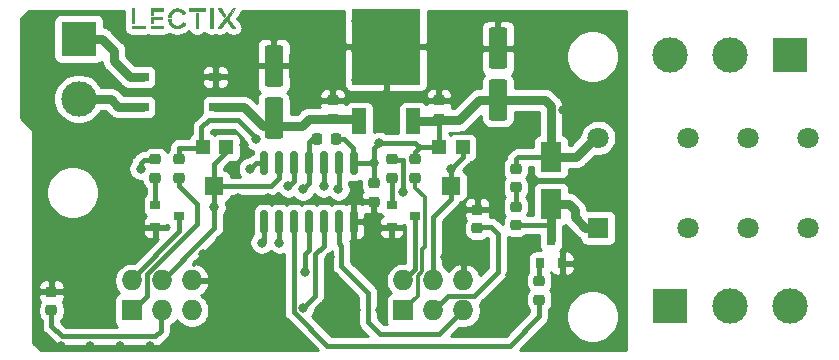
<source format=gtl>
G04 #@! TF.GenerationSoftware,KiCad,Pcbnew,6.0.9-8da3e8f707~116~ubuntu20.04.1*
G04 #@! TF.CreationDate,2023-05-05T17:22:20+00:00*
G04 #@! TF.ProjectId,LEC009002,4c454330-3039-4303-9032-2e6b69636164,rev?*
G04 #@! TF.SameCoordinates,Original*
G04 #@! TF.FileFunction,Copper,L1,Top*
G04 #@! TF.FilePolarity,Positive*
%FSLAX46Y46*%
G04 Gerber Fmt 4.6, Leading zero omitted, Abs format (unit mm)*
G04 Created by KiCad (PCBNEW 6.0.9-8da3e8f707~116~ubuntu20.04.1) date 2023-05-05 17:22:20*
%MOMM*%
%LPD*%
G01*
G04 APERTURE LIST*
G04 Aperture macros list*
%AMRoundRect*
0 Rectangle with rounded corners*
0 $1 Rounding radius*
0 $2 $3 $4 $5 $6 $7 $8 $9 X,Y pos of 4 corners*
0 Add a 4 corners polygon primitive as box body*
4,1,4,$2,$3,$4,$5,$6,$7,$8,$9,$2,$3,0*
0 Add four circle primitives for the rounded corners*
1,1,$1+$1,$2,$3*
1,1,$1+$1,$4,$5*
1,1,$1+$1,$6,$7*
1,1,$1+$1,$8,$9*
0 Add four rect primitives between the rounded corners*
20,1,$1+$1,$2,$3,$4,$5,0*
20,1,$1+$1,$4,$5,$6,$7,0*
20,1,$1+$1,$6,$7,$8,$9,0*
20,1,$1+$1,$8,$9,$2,$3,0*%
G04 Aperture macros list end*
G04 #@! TA.AperFunction,EtchedComponent*
%ADD10C,0.010000*%
G04 #@! TD*
G04 #@! TA.AperFunction,SMDPad,CuDef*
%ADD11RoundRect,0.218750X-0.256250X0.218750X-0.256250X-0.218750X0.256250X-0.218750X0.256250X0.218750X0*%
G04 #@! TD*
G04 #@! TA.AperFunction,SMDPad,CuDef*
%ADD12RoundRect,0.249600X0.550400X-1.500400X0.550400X1.500400X-0.550400X1.500400X-0.550400X-1.500400X0*%
G04 #@! TD*
G04 #@! TA.AperFunction,SMDPad,CuDef*
%ADD13RoundRect,0.218750X0.256250X-0.218750X0.256250X0.218750X-0.256250X0.218750X-0.256250X-0.218750X0*%
G04 #@! TD*
G04 #@! TA.AperFunction,SMDPad,CuDef*
%ADD14R,1.000000X0.800000*%
G04 #@! TD*
G04 #@! TA.AperFunction,SMDPad,CuDef*
%ADD15R,1.800000X2.500000*%
G04 #@! TD*
G04 #@! TA.AperFunction,ComponentPad*
%ADD16R,3.000000X3.000000*%
G04 #@! TD*
G04 #@! TA.AperFunction,ComponentPad*
%ADD17C,3.000000*%
G04 #@! TD*
G04 #@! TA.AperFunction,ComponentPad*
%ADD18C,1.800000*%
G04 #@! TD*
G04 #@! TA.AperFunction,ComponentPad*
%ADD19R,1.800000X1.800000*%
G04 #@! TD*
G04 #@! TA.AperFunction,SMDPad,CuDef*
%ADD20R,0.800000X0.900000*%
G04 #@! TD*
G04 #@! TA.AperFunction,SMDPad,CuDef*
%ADD21R,0.900000X0.800000*%
G04 #@! TD*
G04 #@! TA.AperFunction,SMDPad,CuDef*
%ADD22RoundRect,0.218750X0.218750X0.256250X-0.218750X0.256250X-0.218750X-0.256250X0.218750X-0.256250X0*%
G04 #@! TD*
G04 #@! TA.AperFunction,SMDPad,CuDef*
%ADD23R,1.200000X1.200000*%
G04 #@! TD*
G04 #@! TA.AperFunction,SMDPad,CuDef*
%ADD24R,1.600000X1.500000*%
G04 #@! TD*
G04 #@! TA.AperFunction,SMDPad,CuDef*
%ADD25R,1.200000X2.200000*%
G04 #@! TD*
G04 #@! TA.AperFunction,SMDPad,CuDef*
%ADD26R,5.800000X6.400000*%
G04 #@! TD*
G04 #@! TA.AperFunction,ComponentPad*
%ADD27R,1.727200X1.727200*%
G04 #@! TD*
G04 #@! TA.AperFunction,ComponentPad*
%ADD28O,1.727200X1.727200*%
G04 #@! TD*
G04 #@! TA.AperFunction,SMDPad,CuDef*
%ADD29RoundRect,0.150000X-0.150000X0.825000X-0.150000X-0.825000X0.150000X-0.825000X0.150000X0.825000X0*%
G04 #@! TD*
G04 #@! TA.AperFunction,ViaPad*
%ADD30C,0.800000*%
G04 #@! TD*
G04 #@! TA.AperFunction,Conductor*
%ADD31C,0.400000*%
G04 #@! TD*
G04 #@! TA.AperFunction,Conductor*
%ADD32C,0.800000*%
G04 #@! TD*
G04 #@! TA.AperFunction,Conductor*
%ADD33C,0.300000*%
G04 #@! TD*
G04 #@! TA.AperFunction,Conductor*
%ADD34C,0.254000*%
G04 #@! TD*
G04 APERTURE END LIST*
G04 #@! TO.C,LOGO1*
G36*
X58682820Y-21637860D02*
G01*
X57809060Y-21637860D01*
X57809060Y-21950280D01*
X57585540Y-21950280D01*
X57585540Y-21416880D01*
X58682820Y-21416880D01*
X58682820Y-21637860D01*
G37*
D10*
X58682820Y-21637860D02*
X57809060Y-21637860D01*
X57809060Y-21950280D01*
X57585540Y-21950280D01*
X57585540Y-21416880D01*
X58682820Y-21416880D01*
X58682820Y-21637860D01*
G36*
X64626304Y-21430092D02*
G01*
X64644850Y-21430188D01*
X64758296Y-21430850D01*
X64452148Y-21849183D01*
X64422064Y-21890298D01*
X64392787Y-21930325D01*
X64364458Y-21969069D01*
X64337217Y-22006338D01*
X64311206Y-22041940D01*
X64286566Y-22075680D01*
X64263436Y-22107366D01*
X64241957Y-22136806D01*
X64222271Y-22163806D01*
X64204518Y-22188172D01*
X64188839Y-22209713D01*
X64175374Y-22228236D01*
X64164265Y-22243546D01*
X64155651Y-22255452D01*
X64149674Y-22263760D01*
X64146474Y-22268277D01*
X64145946Y-22269087D01*
X64147407Y-22271269D01*
X64151707Y-22277370D01*
X64158703Y-22287192D01*
X64168256Y-22300541D01*
X64180224Y-22317220D01*
X64194465Y-22337032D01*
X64210838Y-22359783D01*
X64229202Y-22385275D01*
X64249416Y-22413314D01*
X64271337Y-22443701D01*
X64294825Y-22476243D01*
X64319739Y-22510742D01*
X64345938Y-22547003D01*
X64373279Y-22584829D01*
X64401622Y-22624025D01*
X64430825Y-22664395D01*
X64442671Y-22680766D01*
X64472190Y-22721564D01*
X64500913Y-22761274D01*
X64528699Y-22799701D01*
X64555405Y-22836647D01*
X64580889Y-22871916D01*
X64605010Y-22905310D01*
X64627626Y-22936635D01*
X64648595Y-22965692D01*
X64667775Y-22992285D01*
X64685025Y-23016218D01*
X64700202Y-23037293D01*
X64713164Y-23055315D01*
X64723770Y-23070086D01*
X64731878Y-23081411D01*
X64737346Y-23089091D01*
X64740033Y-23092932D01*
X64740296Y-23093347D01*
X64738016Y-23093981D01*
X64730822Y-23094522D01*
X64718878Y-23094969D01*
X64702349Y-23095317D01*
X64681400Y-23095563D01*
X64656196Y-23095703D01*
X64627266Y-23095734D01*
X64513390Y-23095649D01*
X64272090Y-22761780D01*
X64245526Y-22725037D01*
X64219765Y-22689426D01*
X64194965Y-22655163D01*
X64171283Y-22622466D01*
X64148876Y-22591550D01*
X64127902Y-22562632D01*
X64108517Y-22535929D01*
X64090880Y-22511658D01*
X64075147Y-22490034D01*
X64061475Y-22471274D01*
X64050023Y-22455596D01*
X64040948Y-22443215D01*
X64034406Y-22434347D01*
X64030556Y-22429211D01*
X64029520Y-22427933D01*
X64027906Y-22429950D01*
X64023455Y-22435854D01*
X64016324Y-22445427D01*
X64006674Y-22458455D01*
X63994661Y-22474722D01*
X63980447Y-22494010D01*
X63964188Y-22516106D01*
X63946044Y-22540791D01*
X63926173Y-22567851D01*
X63904734Y-22597070D01*
X63881887Y-22628231D01*
X63857789Y-22661119D01*
X63832600Y-22695518D01*
X63806477Y-22731211D01*
X63785680Y-22759644D01*
X63758925Y-22796214D01*
X63732965Y-22831667D01*
X63707961Y-22865786D01*
X63684072Y-22898355D01*
X63661458Y-22929156D01*
X63640279Y-22957973D01*
X63620693Y-22984589D01*
X63602863Y-23008787D01*
X63586946Y-23030350D01*
X63573102Y-23049061D01*
X63561493Y-23064704D01*
X63552276Y-23077061D01*
X63545613Y-23085916D01*
X63541662Y-23091051D01*
X63540570Y-23092335D01*
X63537574Y-23092529D01*
X63530025Y-23092680D01*
X63518450Y-23092789D01*
X63503375Y-23092853D01*
X63485327Y-23092870D01*
X63464833Y-23092839D01*
X63442419Y-23092759D01*
X63425648Y-23092672D01*
X63313267Y-23092010D01*
X63919225Y-22263970D01*
X63961717Y-22205907D01*
X64003457Y-22148878D01*
X64044343Y-22093019D01*
X64084276Y-22038469D01*
X64123154Y-21985363D01*
X64160878Y-21933839D01*
X64197347Y-21884036D01*
X64232459Y-21836089D01*
X64266115Y-21790136D01*
X64298214Y-21746314D01*
X64328655Y-21704761D01*
X64357338Y-21665614D01*
X64384162Y-21629011D01*
X64409027Y-21595087D01*
X64431832Y-21563981D01*
X64452477Y-21535831D01*
X64470860Y-21510772D01*
X64486882Y-21488943D01*
X64500441Y-21470481D01*
X64511437Y-21455522D01*
X64519771Y-21444205D01*
X64525340Y-21436667D01*
X64528045Y-21433044D01*
X64528294Y-21432728D01*
X64530129Y-21431936D01*
X64534193Y-21431292D01*
X64540860Y-21430789D01*
X64550504Y-21430418D01*
X64563497Y-21430171D01*
X64580212Y-21430039D01*
X64601024Y-21430016D01*
X64626304Y-21430092D01*
G37*
X64626304Y-21430092D02*
X64644850Y-21430188D01*
X64758296Y-21430850D01*
X64452148Y-21849183D01*
X64422064Y-21890298D01*
X64392787Y-21930325D01*
X64364458Y-21969069D01*
X64337217Y-22006338D01*
X64311206Y-22041940D01*
X64286566Y-22075680D01*
X64263436Y-22107366D01*
X64241957Y-22136806D01*
X64222271Y-22163806D01*
X64204518Y-22188172D01*
X64188839Y-22209713D01*
X64175374Y-22228236D01*
X64164265Y-22243546D01*
X64155651Y-22255452D01*
X64149674Y-22263760D01*
X64146474Y-22268277D01*
X64145946Y-22269087D01*
X64147407Y-22271269D01*
X64151707Y-22277370D01*
X64158703Y-22287192D01*
X64168256Y-22300541D01*
X64180224Y-22317220D01*
X64194465Y-22337032D01*
X64210838Y-22359783D01*
X64229202Y-22385275D01*
X64249416Y-22413314D01*
X64271337Y-22443701D01*
X64294825Y-22476243D01*
X64319739Y-22510742D01*
X64345938Y-22547003D01*
X64373279Y-22584829D01*
X64401622Y-22624025D01*
X64430825Y-22664395D01*
X64442671Y-22680766D01*
X64472190Y-22721564D01*
X64500913Y-22761274D01*
X64528699Y-22799701D01*
X64555405Y-22836647D01*
X64580889Y-22871916D01*
X64605010Y-22905310D01*
X64627626Y-22936635D01*
X64648595Y-22965692D01*
X64667775Y-22992285D01*
X64685025Y-23016218D01*
X64700202Y-23037293D01*
X64713164Y-23055315D01*
X64723770Y-23070086D01*
X64731878Y-23081411D01*
X64737346Y-23089091D01*
X64740033Y-23092932D01*
X64740296Y-23093347D01*
X64738016Y-23093981D01*
X64730822Y-23094522D01*
X64718878Y-23094969D01*
X64702349Y-23095317D01*
X64681400Y-23095563D01*
X64656196Y-23095703D01*
X64627266Y-23095734D01*
X64513390Y-23095649D01*
X64272090Y-22761780D01*
X64245526Y-22725037D01*
X64219765Y-22689426D01*
X64194965Y-22655163D01*
X64171283Y-22622466D01*
X64148876Y-22591550D01*
X64127902Y-22562632D01*
X64108517Y-22535929D01*
X64090880Y-22511658D01*
X64075147Y-22490034D01*
X64061475Y-22471274D01*
X64050023Y-22455596D01*
X64040948Y-22443215D01*
X64034406Y-22434347D01*
X64030556Y-22429211D01*
X64029520Y-22427933D01*
X64027906Y-22429950D01*
X64023455Y-22435854D01*
X64016324Y-22445427D01*
X64006674Y-22458455D01*
X63994661Y-22474722D01*
X63980447Y-22494010D01*
X63964188Y-22516106D01*
X63946044Y-22540791D01*
X63926173Y-22567851D01*
X63904734Y-22597070D01*
X63881887Y-22628231D01*
X63857789Y-22661119D01*
X63832600Y-22695518D01*
X63806477Y-22731211D01*
X63785680Y-22759644D01*
X63758925Y-22796214D01*
X63732965Y-22831667D01*
X63707961Y-22865786D01*
X63684072Y-22898355D01*
X63661458Y-22929156D01*
X63640279Y-22957973D01*
X63620693Y-22984589D01*
X63602863Y-23008787D01*
X63586946Y-23030350D01*
X63573102Y-23049061D01*
X63561493Y-23064704D01*
X63552276Y-23077061D01*
X63545613Y-23085916D01*
X63541662Y-23091051D01*
X63540570Y-23092335D01*
X63537574Y-23092529D01*
X63530025Y-23092680D01*
X63518450Y-23092789D01*
X63503375Y-23092853D01*
X63485327Y-23092870D01*
X63464833Y-23092839D01*
X63442419Y-23092759D01*
X63425648Y-23092672D01*
X63313267Y-23092010D01*
X63919225Y-22263970D01*
X63961717Y-22205907D01*
X64003457Y-22148878D01*
X64044343Y-22093019D01*
X64084276Y-22038469D01*
X64123154Y-21985363D01*
X64160878Y-21933839D01*
X64197347Y-21884036D01*
X64232459Y-21836089D01*
X64266115Y-21790136D01*
X64298214Y-21746314D01*
X64328655Y-21704761D01*
X64357338Y-21665614D01*
X64384162Y-21629011D01*
X64409027Y-21595087D01*
X64431832Y-21563981D01*
X64452477Y-21535831D01*
X64470860Y-21510772D01*
X64486882Y-21488943D01*
X64500441Y-21470481D01*
X64511437Y-21455522D01*
X64519771Y-21444205D01*
X64525340Y-21436667D01*
X64528045Y-21433044D01*
X64528294Y-21432728D01*
X64530129Y-21431936D01*
X64534193Y-21431292D01*
X64540860Y-21430789D01*
X64550504Y-21430418D01*
X64563497Y-21430171D01*
X64580212Y-21430039D01*
X64601024Y-21430016D01*
X64626304Y-21430092D01*
G36*
X58568520Y-22359220D02*
G01*
X57809060Y-22359220D01*
X57809060Y-22702120D01*
X57588080Y-22702120D01*
X57588080Y-22135700D01*
X58568520Y-22135700D01*
X58568520Y-22359220D01*
G37*
X58568520Y-22359220D02*
X57809060Y-22359220D01*
X57809060Y-22702120D01*
X57588080Y-22702120D01*
X57588080Y-22135700D01*
X58568520Y-22135700D01*
X58568520Y-22359220D01*
G36*
X63510968Y-21424500D02*
G01*
X63716269Y-21707044D01*
X63740799Y-21740835D01*
X63764493Y-21773537D01*
X63787180Y-21804909D01*
X63808689Y-21834714D01*
X63828848Y-21862711D01*
X63847487Y-21888663D01*
X63864435Y-21912329D01*
X63879520Y-21933470D01*
X63892571Y-21951848D01*
X63903418Y-21967223D01*
X63911889Y-21979356D01*
X63917814Y-21988009D01*
X63921021Y-21992942D01*
X63921570Y-21994021D01*
X63920129Y-21997001D01*
X63916077Y-22003439D01*
X63909817Y-22012779D01*
X63901755Y-22024461D01*
X63892293Y-22037928D01*
X63881838Y-22052622D01*
X63870793Y-22067984D01*
X63859562Y-22083457D01*
X63848551Y-22098483D01*
X63838162Y-22112504D01*
X63828801Y-22124962D01*
X63820872Y-22135298D01*
X63814779Y-22142955D01*
X63810927Y-22147375D01*
X63809810Y-22148247D01*
X63808071Y-22146223D01*
X63803504Y-22140295D01*
X63796264Y-22130671D01*
X63786502Y-22117561D01*
X63774373Y-22101174D01*
X63760029Y-22081719D01*
X63743625Y-22059405D01*
X63725313Y-22034442D01*
X63705247Y-22007037D01*
X63683579Y-21977402D01*
X63660465Y-21945743D01*
X63636056Y-21912272D01*
X63610506Y-21877196D01*
X63583968Y-21840724D01*
X63556596Y-21803067D01*
X63548190Y-21791493D01*
X63520558Y-21753445D01*
X63493707Y-21716468D01*
X63467789Y-21680772D01*
X63442960Y-21646572D01*
X63419374Y-21614081D01*
X63397186Y-21583511D01*
X63376549Y-21555075D01*
X63357618Y-21528985D01*
X63340548Y-21505456D01*
X63325493Y-21484699D01*
X63312608Y-21466927D01*
X63302047Y-21452354D01*
X63293964Y-21441192D01*
X63288514Y-21433654D01*
X63285851Y-21429952D01*
X63285625Y-21429630D01*
X63284877Y-21428417D01*
X63284715Y-21427412D01*
X63285563Y-21426595D01*
X63287844Y-21425947D01*
X63291981Y-21425449D01*
X63298399Y-21425081D01*
X63307522Y-21424823D01*
X63319772Y-21424655D01*
X63335573Y-21424559D01*
X63355349Y-21424514D01*
X63379525Y-21424500D01*
X63396554Y-21424499D01*
X63510968Y-21424500D01*
G37*
X63510968Y-21424500D02*
X63716269Y-21707044D01*
X63740799Y-21740835D01*
X63764493Y-21773537D01*
X63787180Y-21804909D01*
X63808689Y-21834714D01*
X63828848Y-21862711D01*
X63847487Y-21888663D01*
X63864435Y-21912329D01*
X63879520Y-21933470D01*
X63892571Y-21951848D01*
X63903418Y-21967223D01*
X63911889Y-21979356D01*
X63917814Y-21988009D01*
X63921021Y-21992942D01*
X63921570Y-21994021D01*
X63920129Y-21997001D01*
X63916077Y-22003439D01*
X63909817Y-22012779D01*
X63901755Y-22024461D01*
X63892293Y-22037928D01*
X63881838Y-22052622D01*
X63870793Y-22067984D01*
X63859562Y-22083457D01*
X63848551Y-22098483D01*
X63838162Y-22112504D01*
X63828801Y-22124962D01*
X63820872Y-22135298D01*
X63814779Y-22142955D01*
X63810927Y-22147375D01*
X63809810Y-22148247D01*
X63808071Y-22146223D01*
X63803504Y-22140295D01*
X63796264Y-22130671D01*
X63786502Y-22117561D01*
X63774373Y-22101174D01*
X63760029Y-22081719D01*
X63743625Y-22059405D01*
X63725313Y-22034442D01*
X63705247Y-22007037D01*
X63683579Y-21977402D01*
X63660465Y-21945743D01*
X63636056Y-21912272D01*
X63610506Y-21877196D01*
X63583968Y-21840724D01*
X63556596Y-21803067D01*
X63548190Y-21791493D01*
X63520558Y-21753445D01*
X63493707Y-21716468D01*
X63467789Y-21680772D01*
X63442960Y-21646572D01*
X63419374Y-21614081D01*
X63397186Y-21583511D01*
X63376549Y-21555075D01*
X63357618Y-21528985D01*
X63340548Y-21505456D01*
X63325493Y-21484699D01*
X63312608Y-21466927D01*
X63302047Y-21452354D01*
X63293964Y-21441192D01*
X63288514Y-21433654D01*
X63285851Y-21429952D01*
X63285625Y-21429630D01*
X63284877Y-21428417D01*
X63284715Y-21427412D01*
X63285563Y-21426595D01*
X63287844Y-21425947D01*
X63291981Y-21425449D01*
X63298399Y-21425081D01*
X63307522Y-21424823D01*
X63319772Y-21424655D01*
X63335573Y-21424559D01*
X63355349Y-21424514D01*
X63379525Y-21424500D01*
X63396554Y-21424499D01*
X63510968Y-21424500D01*
G36*
X59308402Y-22385255D02*
G01*
X59313120Y-22434642D01*
X59322714Y-22483391D01*
X59336988Y-22531126D01*
X59355743Y-22577472D01*
X59378784Y-22622055D01*
X59405913Y-22664500D01*
X59436933Y-22704432D01*
X59471648Y-22741476D01*
X59509860Y-22775258D01*
X59515940Y-22780066D01*
X59556038Y-22808193D01*
X59599345Y-22832754D01*
X59645214Y-22853491D01*
X59692999Y-22870147D01*
X59742054Y-22882466D01*
X59791733Y-22890191D01*
X59793061Y-22890331D01*
X59814417Y-22891812D01*
X59839012Y-22892277D01*
X59865170Y-22891784D01*
X59891216Y-22890393D01*
X59915475Y-22888161D01*
X59935040Y-22885369D01*
X59985420Y-22873968D01*
X60034171Y-22858011D01*
X60080973Y-22837722D01*
X60125506Y-22813326D01*
X60167447Y-22785050D01*
X60206477Y-22753119D01*
X60242275Y-22717757D01*
X60274521Y-22679189D01*
X60302893Y-22637642D01*
X60313459Y-22619570D01*
X60317764Y-22611866D01*
X60320977Y-22606162D01*
X60322419Y-22603660D01*
X60322428Y-22603648D01*
X60324718Y-22604589D01*
X60330966Y-22607586D01*
X60340622Y-22612356D01*
X60353134Y-22618617D01*
X60367950Y-22626087D01*
X60384518Y-22634484D01*
X60402288Y-22643526D01*
X60420709Y-22652930D01*
X60439227Y-22662414D01*
X60457292Y-22671697D01*
X60474353Y-22680496D01*
X60489857Y-22688530D01*
X60503254Y-22695515D01*
X60513992Y-22701170D01*
X60521519Y-22705212D01*
X60525284Y-22707360D01*
X60525579Y-22707574D01*
X60526342Y-22709476D01*
X60525650Y-22712864D01*
X60523236Y-22718246D01*
X60518829Y-22726130D01*
X60512161Y-22737022D01*
X60502963Y-22751432D01*
X60499532Y-22756730D01*
X60463745Y-22807247D01*
X60424233Y-22854456D01*
X60381253Y-22898181D01*
X60335061Y-22938245D01*
X60285915Y-22974473D01*
X60234071Y-23006690D01*
X60179786Y-23034719D01*
X60123317Y-23058386D01*
X60064922Y-23077513D01*
X60011386Y-23090608D01*
X59990451Y-23094715D01*
X59971307Y-23097937D01*
X59952786Y-23100387D01*
X59933721Y-23102177D01*
X59912944Y-23103419D01*
X59889286Y-23104226D01*
X59865190Y-23104665D01*
X59846965Y-23104860D01*
X59830071Y-23104960D01*
X59815281Y-23104966D01*
X59803367Y-23104880D01*
X59795103Y-23104704D01*
X59791530Y-23104485D01*
X59785642Y-23103741D01*
X59776310Y-23102630D01*
X59765138Y-23101341D01*
X59759780Y-23100735D01*
X59704003Y-23092047D01*
X59648007Y-23078574D01*
X59592401Y-23060545D01*
X59537794Y-23038188D01*
X59484797Y-23011731D01*
X59434019Y-22981401D01*
X59425770Y-22975955D01*
X59395798Y-22955098D01*
X59369044Y-22934653D01*
X59343942Y-22913317D01*
X59318927Y-22889790D01*
X59303718Y-22874501D01*
X59261520Y-22827656D01*
X59223616Y-22778179D01*
X59190086Y-22726236D01*
X59161014Y-22671994D01*
X59136482Y-22615618D01*
X59116574Y-22557274D01*
X59101371Y-22497129D01*
X59093187Y-22451477D01*
X59091980Y-22442261D01*
X59090577Y-22429810D01*
X59089087Y-22415307D01*
X59087618Y-22399937D01*
X59086281Y-22384885D01*
X59085185Y-22371334D01*
X59084438Y-22360470D01*
X59084150Y-22353505D01*
X59086602Y-22353107D01*
X59093621Y-22352738D01*
X59104692Y-22352405D01*
X59119304Y-22352119D01*
X59136941Y-22351886D01*
X59157091Y-22351717D01*
X59179241Y-22351620D01*
X59195519Y-22351600D01*
X59306899Y-22351600D01*
X59308402Y-22385255D01*
G37*
X59308402Y-22385255D02*
X59313120Y-22434642D01*
X59322714Y-22483391D01*
X59336988Y-22531126D01*
X59355743Y-22577472D01*
X59378784Y-22622055D01*
X59405913Y-22664500D01*
X59436933Y-22704432D01*
X59471648Y-22741476D01*
X59509860Y-22775258D01*
X59515940Y-22780066D01*
X59556038Y-22808193D01*
X59599345Y-22832754D01*
X59645214Y-22853491D01*
X59692999Y-22870147D01*
X59742054Y-22882466D01*
X59791733Y-22890191D01*
X59793061Y-22890331D01*
X59814417Y-22891812D01*
X59839012Y-22892277D01*
X59865170Y-22891784D01*
X59891216Y-22890393D01*
X59915475Y-22888161D01*
X59935040Y-22885369D01*
X59985420Y-22873968D01*
X60034171Y-22858011D01*
X60080973Y-22837722D01*
X60125506Y-22813326D01*
X60167447Y-22785050D01*
X60206477Y-22753119D01*
X60242275Y-22717757D01*
X60274521Y-22679189D01*
X60302893Y-22637642D01*
X60313459Y-22619570D01*
X60317764Y-22611866D01*
X60320977Y-22606162D01*
X60322419Y-22603660D01*
X60322428Y-22603648D01*
X60324718Y-22604589D01*
X60330966Y-22607586D01*
X60340622Y-22612356D01*
X60353134Y-22618617D01*
X60367950Y-22626087D01*
X60384518Y-22634484D01*
X60402288Y-22643526D01*
X60420709Y-22652930D01*
X60439227Y-22662414D01*
X60457292Y-22671697D01*
X60474353Y-22680496D01*
X60489857Y-22688530D01*
X60503254Y-22695515D01*
X60513992Y-22701170D01*
X60521519Y-22705212D01*
X60525284Y-22707360D01*
X60525579Y-22707574D01*
X60526342Y-22709476D01*
X60525650Y-22712864D01*
X60523236Y-22718246D01*
X60518829Y-22726130D01*
X60512161Y-22737022D01*
X60502963Y-22751432D01*
X60499532Y-22756730D01*
X60463745Y-22807247D01*
X60424233Y-22854456D01*
X60381253Y-22898181D01*
X60335061Y-22938245D01*
X60285915Y-22974473D01*
X60234071Y-23006690D01*
X60179786Y-23034719D01*
X60123317Y-23058386D01*
X60064922Y-23077513D01*
X60011386Y-23090608D01*
X59990451Y-23094715D01*
X59971307Y-23097937D01*
X59952786Y-23100387D01*
X59933721Y-23102177D01*
X59912944Y-23103419D01*
X59889286Y-23104226D01*
X59865190Y-23104665D01*
X59846965Y-23104860D01*
X59830071Y-23104960D01*
X59815281Y-23104966D01*
X59803367Y-23104880D01*
X59795103Y-23104704D01*
X59791530Y-23104485D01*
X59785642Y-23103741D01*
X59776310Y-23102630D01*
X59765138Y-23101341D01*
X59759780Y-23100735D01*
X59704003Y-23092047D01*
X59648007Y-23078574D01*
X59592401Y-23060545D01*
X59537794Y-23038188D01*
X59484797Y-23011731D01*
X59434019Y-22981401D01*
X59425770Y-22975955D01*
X59395798Y-22955098D01*
X59369044Y-22934653D01*
X59343942Y-22913317D01*
X59318927Y-22889790D01*
X59303718Y-22874501D01*
X59261520Y-22827656D01*
X59223616Y-22778179D01*
X59190086Y-22726236D01*
X59161014Y-22671994D01*
X59136482Y-22615618D01*
X59116574Y-22557274D01*
X59101371Y-22497129D01*
X59093187Y-22451477D01*
X59091980Y-22442261D01*
X59090577Y-22429810D01*
X59089087Y-22415307D01*
X59087618Y-22399937D01*
X59086281Y-22384885D01*
X59085185Y-22371334D01*
X59084438Y-22360470D01*
X59084150Y-22353505D01*
X59086602Y-22353107D01*
X59093621Y-22352738D01*
X59104692Y-22352405D01*
X59119304Y-22352119D01*
X59136941Y-22351886D01*
X59157091Y-22351717D01*
X59179241Y-22351620D01*
X59195519Y-22351600D01*
X59306899Y-22351600D01*
X59308402Y-22385255D01*
G36*
X59876209Y-21421115D02*
G01*
X59897949Y-21421898D01*
X59916476Y-21423135D01*
X59924880Y-21424013D01*
X59986536Y-21434111D01*
X60046482Y-21448858D01*
X60104502Y-21468120D01*
X60160380Y-21491760D01*
X60213901Y-21519642D01*
X60264850Y-21551632D01*
X60313012Y-21587592D01*
X60358171Y-21627388D01*
X60400111Y-21670884D01*
X60438617Y-21717944D01*
X60473475Y-21768433D01*
X60474753Y-21770462D01*
X60480950Y-21780604D01*
X60485873Y-21789176D01*
X60489032Y-21795284D01*
X60489933Y-21798034D01*
X60489927Y-21798046D01*
X60487616Y-21799794D01*
X60481584Y-21803936D01*
X60472376Y-21810116D01*
X60460541Y-21817976D01*
X60446627Y-21827159D01*
X60431181Y-21837308D01*
X60414750Y-21848066D01*
X60397883Y-21859075D01*
X60381127Y-21869979D01*
X60365029Y-21880419D01*
X60350138Y-21890039D01*
X60337000Y-21898482D01*
X60326165Y-21905390D01*
X60318178Y-21910407D01*
X60313588Y-21913174D01*
X60312794Y-21913584D01*
X60309968Y-21912718D01*
X60305905Y-21908095D01*
X60300305Y-21899339D01*
X60297184Y-21893914D01*
X60280089Y-21866428D01*
X60259427Y-21838002D01*
X60236229Y-21809852D01*
X60211528Y-21783197D01*
X60186356Y-21759254D01*
X60174480Y-21749140D01*
X60133846Y-21719172D01*
X60090247Y-21693127D01*
X60044196Y-21671226D01*
X59996208Y-21653690D01*
X59946797Y-21640740D01*
X59906452Y-21633813D01*
X59884946Y-21631768D01*
X59860221Y-21630722D01*
X59833760Y-21630637D01*
X59807045Y-21631480D01*
X59781557Y-21633214D01*
X59758779Y-21635804D01*
X59747826Y-21637603D01*
X59697286Y-21649608D01*
X59648775Y-21666099D01*
X59602534Y-21686857D01*
X59558804Y-21711666D01*
X59517826Y-21740308D01*
X59479841Y-21772566D01*
X59445090Y-21808223D01*
X59413814Y-21847062D01*
X59386252Y-21888864D01*
X59362648Y-21933413D01*
X59343240Y-21980492D01*
X59333199Y-22011621D01*
X59322556Y-22056052D01*
X59315928Y-22102105D01*
X59313432Y-22140145D01*
X59312028Y-22181420D01*
X59091031Y-22181420D01*
X59092507Y-22136335D01*
X59096951Y-22076765D01*
X59106239Y-22018219D01*
X59120196Y-21960945D01*
X59138643Y-21905192D01*
X59161405Y-21851206D01*
X59188306Y-21799239D01*
X59219168Y-21749537D01*
X59253816Y-21702349D01*
X59292073Y-21657923D01*
X59333762Y-21616510D01*
X59378708Y-21578355D01*
X59426733Y-21543709D01*
X59477661Y-21512820D01*
X59531316Y-21485936D01*
X59564200Y-21472046D01*
X59617077Y-21453465D01*
X59671789Y-21438763D01*
X59729205Y-21427716D01*
X59744540Y-21425434D01*
X59760719Y-21423688D01*
X59780782Y-21422339D01*
X59803544Y-21421399D01*
X59827825Y-21420875D01*
X59852441Y-21420777D01*
X59876209Y-21421115D01*
G37*
X59876209Y-21421115D02*
X59897949Y-21421898D01*
X59916476Y-21423135D01*
X59924880Y-21424013D01*
X59986536Y-21434111D01*
X60046482Y-21448858D01*
X60104502Y-21468120D01*
X60160380Y-21491760D01*
X60213901Y-21519642D01*
X60264850Y-21551632D01*
X60313012Y-21587592D01*
X60358171Y-21627388D01*
X60400111Y-21670884D01*
X60438617Y-21717944D01*
X60473475Y-21768433D01*
X60474753Y-21770462D01*
X60480950Y-21780604D01*
X60485873Y-21789176D01*
X60489032Y-21795284D01*
X60489933Y-21798034D01*
X60489927Y-21798046D01*
X60487616Y-21799794D01*
X60481584Y-21803936D01*
X60472376Y-21810116D01*
X60460541Y-21817976D01*
X60446627Y-21827159D01*
X60431181Y-21837308D01*
X60414750Y-21848066D01*
X60397883Y-21859075D01*
X60381127Y-21869979D01*
X60365029Y-21880419D01*
X60350138Y-21890039D01*
X60337000Y-21898482D01*
X60326165Y-21905390D01*
X60318178Y-21910407D01*
X60313588Y-21913174D01*
X60312794Y-21913584D01*
X60309968Y-21912718D01*
X60305905Y-21908095D01*
X60300305Y-21899339D01*
X60297184Y-21893914D01*
X60280089Y-21866428D01*
X60259427Y-21838002D01*
X60236229Y-21809852D01*
X60211528Y-21783197D01*
X60186356Y-21759254D01*
X60174480Y-21749140D01*
X60133846Y-21719172D01*
X60090247Y-21693127D01*
X60044196Y-21671226D01*
X59996208Y-21653690D01*
X59946797Y-21640740D01*
X59906452Y-21633813D01*
X59884946Y-21631768D01*
X59860221Y-21630722D01*
X59833760Y-21630637D01*
X59807045Y-21631480D01*
X59781557Y-21633214D01*
X59758779Y-21635804D01*
X59747826Y-21637603D01*
X59697286Y-21649608D01*
X59648775Y-21666099D01*
X59602534Y-21686857D01*
X59558804Y-21711666D01*
X59517826Y-21740308D01*
X59479841Y-21772566D01*
X59445090Y-21808223D01*
X59413814Y-21847062D01*
X59386252Y-21888864D01*
X59362648Y-21933413D01*
X59343240Y-21980492D01*
X59333199Y-22011621D01*
X59322556Y-22056052D01*
X59315928Y-22102105D01*
X59313432Y-22140145D01*
X59312028Y-22181420D01*
X59091031Y-22181420D01*
X59092507Y-22136335D01*
X59096951Y-22076765D01*
X59106239Y-22018219D01*
X59120196Y-21960945D01*
X59138643Y-21905192D01*
X59161405Y-21851206D01*
X59188306Y-21799239D01*
X59219168Y-21749537D01*
X59253816Y-21702349D01*
X59292073Y-21657923D01*
X59333762Y-21616510D01*
X59378708Y-21578355D01*
X59426733Y-21543709D01*
X59477661Y-21512820D01*
X59531316Y-21485936D01*
X59564200Y-21472046D01*
X59617077Y-21453465D01*
X59671789Y-21438763D01*
X59729205Y-21427716D01*
X59744540Y-21425434D01*
X59760719Y-21423688D01*
X59780782Y-21422339D01*
X59803544Y-21421399D01*
X59827825Y-21420875D01*
X59852441Y-21420777D01*
X59876209Y-21421115D01*
G36*
X56211400Y-22702120D02*
G01*
X55990420Y-22702120D01*
X55990420Y-21427040D01*
X56211400Y-21427040D01*
X56211400Y-22702120D01*
G37*
X56211400Y-22702120D02*
X55990420Y-22702120D01*
X55990420Y-21427040D01*
X56211400Y-21427040D01*
X56211400Y-22702120D01*
G36*
X58682820Y-23103440D02*
G01*
X57590620Y-23103440D01*
X57590620Y-22879920D01*
X58682820Y-22879920D01*
X58682820Y-23103440D01*
G37*
X58682820Y-23103440D02*
X57590620Y-23103440D01*
X57590620Y-22879920D01*
X58682820Y-22879920D01*
X58682820Y-23103440D01*
G36*
X62868740Y-23095820D02*
G01*
X62647760Y-23095820D01*
X62647760Y-21424500D01*
X62868740Y-21424500D01*
X62868740Y-23095820D01*
G37*
X62868740Y-23095820D02*
X62647760Y-23095820D01*
X62647760Y-21424500D01*
X62868740Y-21424500D01*
X62868740Y-23095820D01*
G36*
X57138500Y-23103440D02*
G01*
X55990420Y-23103440D01*
X55990420Y-22879920D01*
X57138500Y-22879920D01*
X57138500Y-23103440D01*
G37*
X57138500Y-23103440D02*
X55990420Y-23103440D01*
X55990420Y-22879920D01*
X57138500Y-22879920D01*
X57138500Y-23103440D01*
G36*
X61621600Y-23095820D02*
G01*
X61400620Y-23095820D01*
X61400620Y-21813120D01*
X61621600Y-21813120D01*
X61621600Y-23095820D01*
G37*
X61621600Y-23095820D02*
X61400620Y-23095820D01*
X61400620Y-21813120D01*
X61621600Y-21813120D01*
X61621600Y-23095820D01*
G36*
X62200720Y-21645480D02*
G01*
X60831660Y-21645480D01*
X60831660Y-21424500D01*
X62200720Y-21424500D01*
X62200720Y-21645480D01*
G37*
X62200720Y-21645480D02*
X60831660Y-21645480D01*
X60831660Y-21424500D01*
X62200720Y-21424500D01*
X62200720Y-21645480D01*
G04 #@! TD*
D11*
G04 #@! TO.P,C1,1*
G04 #@! TO.N,+5V*
X76500000Y-36212500D03*
G04 #@! TO.P,C1,2*
G04 #@! TO.N,GND*
X76500000Y-37787500D03*
G04 #@! TD*
D12*
G04 #@! TO.P,C2,1*
G04 #@! TO.N,Net-(C2-Pad1)*
X68000000Y-30700000D03*
G04 #@! TO.P,C2,2*
G04 #@! TO.N,GND*
X68000000Y-26300000D03*
G04 #@! TD*
D13*
G04 #@! TO.P,C3,1*
G04 #@! TO.N,Net-(C2-Pad1)*
X73000000Y-30787500D03*
G04 #@! TO.P,C3,2*
G04 #@! TO.N,GND*
X73000000Y-29212500D03*
G04 #@! TD*
G04 #@! TO.P,C4,1*
G04 #@! TO.N,+5V*
X82000000Y-30787500D03*
G04 #@! TO.P,C4,2*
G04 #@! TO.N,GND*
X82000000Y-29212500D03*
G04 #@! TD*
D12*
G04 #@! TO.P,C5,1*
G04 #@! TO.N,+5V*
X87000000Y-29200000D03*
G04 #@! TO.P,C5,2*
G04 #@! TO.N,GND*
X87000000Y-24800000D03*
G04 #@! TD*
D14*
G04 #@! TO.P,D1,1*
G04 #@! TO.N,Net-(C2-Pad1)*
X63075000Y-29770000D03*
G04 #@! TO.P,D1,2*
G04 #@! TO.N,GND*
X63075000Y-27230000D03*
G04 #@! TO.P,D1,3*
G04 #@! TO.N,Net-(D1-Pad3)*
X56925000Y-27230000D03*
G04 #@! TO.P,D1,4*
G04 #@! TO.N,Net-(D1-Pad4)*
X56925000Y-29770000D03*
G04 #@! TD*
D13*
G04 #@! TO.P,D2,1*
G04 #@! TO.N,Net-(D2-Pad1)*
X88500000Y-36575000D03*
G04 #@! TO.P,D2,2*
G04 #@! TO.N,+5V*
X88500000Y-35000000D03*
G04 #@! TD*
D15*
G04 #@! TO.P,D3,1*
G04 #@! TO.N,+5V*
X91500000Y-34000000D03*
G04 #@! TO.P,D3,2*
G04 #@! TO.N,Net-(D3-Pad2)*
X91500000Y-38000000D03*
G04 #@! TD*
D16*
G04 #@! TO.P,J1,1*
G04 #@! TO.N,Net-(D1-Pad3)*
X51500000Y-24000000D03*
D17*
G04 #@! TO.P,J1,2*
G04 #@! TO.N,Net-(D1-Pad4)*
X51500000Y-29080000D03*
G04 #@! TD*
D16*
G04 #@! TO.P,J3,1*
G04 #@! TO.N,/T1*
X111760000Y-25400000D03*
D17*
G04 #@! TO.P,J3,2*
G04 #@! TO.N,/R1*
X106680000Y-25400000D03*
G04 #@! TO.P,J3,3*
G04 #@! TO.N,/C1*
X101600000Y-25400000D03*
G04 #@! TD*
D18*
G04 #@! TO.P,K1,1*
G04 #@! TO.N,+5V*
X95500000Y-32380000D03*
G04 #@! TO.P,K1,4*
G04 #@! TO.N,/C1*
X103120000Y-32380000D03*
G04 #@! TO.P,K1,6*
G04 #@! TO.N,/R1*
X108200000Y-32380000D03*
G04 #@! TO.P,K1,8*
G04 #@! TO.N,/T1*
X113280000Y-32380000D03*
G04 #@! TO.P,K1,9*
G04 #@! TO.N,/T2*
X113280000Y-40000000D03*
G04 #@! TO.P,K1,11*
G04 #@! TO.N,/R2*
X108200000Y-40000000D03*
G04 #@! TO.P,K1,13*
G04 #@! TO.N,/C2*
X103120000Y-40000000D03*
D19*
G04 #@! TO.P,K1,16*
G04 #@! TO.N,Net-(D3-Pad2)*
X95500000Y-40000000D03*
G04 #@! TD*
D20*
G04 #@! TO.P,Q1,1*
G04 #@! TO.N,Net-(Q1-Pad1)*
X90550000Y-43000000D03*
G04 #@! TO.P,Q1,2*
G04 #@! TO.N,GND*
X92450000Y-43000000D03*
G04 #@! TO.P,Q1,3*
G04 #@! TO.N,Net-(D3-Pad2)*
X91500000Y-41000000D03*
G04 #@! TD*
D21*
G04 #@! TO.P,Q2,1*
G04 #@! TO.N,Net-(Q2-Pad1)*
X78000000Y-38050000D03*
G04 #@! TO.P,Q2,2*
G04 #@! TO.N,GND*
X78000000Y-39950000D03*
G04 #@! TO.P,Q2,3*
G04 #@! TO.N,Net-(J5-Pad2)*
X80000000Y-39000000D03*
G04 #@! TD*
D22*
G04 #@! TO.P,R1,1*
G04 #@! TO.N,+5V*
X73250000Y-32500000D03*
G04 #@! TO.P,R1,2*
G04 #@! TO.N,/nRS*
X71675000Y-32500000D03*
G04 #@! TD*
D11*
G04 #@! TO.P,R2,1*
G04 #@! TO.N,Net-(Q1-Pad1)*
X90500000Y-44500000D03*
G04 #@! TO.P,R2,2*
G04 #@! TO.N,/RELAY*
X90500000Y-46075000D03*
G04 #@! TD*
D13*
G04 #@! TO.P,R3,1*
G04 #@! TO.N,Net-(Q2-Pad1)*
X78000000Y-35787500D03*
G04 #@! TO.P,R3,2*
G04 #@! TO.N,/MOSI-IR_LED*
X78000000Y-34212500D03*
G04 #@! TD*
G04 #@! TO.P,R4,1*
G04 #@! TO.N,Net-(Q3-Pad1)*
X58000000Y-35787500D03*
G04 #@! TO.P,R4,2*
G04 #@! TO.N,/IR_LED_2*
X58000000Y-34212500D03*
G04 #@! TD*
G04 #@! TO.P,R5,1*
G04 #@! TO.N,Net-(D3-Pad2)*
X88500000Y-39787500D03*
G04 #@! TO.P,R5,2*
G04 #@! TO.N,Net-(D2-Pad1)*
X88500000Y-38212500D03*
G04 #@! TD*
D11*
G04 #@! TO.P,R6,1*
G04 #@! TO.N,+5V*
X80000000Y-34212500D03*
G04 #@! TO.P,R6,2*
G04 #@! TO.N,Net-(J5-Pad1)*
X80000000Y-35787500D03*
G04 #@! TD*
G04 #@! TO.P,R7,1*
G04 #@! TO.N,+5V*
X60000000Y-34212500D03*
G04 #@! TO.P,R7,2*
G04 #@! TO.N,Net-(J6-Pad1)*
X60000000Y-35787500D03*
G04 #@! TD*
G04 #@! TO.P,R8,1*
G04 #@! TO.N,GND*
X85250000Y-38462500D03*
G04 #@! TO.P,R8,2*
G04 #@! TO.N,Net-(J5-Pad3)*
X85250000Y-40037500D03*
G04 #@! TD*
G04 #@! TO.P,R9,1*
G04 #@! TO.N,GND*
X49200000Y-45425000D03*
G04 #@! TO.P,R9,2*
G04 #@! TO.N,Net-(J6-Pad3)*
X49200000Y-47000000D03*
G04 #@! TD*
D23*
G04 #@! TO.P,RV1,1*
G04 #@! TO.N,/IR_SENSOR*
X84000000Y-33200000D03*
D24*
G04 #@! TO.P,RV1,2*
X83000000Y-36450000D03*
D23*
G04 #@! TO.P,RV1,3*
G04 #@! TO.N,+5V*
X82000000Y-33200000D03*
G04 #@! TD*
G04 #@! TO.P,RV2,1*
G04 #@! TO.N,/IR_SENSOR_2*
X64000000Y-33200000D03*
D24*
G04 #@! TO.P,RV2,2*
X63000000Y-36450000D03*
D23*
G04 #@! TO.P,RV2,3*
G04 #@! TO.N,+5V*
X62000000Y-33200000D03*
G04 #@! TD*
D25*
G04 #@! TO.P,U2,1*
G04 #@! TO.N,Net-(C2-Pad1)*
X75245000Y-30975000D03*
D26*
G04 #@! TO.P,U2,2*
G04 #@! TO.N,GND*
X77525000Y-24675000D03*
D25*
G04 #@! TO.P,U2,3*
G04 #@! TO.N,+5V*
X79805000Y-30975000D03*
G04 #@! TD*
D21*
G04 #@! TO.P,Q3,1*
G04 #@! TO.N,Net-(Q3-Pad1)*
X58000000Y-38050000D03*
G04 #@! TO.P,Q3,2*
G04 #@! TO.N,GND*
X58000000Y-39950000D03*
G04 #@! TO.P,Q3,3*
G04 #@! TO.N,Net-(J6-Pad2)*
X60000000Y-39000000D03*
G04 #@! TD*
D27*
G04 #@! TO.P,J6,1*
G04 #@! TO.N,Net-(J6-Pad1)*
X56000000Y-47000000D03*
D28*
G04 #@! TO.P,J6,2*
G04 #@! TO.N,Net-(J6-Pad2)*
X56000000Y-44460000D03*
G04 #@! TO.P,J6,3*
G04 #@! TO.N,Net-(J6-Pad3)*
X58540000Y-47000000D03*
G04 #@! TO.P,J6,4*
G04 #@! TO.N,/IR_SENSOR_2*
X58540000Y-44460000D03*
G04 #@! TO.P,J6,5*
G04 #@! TO.N,/MODE_SENSOR_2*
X61080000Y-47000000D03*
G04 #@! TO.P,J6,6*
G04 #@! TO.N,GND*
X61080000Y-44460000D03*
G04 #@! TD*
D27*
G04 #@! TO.P,J5,1*
G04 #@! TO.N,Net-(J5-Pad1)*
X79000000Y-47000000D03*
D28*
G04 #@! TO.P,J5,2*
G04 #@! TO.N,Net-(J5-Pad2)*
X79000000Y-44460000D03*
G04 #@! TO.P,J5,3*
G04 #@! TO.N,Net-(J5-Pad3)*
X81540000Y-47000000D03*
G04 #@! TO.P,J5,4*
G04 #@! TO.N,/IR_SENSOR*
X81540000Y-44460000D03*
G04 #@! TO.P,J5,5*
G04 #@! TO.N,/MODE_SENSOR_1*
X84080000Y-47000000D03*
G04 #@! TO.P,J5,6*
G04 #@! TO.N,GND*
X84080000Y-44460000D03*
G04 #@! TD*
D29*
G04 #@! TO.P,U1,1*
G04 #@! TO.N,+5V*
X74810000Y-34525000D03*
G04 #@! TO.P,U1,2*
G04 #@! TO.N,Net-(TP1-Pad1)*
X73540000Y-34525000D03*
G04 #@! TO.P,U1,3*
G04 #@! TO.N,Net-(TP2-Pad1)*
X72270000Y-34525000D03*
G04 #@! TO.P,U1,4*
G04 #@! TO.N,/nRS*
X71000000Y-34525000D03*
G04 #@! TO.P,U1,5*
G04 #@! TO.N,/IR_LED_2*
X69730000Y-34525000D03*
G04 #@! TO.P,U1,6*
G04 #@! TO.N,/IR_SENSOR_2*
X68460000Y-34525000D03*
G04 #@! TO.P,U1,7*
G04 #@! TO.N,/MOSI-IR_LED*
X67190000Y-34525000D03*
G04 #@! TO.P,U1,8*
G04 #@! TO.N,/MISO*
X67190000Y-39475000D03*
G04 #@! TO.P,U1,9*
G04 #@! TO.N,/SCK*
X68460000Y-39475000D03*
G04 #@! TO.P,U1,10*
G04 #@! TO.N,/RELAY*
X69730000Y-39475000D03*
G04 #@! TO.P,U1,11*
G04 #@! TO.N,/IR_SENSOR*
X71000000Y-39475000D03*
G04 #@! TO.P,U1,12*
G04 #@! TO.N,/MODE_SENSOR_2*
X72270000Y-39475000D03*
G04 #@! TO.P,U1,13*
G04 #@! TO.N,/MODE_SENSOR_1*
X73540000Y-39475000D03*
G04 #@! TO.P,U1,14*
G04 #@! TO.N,GND*
X74810000Y-39475000D03*
G04 #@! TD*
D16*
G04 #@! TO.P,J4,1*
G04 #@! TO.N,/C2*
X101600000Y-46609000D03*
D17*
G04 #@! TO.P,J4,2*
G04 #@! TO.N,/R2*
X106680000Y-46609000D03*
G04 #@! TO.P,J4,3*
G04 #@! TO.N,/T2*
X111760000Y-46609000D03*
G04 #@! TD*
D30*
G04 #@! TO.N,GND*
X77500000Y-25000000D03*
X88250000Y-41250000D03*
X88000000Y-44000000D03*
X70000000Y-27500000D03*
X92500000Y-30000000D03*
X55000000Y-50000000D03*
X95000000Y-30000000D03*
X85000000Y-22500000D03*
X65000000Y-25000000D03*
X77500000Y-27500000D03*
X64250000Y-45750000D03*
X72500000Y-47500000D03*
X90000000Y-25000000D03*
X50000000Y-32500000D03*
X57500000Y-50000000D03*
X90000000Y-30750000D03*
X52500000Y-50000000D03*
X77500000Y-22500000D03*
X52500000Y-47500000D03*
X82500000Y-22500000D03*
X64500000Y-38750000D03*
X55000000Y-35000000D03*
X77000000Y-31000000D03*
X55000000Y-37500000D03*
X80000000Y-22500000D03*
X77750000Y-42250000D03*
X67500000Y-50000000D03*
X55000000Y-42500000D03*
X80000000Y-25000000D03*
X70000000Y-50000000D03*
X75000000Y-25000000D03*
X65000000Y-45000000D03*
X95000000Y-37500000D03*
X78000000Y-31000000D03*
X65000000Y-50000000D03*
X67500000Y-45000000D03*
X77000000Y-47000000D03*
X88000000Y-46000000D03*
X82500000Y-25000000D03*
X60000000Y-27500000D03*
X60000000Y-25000000D03*
X72750000Y-42500000D03*
X90000000Y-22500000D03*
X95000000Y-35000000D03*
X88250000Y-47750000D03*
X62000000Y-42250000D03*
X52500000Y-32500000D03*
X82500000Y-42500000D03*
X87000000Y-34000000D03*
X80000000Y-27500000D03*
X60000000Y-50000000D03*
X62500000Y-25000000D03*
X85250000Y-31500000D03*
X60000000Y-30000000D03*
X95000000Y-42500000D03*
X85000000Y-27500000D03*
X87000000Y-38750000D03*
X67500000Y-37500000D03*
X92500000Y-22500000D03*
X65500000Y-33000000D03*
X55000000Y-32500000D03*
X50000000Y-42500000D03*
X64500000Y-40000000D03*
X90000000Y-50000000D03*
X52500000Y-45000000D03*
X50000000Y-50000000D03*
X63500000Y-41000000D03*
X57500000Y-25000000D03*
X73250000Y-45000000D03*
X75000000Y-22500000D03*
X85000000Y-25000000D03*
X72500000Y-25000000D03*
X62500000Y-50000000D03*
X55000000Y-40000000D03*
X52500000Y-42500000D03*
X70000000Y-25000000D03*
X75000000Y-42250000D03*
X75000000Y-47000000D03*
X77000000Y-45000000D03*
X77500000Y-30000000D03*
X87500000Y-32500000D03*
X86000000Y-37000000D03*
X65000000Y-27500000D03*
X85000000Y-42500000D03*
X75000000Y-27500000D03*
X65000000Y-37500000D03*
X90000000Y-27500000D03*
G04 #@! TO.N,+5V*
X76500000Y-34500000D03*
X66500000Y-32500000D03*
X76950000Y-32800000D03*
G04 #@! TO.N,/MOSI-IR_LED*
X66000000Y-35000000D03*
X79000000Y-37000000D03*
G04 #@! TO.N,/IR_SENSOR*
X83000000Y-35000000D03*
X70700000Y-43750000D03*
G04 #@! TO.N,/nRS*
X70500000Y-36750000D03*
G04 #@! TO.N,/SCK*
X68500000Y-41250000D03*
G04 #@! TO.N,/MISO*
X67000000Y-41250000D03*
G04 #@! TO.N,/MODE_SENSOR_2*
X70500000Y-46750000D03*
G04 #@! TO.N,/IR_SENSOR_2*
X63000000Y-38250000D03*
G04 #@! TO.N,/IR_LED_2*
X69250000Y-36500000D03*
X56750000Y-35000000D03*
G04 #@! TO.N,Net-(TP1-Pad1)*
X73500000Y-36750000D03*
G04 #@! TO.N,Net-(TP2-Pad1)*
X72250000Y-36500000D03*
G04 #@! TD*
D31*
G04 #@! TO.N,GND*
X76500000Y-37787500D02*
X76500000Y-39000000D01*
X76000000Y-39500000D02*
X74750000Y-39500000D01*
X76500000Y-39000000D02*
X76000000Y-39500000D01*
G04 #@! TO.N,+5V*
X80000000Y-32800000D02*
X80400000Y-33200000D01*
X88500000Y-35000000D02*
X88500000Y-34200000D01*
X80400000Y-33200000D02*
X81900000Y-33200000D01*
X62500000Y-30900000D02*
X65000000Y-30900000D01*
X61687500Y-33212500D02*
X61900000Y-33000000D01*
X88700000Y-34000000D02*
X91400000Y-34000000D01*
X76950000Y-32800000D02*
X76500000Y-33250000D01*
X80000000Y-32800000D02*
X76950000Y-32800000D01*
D32*
X95600000Y-32400000D02*
X95500000Y-32400000D01*
X81925000Y-30975000D02*
X82000000Y-30900000D01*
X91000000Y-29200000D02*
X91500000Y-29700000D01*
D31*
X65000000Y-30900000D02*
X66500000Y-32400000D01*
X73250000Y-32500000D02*
X74000000Y-32500000D01*
X66500000Y-32400000D02*
X66500000Y-32500000D01*
X74000000Y-32500000D02*
X74250000Y-32750000D01*
D32*
X87000000Y-29200000D02*
X91000000Y-29200000D01*
X79805000Y-30975000D02*
X81925000Y-30975000D01*
D31*
X60000000Y-33212500D02*
X61687500Y-33212500D01*
X76500000Y-34500000D02*
X76500000Y-36250000D01*
D32*
X85400000Y-29200000D02*
X87000000Y-29200000D01*
D31*
X80000000Y-33600000D02*
X80400000Y-33200000D01*
D32*
X83700000Y-30900000D02*
X85400000Y-29200000D01*
D31*
X76500000Y-33250000D02*
X76500000Y-34500000D01*
X88500000Y-34200000D02*
X88700000Y-34000000D01*
X74750000Y-33250000D02*
X74750000Y-34500000D01*
X76475000Y-34525000D02*
X76500000Y-34500000D01*
D32*
X82000000Y-30900000D02*
X83700000Y-30900000D01*
D31*
X74810000Y-34525000D02*
X76475000Y-34525000D01*
D32*
X91500000Y-34000000D02*
X93600000Y-34000000D01*
D31*
X60000000Y-33212500D02*
X60000000Y-34187490D01*
X61900000Y-31500000D02*
X62500000Y-30900000D01*
X80000000Y-34212500D02*
X80000000Y-33600000D01*
X61900000Y-33000000D02*
X61900000Y-31500000D01*
X82000000Y-33200000D02*
X82000000Y-31100000D01*
D32*
X93600000Y-34000000D02*
X95200000Y-32400000D01*
D31*
X74250000Y-32750000D02*
X74750000Y-33250000D01*
D32*
X95200000Y-32400000D02*
X95600000Y-32400000D01*
X91500000Y-29700000D02*
X91500000Y-34000000D01*
G04 #@! TO.N,Net-(C2-Pad1)*
X67100000Y-31400000D02*
X68600000Y-31400000D01*
X65470000Y-29770000D02*
X67100000Y-31400000D01*
X75100000Y-30800000D02*
X75200000Y-30900000D01*
X70400000Y-31400000D02*
X71000000Y-30800000D01*
X71000000Y-30800000D02*
X75100000Y-30800000D01*
X68600000Y-31400000D02*
X70400000Y-31400000D01*
X63075000Y-29770000D02*
X65470000Y-29770000D01*
G04 #@! TO.N,Net-(D1-Pad4)*
X56925000Y-29770000D02*
X54870000Y-29770000D01*
X54200000Y-29100000D02*
X51500000Y-29100000D01*
X54870000Y-29770000D02*
X54200000Y-29100000D01*
G04 #@! TO.N,Net-(D1-Pad3)*
X51500000Y-24000000D02*
X53500000Y-24000000D01*
X56925000Y-27230000D02*
X55830000Y-27230000D01*
X55830000Y-27230000D02*
X54500000Y-25900000D01*
X53500000Y-24000000D02*
X54500000Y-25000000D01*
X54500000Y-25000000D02*
X54500000Y-25900000D01*
D31*
G04 #@! TO.N,Net-(D2-Pad1)*
X88500000Y-36575000D02*
X88500000Y-38100000D01*
D32*
G04 #@! TO.N,Net-(D3-Pad2)*
X91500000Y-39900000D02*
X91500000Y-41000000D01*
D31*
X91387500Y-39787500D02*
X91500000Y-39900000D01*
D32*
X93000000Y-38000000D02*
X91500000Y-38000000D01*
X91500000Y-38000000D02*
X91500000Y-39900000D01*
X94400000Y-40000000D02*
X93500000Y-39100000D01*
X95500000Y-40000000D02*
X94400000Y-40000000D01*
X93500000Y-38500000D02*
X93000000Y-38000000D01*
D31*
X88500000Y-39787500D02*
X91387500Y-39787500D01*
D32*
X93500000Y-39100000D02*
X93500000Y-38500000D01*
D31*
G04 #@! TO.N,/MOSI-IR_LED*
X66475000Y-34525000D02*
X66000000Y-35000000D01*
X79000000Y-34250000D02*
X78000000Y-34250000D01*
X67190000Y-34525000D02*
X66475000Y-34525000D01*
X79000000Y-37000000D02*
X79000000Y-34250000D01*
G04 #@! TO.N,Net-(Q1-Pad1)*
X90500000Y-43100000D02*
X90600000Y-43000000D01*
X90500000Y-44500000D02*
X90500000Y-43100000D01*
G04 #@! TO.N,Net-(Q2-Pad1)*
X78000000Y-35787500D02*
X78000000Y-38100000D01*
G04 #@! TO.N,Net-(Q3-Pad1)*
X58000000Y-35787500D02*
X58000000Y-38000000D01*
G04 #@! TO.N,/RELAY*
X69699999Y-47134001D02*
X72565998Y-50000000D01*
X69730000Y-39475000D02*
X69730000Y-41980000D01*
X88000000Y-50000000D02*
X90500000Y-47500000D01*
X69730000Y-41980000D02*
X69699999Y-42010001D01*
X72565998Y-50000000D02*
X88000000Y-50000000D01*
X69699999Y-42010001D02*
X69699999Y-47134001D01*
X90500000Y-47500000D02*
X90500000Y-46000000D01*
G04 #@! TO.N,/IR_SENSOR*
X84000000Y-34000000D02*
X83000000Y-35000000D01*
X83000000Y-36500000D02*
X83000000Y-37600000D01*
X70700000Y-42201458D02*
X71000000Y-41901458D01*
X81500000Y-39100000D02*
X81500000Y-44500000D01*
X84000000Y-33200000D02*
X84000000Y-34000000D01*
X83000000Y-37600000D02*
X81500000Y-39100000D01*
X83000000Y-35000000D02*
X83000000Y-36500000D01*
X71000000Y-39475000D02*
X71000000Y-41500000D01*
X71000000Y-41500000D02*
X71000000Y-41901458D01*
X70700000Y-43750000D02*
X70700000Y-42201458D01*
G04 #@! TO.N,Net-(J5-Pad3)*
X82803601Y-45736399D02*
X84986399Y-45736399D01*
X86400000Y-39900000D02*
X87000000Y-40500000D01*
X87000000Y-43722798D02*
X87000000Y-40500000D01*
X81540000Y-47000000D02*
X82803601Y-45736399D01*
X84986399Y-45736399D02*
X87000000Y-43722798D01*
X85200000Y-39900000D02*
X86400000Y-39900000D01*
G04 #@! TO.N,Net-(J5-Pad2)*
X80000000Y-39000000D02*
X80000000Y-43500000D01*
X80000000Y-43500000D02*
X79000000Y-44500000D01*
D33*
G04 #@! TO.N,Net-(J5-Pad1)*
X80000000Y-35787500D02*
X80000000Y-36600000D01*
X80800001Y-37400001D02*
X80800001Y-41599999D01*
X80800001Y-41599999D02*
X80600000Y-41800000D01*
X80213601Y-44064230D02*
X80213601Y-45786399D01*
X80000000Y-36600000D02*
X80800001Y-37400001D01*
X80213601Y-45786399D02*
X79000000Y-47000000D01*
X80600000Y-43677831D02*
X80213601Y-44064230D01*
X80600000Y-41800000D02*
X80600000Y-43677831D01*
D31*
G04 #@! TO.N,Net-(J6-Pad3)*
X49200000Y-48300000D02*
X50100000Y-49200000D01*
X58000000Y-49200000D02*
X58500000Y-48700000D01*
X50100000Y-49200000D02*
X58000000Y-49200000D01*
X49200000Y-47000000D02*
X49200000Y-48300000D01*
X58500000Y-48700000D02*
X58500000Y-47000000D01*
G04 #@! TO.N,Net-(J6-Pad2)*
X60000000Y-40300000D02*
X56000000Y-44300000D01*
X60000000Y-39000000D02*
X60000000Y-40300000D01*
G04 #@! TO.N,Net-(J6-Pad1)*
X57263601Y-45736399D02*
X56000000Y-47000000D01*
X61500000Y-39648542D02*
X57263601Y-43884941D01*
X57263601Y-43884941D02*
X57263601Y-45736399D01*
X61500000Y-38000000D02*
X61500000Y-39648542D01*
X60000000Y-36500000D02*
X61500000Y-38000000D01*
X60000000Y-35787500D02*
X60000000Y-36500000D01*
G04 #@! TO.N,/nRS*
X71675000Y-32500000D02*
X71250000Y-32500000D01*
X71250000Y-32500000D02*
X71000000Y-32750000D01*
X71000000Y-34525000D02*
X71000000Y-36250000D01*
X71000000Y-32750000D02*
X71000000Y-34500000D01*
X71000000Y-36250000D02*
X70500000Y-36750000D01*
G04 #@! TO.N,/SCK*
X68460000Y-41210000D02*
X68500000Y-41250000D01*
X68460000Y-39475000D02*
X68460000Y-41210000D01*
G04 #@! TO.N,/MISO*
X67190000Y-39475000D02*
X67190000Y-41060000D01*
X67190000Y-41060000D02*
X67000000Y-41250000D01*
G04 #@! TO.N,/MODE_SENSOR_1*
X73750000Y-41500000D02*
X73750000Y-43250000D01*
X73540000Y-41290000D02*
X73750000Y-41500000D01*
X76000000Y-45500000D02*
X76000000Y-48000000D01*
X76000000Y-48000000D02*
X77000000Y-49000000D01*
X81250000Y-49000000D02*
X82000000Y-49000000D01*
X73540000Y-39475000D02*
X73540000Y-41290000D01*
X82000000Y-49000000D02*
X84000000Y-47000000D01*
X77000000Y-49000000D02*
X81250000Y-49000000D01*
X73750000Y-43250000D02*
X76000000Y-45500000D01*
G04 #@! TO.N,/MODE_SENSOR_2*
X71500000Y-42250000D02*
X72250000Y-41500000D01*
X71500000Y-45750000D02*
X71500000Y-42250000D01*
X70500000Y-46750000D02*
X71500000Y-45750000D01*
X72250000Y-41500000D02*
X72250000Y-39500000D01*
G04 #@! TO.N,/IR_SENSOR_2*
X63000000Y-40000000D02*
X62050000Y-40950000D01*
X68460000Y-34525000D02*
X68460000Y-35790000D01*
X63000000Y-38250000D02*
X63000000Y-40000000D01*
X63000000Y-35450000D02*
X63000000Y-36500000D01*
X63000000Y-38250000D02*
X63000000Y-36500000D01*
X68460000Y-35790000D02*
X67750000Y-36500000D01*
X67750000Y-36500000D02*
X63000000Y-36500000D01*
X63000000Y-35450000D02*
X63000000Y-34600000D01*
X62050000Y-40950000D02*
X58600000Y-44400000D01*
X63000000Y-34600000D02*
X64000000Y-33600000D01*
G04 #@! TO.N,/IR_LED_2*
X57000000Y-34250000D02*
X58000000Y-34250000D01*
X56750000Y-34500000D02*
X57000000Y-34250000D01*
X56750000Y-35000000D02*
X56750000Y-34500000D01*
X69730000Y-34525000D02*
X69730000Y-36020000D01*
X69730000Y-36020000D02*
X69250000Y-36500000D01*
G04 #@! TO.N,Net-(TP1-Pad1)*
X73540000Y-34525000D02*
X73540000Y-36710000D01*
X73540000Y-36710000D02*
X73500000Y-36750000D01*
G04 #@! TO.N,Net-(TP2-Pad1)*
X72270000Y-34525000D02*
X72270000Y-36480000D01*
X72270000Y-36480000D02*
X72250000Y-36500000D01*
G04 #@! TD*
G04 #@! TO.N,GND*
D34*
X55350420Y-22702120D02*
X55356290Y-22761982D01*
X55359108Y-22792944D01*
X55357200Y-22811097D01*
X55350482Y-22870984D01*
X55350452Y-22875299D01*
X55350436Y-22875452D01*
X55350450Y-22875605D01*
X55350420Y-22879920D01*
X55350420Y-23103440D01*
X55356297Y-23163378D01*
X55361756Y-23223364D01*
X55362390Y-23225519D01*
X55362609Y-23227750D01*
X55379994Y-23285331D01*
X55397022Y-23343188D01*
X55398063Y-23345180D01*
X55398711Y-23347325D01*
X55426996Y-23400522D01*
X55454891Y-23453880D01*
X55456294Y-23455625D01*
X55457350Y-23457611D01*
X55495425Y-23504294D01*
X55533157Y-23551225D01*
X55534879Y-23552670D01*
X55536295Y-23554406D01*
X55582624Y-23592733D01*
X55628841Y-23631513D01*
X55630811Y-23632596D01*
X55632537Y-23634024D01*
X55685429Y-23662623D01*
X55738297Y-23691687D01*
X55740440Y-23692367D01*
X55742410Y-23693432D01*
X55799925Y-23711236D01*
X55857357Y-23729454D01*
X55859585Y-23729704D01*
X55861730Y-23730368D01*
X55921597Y-23736660D01*
X55981484Y-23743378D01*
X55985799Y-23743408D01*
X55985952Y-23743424D01*
X55986105Y-23743410D01*
X55990420Y-23743440D01*
X57138500Y-23743440D01*
X57198438Y-23737563D01*
X57258424Y-23732104D01*
X57260579Y-23731470D01*
X57262810Y-23731251D01*
X57320391Y-23713866D01*
X57365620Y-23700555D01*
X57400125Y-23711236D01*
X57457557Y-23729454D01*
X57459785Y-23729704D01*
X57461930Y-23730368D01*
X57521797Y-23736660D01*
X57581684Y-23743378D01*
X57585999Y-23743408D01*
X57586152Y-23743424D01*
X57586305Y-23743410D01*
X57590620Y-23743440D01*
X58682820Y-23743440D01*
X58742758Y-23737563D01*
X58802744Y-23732104D01*
X58804899Y-23731470D01*
X58807130Y-23731251D01*
X58864711Y-23713866D01*
X58922568Y-23696838D01*
X58924560Y-23695797D01*
X58926705Y-23695149D01*
X58979902Y-23666864D01*
X59033260Y-23638969D01*
X59035005Y-23637566D01*
X59036991Y-23636510D01*
X59083674Y-23598435D01*
X59130605Y-23560703D01*
X59132050Y-23558981D01*
X59133786Y-23557565D01*
X59139333Y-23550860D01*
X59156609Y-23561179D01*
X59174433Y-23569586D01*
X59190972Y-23580297D01*
X59198939Y-23584344D01*
X59251936Y-23610801D01*
X59270049Y-23617728D01*
X59287058Y-23627027D01*
X59295304Y-23630470D01*
X59349910Y-23652827D01*
X59368678Y-23658445D01*
X59386530Y-23666530D01*
X59395011Y-23669345D01*
X59450618Y-23687374D01*
X59470491Y-23691730D01*
X59489618Y-23698665D01*
X59498292Y-23700816D01*
X59554287Y-23714289D01*
X59575760Y-23717279D01*
X59596682Y-23722985D01*
X59605502Y-23724422D01*
X59661280Y-23733110D01*
X59670233Y-23733619D01*
X59678981Y-23735615D01*
X59687853Y-23736680D01*
X59692438Y-23737199D01*
X59701786Y-23738277D01*
X59707685Y-23738979D01*
X59711299Y-23739436D01*
X59727491Y-23739889D01*
X59743460Y-23742678D01*
X59752376Y-23743286D01*
X59755949Y-23743505D01*
X59764275Y-23743201D01*
X59772543Y-23744307D01*
X59781476Y-23744559D01*
X59789740Y-23744735D01*
X59789774Y-23744732D01*
X59789812Y-23744737D01*
X59798747Y-23744863D01*
X59810661Y-23744949D01*
X59810812Y-23744935D01*
X59815541Y-23744966D01*
X59830331Y-23744960D01*
X59830477Y-23744946D01*
X59833859Y-23744949D01*
X59850753Y-23744849D01*
X59850896Y-23744834D01*
X59853812Y-23744823D01*
X59872037Y-23744628D01*
X59872187Y-23744612D01*
X59876848Y-23744559D01*
X59900944Y-23744120D01*
X59901554Y-23744049D01*
X59902171Y-23744097D01*
X59911104Y-23743854D01*
X59934763Y-23743047D01*
X59938470Y-23742555D01*
X59942210Y-23742750D01*
X59951134Y-23742279D01*
X59971910Y-23741037D01*
X59978240Y-23740032D01*
X59984644Y-23740148D01*
X59993547Y-23739375D01*
X60012612Y-23737585D01*
X60020162Y-23736122D01*
X60027849Y-23735970D01*
X60036716Y-23734860D01*
X60055236Y-23732410D01*
X60061883Y-23730859D01*
X60068705Y-23730483D01*
X60077527Y-23729061D01*
X60096671Y-23725839D01*
X60100708Y-23724746D01*
X60104876Y-23724403D01*
X60113657Y-23722744D01*
X60134592Y-23718637D01*
X60144494Y-23715666D01*
X60154753Y-23714344D01*
X60163448Y-23712281D01*
X60216984Y-23699186D01*
X60235945Y-23692529D01*
X60255625Y-23688441D01*
X60264137Y-23685718D01*
X60322532Y-23666591D01*
X60342010Y-23658026D01*
X60362436Y-23652038D01*
X60370702Y-23648641D01*
X60427171Y-23624974D01*
X60445736Y-23614961D01*
X60465439Y-23607434D01*
X60473408Y-23603390D01*
X60527693Y-23575361D01*
X60545307Y-23563962D01*
X60564248Y-23554945D01*
X60571871Y-23550281D01*
X60623715Y-23518064D01*
X60640318Y-23505343D01*
X60658436Y-23494885D01*
X60665665Y-23489633D01*
X60714812Y-23453405D01*
X60730369Y-23439400D01*
X60747610Y-23427534D01*
X60754401Y-23421726D01*
X60800593Y-23381662D01*
X60815047Y-23366412D01*
X60820678Y-23361836D01*
X60837196Y-23392902D01*
X60865091Y-23446260D01*
X60866494Y-23448005D01*
X60867550Y-23449991D01*
X60905625Y-23496674D01*
X60943357Y-23543605D01*
X60945079Y-23545050D01*
X60946495Y-23546786D01*
X60992824Y-23585113D01*
X61039041Y-23623893D01*
X61041011Y-23624976D01*
X61042737Y-23626404D01*
X61095629Y-23655003D01*
X61148497Y-23684067D01*
X61150640Y-23684747D01*
X61152610Y-23685812D01*
X61210125Y-23703616D01*
X61267557Y-23721834D01*
X61269785Y-23722084D01*
X61271930Y-23722748D01*
X61331797Y-23729040D01*
X61391684Y-23735758D01*
X61395999Y-23735788D01*
X61396152Y-23735804D01*
X61396305Y-23735790D01*
X61400620Y-23735820D01*
X61621600Y-23735820D01*
X61681538Y-23729943D01*
X61741524Y-23724484D01*
X61743679Y-23723850D01*
X61745910Y-23723631D01*
X61803491Y-23706246D01*
X61861348Y-23689218D01*
X61863340Y-23688177D01*
X61865485Y-23687529D01*
X61918682Y-23659244D01*
X61972040Y-23631349D01*
X61973785Y-23629946D01*
X61975771Y-23628890D01*
X62022454Y-23590815D01*
X62069385Y-23553083D01*
X62070830Y-23551361D01*
X62072566Y-23549945D01*
X62110893Y-23503616D01*
X62134997Y-23474889D01*
X62152765Y-23496674D01*
X62190497Y-23543605D01*
X62192219Y-23545050D01*
X62193635Y-23546786D01*
X62239964Y-23585113D01*
X62286181Y-23623893D01*
X62288151Y-23624976D01*
X62289877Y-23626404D01*
X62342769Y-23655003D01*
X62395637Y-23684067D01*
X62397780Y-23684747D01*
X62399750Y-23685812D01*
X62457265Y-23703616D01*
X62514697Y-23721834D01*
X62516925Y-23722084D01*
X62519070Y-23722748D01*
X62578937Y-23729040D01*
X62638824Y-23735758D01*
X62643139Y-23735788D01*
X62643292Y-23735804D01*
X62643445Y-23735790D01*
X62647760Y-23735820D01*
X62868740Y-23735820D01*
X62928678Y-23729943D01*
X62988664Y-23724484D01*
X62990819Y-23723850D01*
X62993050Y-23723631D01*
X63050631Y-23706246D01*
X63098796Y-23692070D01*
X63107259Y-23694810D01*
X63156307Y-23712465D01*
X63166616Y-23714023D01*
X63176519Y-23717229D01*
X63228270Y-23723343D01*
X63279810Y-23731134D01*
X63290212Y-23730661D01*
X63300562Y-23731884D01*
X63309497Y-23731999D01*
X63421878Y-23732661D01*
X63421911Y-23732658D01*
X63422328Y-23732663D01*
X63439099Y-23732750D01*
X63439156Y-23732745D01*
X63440135Y-23732755D01*
X63462549Y-23732835D01*
X63462627Y-23732828D01*
X63463865Y-23732838D01*
X63484359Y-23732869D01*
X63484442Y-23732861D01*
X63485930Y-23732870D01*
X63503978Y-23732853D01*
X63504093Y-23732842D01*
X63506092Y-23732847D01*
X63521167Y-23732783D01*
X63521306Y-23732769D01*
X63524477Y-23732761D01*
X63536052Y-23732652D01*
X63536172Y-23732639D01*
X63542824Y-23732552D01*
X63550374Y-23732401D01*
X63560160Y-23731243D01*
X63570008Y-23731707D01*
X63578929Y-23731191D01*
X63581925Y-23730997D01*
X63583664Y-23730712D01*
X63585436Y-23730761D01*
X63609431Y-23726694D01*
X63617711Y-23726517D01*
X63638113Y-23722022D01*
X63674415Y-23717728D01*
X63686194Y-23713913D01*
X63705188Y-23710801D01*
X63706841Y-23710183D01*
X63708586Y-23709887D01*
X63729787Y-23701825D01*
X63739692Y-23699643D01*
X63766618Y-23687865D01*
X63793244Y-23679242D01*
X63800717Y-23675075D01*
X63822180Y-23667048D01*
X63823679Y-23666122D01*
X63825336Y-23665492D01*
X63842943Y-23654481D01*
X63854130Y-23649588D01*
X63883337Y-23629270D01*
X63887779Y-23626526D01*
X63902335Y-23618409D01*
X63906109Y-23615203D01*
X63928446Y-23601405D01*
X63929743Y-23600200D01*
X63931239Y-23599264D01*
X63944833Y-23586490D01*
X63956666Y-23578258D01*
X63985465Y-23548411D01*
X63993173Y-23541246D01*
X63997532Y-23537544D01*
X63998589Y-23536213D01*
X64019938Y-23516371D01*
X64020974Y-23514939D01*
X64022262Y-23513729D01*
X64027420Y-23507749D01*
X64055793Y-23543093D01*
X64067373Y-23552825D01*
X64077378Y-23564150D01*
X64115081Y-23592917D01*
X64151417Y-23623452D01*
X64164665Y-23630748D01*
X64176681Y-23639916D01*
X64219258Y-23660814D01*
X64260828Y-23683708D01*
X64275238Y-23688291D01*
X64288809Y-23694952D01*
X64334651Y-23707186D01*
X64379860Y-23721564D01*
X64394883Y-23723261D01*
X64409491Y-23727159D01*
X64456829Y-23730256D01*
X64503976Y-23735580D01*
X64512912Y-23735649D01*
X64626788Y-23735734D01*
X64626855Y-23735727D01*
X64627952Y-23735734D01*
X64656882Y-23735703D01*
X64657020Y-23735689D01*
X64659751Y-23735693D01*
X64684955Y-23735553D01*
X64685106Y-23735537D01*
X64688915Y-23735519D01*
X64709863Y-23735273D01*
X64710009Y-23735257D01*
X64715821Y-23735175D01*
X64732350Y-23734827D01*
X64733108Y-23734736D01*
X64733881Y-23734794D01*
X64742813Y-23734521D01*
X64754757Y-23734074D01*
X64762294Y-23733049D01*
X64769900Y-23733328D01*
X64778815Y-23732720D01*
X64786009Y-23732179D01*
X64819522Y-23726330D01*
X64846630Y-23724451D01*
X64863600Y-23719852D01*
X64875008Y-23718537D01*
X64884149Y-23715607D01*
X64900849Y-23712920D01*
X64909030Y-23710706D01*
X64909055Y-23710702D01*
X64909075Y-23710694D01*
X64909475Y-23710586D01*
X64911756Y-23709952D01*
X64939004Y-23699416D01*
X64967187Y-23691778D01*
X64983138Y-23683873D01*
X64993951Y-23680406D01*
X65007337Y-23672994D01*
X65028256Y-23664905D01*
X65052934Y-23649280D01*
X65079102Y-23636311D01*
X65093294Y-23625396D01*
X65103223Y-23619898D01*
X65114862Y-23610071D01*
X65133788Y-23598088D01*
X65154959Y-23577970D01*
X65178112Y-23560163D01*
X65189899Y-23546716D01*
X65198661Y-23539318D01*
X65208209Y-23527368D01*
X65224333Y-23512046D01*
X65241197Y-23488193D01*
X65260445Y-23466234D01*
X65269319Y-23450886D01*
X65276630Y-23441736D01*
X65283770Y-23427975D01*
X65296440Y-23410055D01*
X65308350Y-23383379D01*
X65322966Y-23358101D01*
X65328604Y-23341574D01*
X65334160Y-23330867D01*
X65338583Y-23315667D01*
X65347364Y-23296001D01*
X65353865Y-23267527D01*
X65363295Y-23239884D01*
X65365566Y-23222947D01*
X65369061Y-23210936D01*
X65370487Y-23194720D01*
X65375165Y-23174229D01*
X65376011Y-23145032D01*
X65379892Y-23116086D01*
X65378859Y-23099499D01*
X65380001Y-23086510D01*
X65378192Y-23069791D01*
X65378784Y-23049375D01*
X65373944Y-23020572D01*
X65372128Y-22991421D01*
X65368032Y-22975880D01*
X65366566Y-22962328D01*
X65361358Y-22945685D01*
X65358083Y-22926196D01*
X65347737Y-22898872D01*
X65340296Y-22870639D01*
X65333524Y-22856731D01*
X65329265Y-22843121D01*
X65320608Y-22827226D01*
X65313852Y-22809384D01*
X65298395Y-22784590D01*
X65285613Y-22758340D01*
X65280882Y-22750758D01*
X65280619Y-22750344D01*
X65274377Y-22742345D01*
X65269522Y-22733430D01*
X65264451Y-22726072D01*
X65261763Y-22722231D01*
X65261665Y-22722117D01*
X65258704Y-22717896D01*
X65253236Y-22710215D01*
X65253172Y-22710141D01*
X65252260Y-22708849D01*
X65244152Y-22697524D01*
X65244116Y-22697483D01*
X65243637Y-22696806D01*
X65233032Y-22682035D01*
X65233006Y-22682006D01*
X65232735Y-22681623D01*
X65219773Y-22663601D01*
X65219760Y-22663586D01*
X65219549Y-22663289D01*
X65204372Y-22642214D01*
X65204356Y-22642196D01*
X65204219Y-22642003D01*
X65186969Y-22618069D01*
X65186962Y-22618061D01*
X65186851Y-22617905D01*
X65167671Y-22591312D01*
X65167660Y-22591299D01*
X65167570Y-22591173D01*
X65146601Y-22562116D01*
X65146599Y-22562114D01*
X65146521Y-22562004D01*
X65123905Y-22530679D01*
X65123899Y-22530672D01*
X65123822Y-22530564D01*
X65099701Y-22497170D01*
X65099695Y-22497163D01*
X65099640Y-22497086D01*
X65074156Y-22461818D01*
X65074154Y-22461816D01*
X65074088Y-22461723D01*
X65047382Y-22424777D01*
X65047376Y-22424770D01*
X65047321Y-22424693D01*
X65019535Y-22386266D01*
X65019478Y-22386186D01*
X64990755Y-22346476D01*
X64990747Y-22346467D01*
X64990700Y-22346401D01*
X64961181Y-22305603D01*
X64961179Y-22305600D01*
X64961167Y-22305584D01*
X64949433Y-22289368D01*
X64949374Y-22289285D01*
X64936339Y-22271266D01*
X64938631Y-22268132D01*
X64938633Y-22268129D01*
X64968568Y-22227217D01*
X64968618Y-22227150D01*
X65274766Y-21808817D01*
X65280081Y-21799828D01*
X65286783Y-21791823D01*
X65311827Y-21746143D01*
X65338344Y-21701302D01*
X65341811Y-21691454D01*
X65346831Y-21682299D01*
X65353876Y-21660000D01*
X73987123Y-21660000D01*
X73990000Y-24389250D01*
X74148750Y-24548000D01*
X77398000Y-24548000D01*
X77398000Y-24528000D01*
X77652000Y-24528000D01*
X77652000Y-24548000D01*
X80901250Y-24548000D01*
X81060000Y-24389250D01*
X81061411Y-23050000D01*
X85561928Y-23050000D01*
X85565000Y-24514250D01*
X85723750Y-24673000D01*
X86873000Y-24673000D01*
X86873000Y-22573750D01*
X87127000Y-22573750D01*
X87127000Y-24673000D01*
X88276250Y-24673000D01*
X88435000Y-24514250D01*
X88438072Y-23050000D01*
X88425812Y-22925518D01*
X88389502Y-22805820D01*
X88330537Y-22695506D01*
X88251185Y-22598815D01*
X88154494Y-22519463D01*
X88044180Y-22460498D01*
X87924482Y-22424188D01*
X87800000Y-22411928D01*
X87285750Y-22415000D01*
X87127000Y-22573750D01*
X86873000Y-22573750D01*
X86714250Y-22415000D01*
X86200000Y-22411928D01*
X86075518Y-22424188D01*
X85955820Y-22460498D01*
X85845506Y-22519463D01*
X85748815Y-22598815D01*
X85669463Y-22695506D01*
X85610498Y-22805820D01*
X85574188Y-22925518D01*
X85561928Y-23050000D01*
X81061411Y-23050000D01*
X81062877Y-21660000D01*
X97873000Y-21660000D01*
X97873000Y-50340000D01*
X88840867Y-50340000D01*
X91061433Y-48119436D01*
X91093291Y-48093291D01*
X91121345Y-48059108D01*
X91197636Y-47966146D01*
X91275172Y-47821087D01*
X91322918Y-47663689D01*
X91339040Y-47500000D01*
X91335000Y-47458982D01*
X91335000Y-47279872D01*
X92765000Y-47279872D01*
X92765000Y-47720128D01*
X92850890Y-48151925D01*
X93019369Y-48558669D01*
X93263962Y-48924729D01*
X93575271Y-49236038D01*
X93941331Y-49480631D01*
X94348075Y-49649110D01*
X94779872Y-49735000D01*
X95220128Y-49735000D01*
X95651925Y-49649110D01*
X96058669Y-49480631D01*
X96424729Y-49236038D01*
X96736038Y-48924729D01*
X96980631Y-48558669D01*
X97149110Y-48151925D01*
X97235000Y-47720128D01*
X97235000Y-47279872D01*
X97149110Y-46848075D01*
X96980631Y-46441331D01*
X96736038Y-46075271D01*
X96424729Y-45763962D01*
X96058669Y-45519369D01*
X95651925Y-45350890D01*
X95220128Y-45265000D01*
X94779872Y-45265000D01*
X94348075Y-45350890D01*
X93941331Y-45519369D01*
X93575271Y-45763962D01*
X93263962Y-46075271D01*
X93019369Y-46441331D01*
X92850890Y-46848075D01*
X92765000Y-47279872D01*
X91335000Y-47279872D01*
X91335000Y-46921868D01*
X91362115Y-46899615D01*
X91468671Y-46769775D01*
X91547850Y-46621642D01*
X91596608Y-46460908D01*
X91613072Y-46293750D01*
X91613072Y-45856250D01*
X91596608Y-45689092D01*
X91547850Y-45528358D01*
X91468671Y-45380225D01*
X91392574Y-45287500D01*
X91468671Y-45194775D01*
X91547850Y-45046642D01*
X91596608Y-44885908D01*
X91613072Y-44718750D01*
X91613072Y-44281250D01*
X91596608Y-44114092D01*
X91547850Y-43953358D01*
X91473115Y-43813538D01*
X91480537Y-43804494D01*
X91500000Y-43768082D01*
X91519463Y-43804494D01*
X91598815Y-43901185D01*
X91695506Y-43980537D01*
X91805820Y-44039502D01*
X91925518Y-44075812D01*
X92050000Y-44088072D01*
X92164250Y-44085000D01*
X92323000Y-43926250D01*
X92323000Y-43127000D01*
X92577000Y-43127000D01*
X92577000Y-43926250D01*
X92735750Y-44085000D01*
X92850000Y-44088072D01*
X92974482Y-44075812D01*
X93094180Y-44039502D01*
X93204494Y-43980537D01*
X93301185Y-43901185D01*
X93380537Y-43804494D01*
X93439502Y-43694180D01*
X93475812Y-43574482D01*
X93488072Y-43450000D01*
X93485000Y-43285750D01*
X93326250Y-43127000D01*
X92577000Y-43127000D01*
X92323000Y-43127000D01*
X92303000Y-43127000D01*
X92303000Y-42873000D01*
X92323000Y-42873000D01*
X92323000Y-42073750D01*
X92577000Y-42073750D01*
X92577000Y-42873000D01*
X93326250Y-42873000D01*
X93485000Y-42714250D01*
X93488072Y-42550000D01*
X93475812Y-42425518D01*
X93439502Y-42305820D01*
X93380537Y-42195506D01*
X93301185Y-42098815D01*
X93204494Y-42019463D01*
X93094180Y-41960498D01*
X92974482Y-41924188D01*
X92850000Y-41911928D01*
X92735750Y-41915000D01*
X92577000Y-42073750D01*
X92323000Y-42073750D01*
X92238393Y-41989143D01*
X92254494Y-41980537D01*
X92351185Y-41901185D01*
X92430537Y-41804494D01*
X92489502Y-41694180D01*
X92525812Y-41574482D01*
X92538072Y-41450000D01*
X92538072Y-40550000D01*
X92535000Y-40518808D01*
X92535000Y-39872621D01*
X92644180Y-39839502D01*
X92730227Y-39793508D01*
X92764604Y-39835396D01*
X92804097Y-39867807D01*
X93632197Y-40695908D01*
X93664604Y-40735396D01*
X93704092Y-40767803D01*
X93822202Y-40864734D01*
X93881281Y-40896312D01*
X93966026Y-40941609D01*
X93974188Y-41024482D01*
X94010498Y-41144180D01*
X94069463Y-41254494D01*
X94148815Y-41351185D01*
X94245506Y-41430537D01*
X94355820Y-41489502D01*
X94475518Y-41525812D01*
X94600000Y-41538072D01*
X96400000Y-41538072D01*
X96524482Y-41525812D01*
X96644180Y-41489502D01*
X96754494Y-41430537D01*
X96851185Y-41351185D01*
X96930537Y-41254494D01*
X96989502Y-41144180D01*
X97025812Y-41024482D01*
X97038072Y-40900000D01*
X97038072Y-39100000D01*
X97025812Y-38975518D01*
X96989502Y-38855820D01*
X96930537Y-38745506D01*
X96851185Y-38648815D01*
X96754494Y-38569463D01*
X96644180Y-38510498D01*
X96524482Y-38474188D01*
X96400000Y-38461928D01*
X94600000Y-38461928D01*
X94536870Y-38468146D01*
X94533236Y-38431250D01*
X94520024Y-38297106D01*
X94460841Y-38102008D01*
X94443446Y-38069463D01*
X94364734Y-37922203D01*
X94355128Y-37910498D01*
X94235396Y-37764604D01*
X94195903Y-37732193D01*
X93767807Y-37304097D01*
X93735396Y-37264604D01*
X93577797Y-37135266D01*
X93397993Y-37039159D01*
X93202895Y-36979976D01*
X93050838Y-36965000D01*
X93050828Y-36965000D01*
X93038072Y-36963744D01*
X93038072Y-36750000D01*
X93025812Y-36625518D01*
X92989502Y-36505820D01*
X92930537Y-36395506D01*
X92851185Y-36298815D01*
X92754494Y-36219463D01*
X92644180Y-36160498D01*
X92524482Y-36124188D01*
X92400000Y-36111928D01*
X90600000Y-36111928D01*
X90475518Y-36124188D01*
X90355820Y-36160498D01*
X90245506Y-36219463D01*
X90148815Y-36298815D01*
X90069463Y-36395506D01*
X90010498Y-36505820D01*
X89974188Y-36625518D01*
X89961928Y-36750000D01*
X89961928Y-38952500D01*
X89431556Y-38952500D01*
X89468671Y-38907275D01*
X89547850Y-38759142D01*
X89596608Y-38598408D01*
X89613072Y-38431250D01*
X89613072Y-37993750D01*
X89596608Y-37826592D01*
X89547850Y-37665858D01*
X89468671Y-37517725D01*
X89366928Y-37393750D01*
X89468671Y-37269775D01*
X89547850Y-37121642D01*
X89596608Y-36960908D01*
X89613072Y-36793750D01*
X89613072Y-36356250D01*
X89596608Y-36189092D01*
X89547850Y-36028358D01*
X89468671Y-35880225D01*
X89392574Y-35787500D01*
X89468671Y-35694775D01*
X89547850Y-35546642D01*
X89596608Y-35385908D01*
X89613072Y-35218750D01*
X89613072Y-34835000D01*
X89961928Y-34835000D01*
X89961928Y-35250000D01*
X89974188Y-35374482D01*
X90010498Y-35494180D01*
X90069463Y-35604494D01*
X90148815Y-35701185D01*
X90245506Y-35780537D01*
X90355820Y-35839502D01*
X90475518Y-35875812D01*
X90600000Y-35888072D01*
X92400000Y-35888072D01*
X92524482Y-35875812D01*
X92644180Y-35839502D01*
X92754494Y-35780537D01*
X92851185Y-35701185D01*
X92930537Y-35604494D01*
X92989502Y-35494180D01*
X93025812Y-35374482D01*
X93038072Y-35250000D01*
X93038072Y-35035000D01*
X93549172Y-35035000D01*
X93600000Y-35040006D01*
X93650828Y-35035000D01*
X93650838Y-35035000D01*
X93802895Y-35020024D01*
X93997993Y-34960841D01*
X94177797Y-34864734D01*
X94335396Y-34735396D01*
X94367807Y-34695903D01*
X95181910Y-33881800D01*
X95348816Y-33915000D01*
X95651184Y-33915000D01*
X95947743Y-33856011D01*
X96227095Y-33740299D01*
X96478505Y-33572312D01*
X96692312Y-33358505D01*
X96860299Y-33107095D01*
X96976011Y-32827743D01*
X97035000Y-32531184D01*
X97035000Y-32228816D01*
X96976011Y-31932257D01*
X96860299Y-31652905D01*
X96692312Y-31401495D01*
X96478505Y-31187688D01*
X96227095Y-31019701D01*
X95947743Y-30903989D01*
X95651184Y-30845000D01*
X95348816Y-30845000D01*
X95052257Y-30903989D01*
X94772905Y-31019701D01*
X94521495Y-31187688D01*
X94307688Y-31401495D01*
X94139701Y-31652905D01*
X94023989Y-31932257D01*
X93979284Y-32157005D01*
X93171290Y-32965000D01*
X93038072Y-32965000D01*
X93038072Y-32750000D01*
X93025812Y-32625518D01*
X92989502Y-32505820D01*
X92930537Y-32395506D01*
X92851185Y-32298815D01*
X92754494Y-32219463D01*
X92644180Y-32160498D01*
X92535000Y-32127379D01*
X92535000Y-29750835D01*
X92540007Y-29700000D01*
X92535000Y-29649162D01*
X92520024Y-29497105D01*
X92460841Y-29302007D01*
X92364734Y-29122203D01*
X92235396Y-28964604D01*
X92195903Y-28932193D01*
X91767807Y-28504097D01*
X91735396Y-28464604D01*
X91577797Y-28335266D01*
X91397993Y-28239159D01*
X91202895Y-28179976D01*
X91050838Y-28165000D01*
X91050828Y-28165000D01*
X91000000Y-28159994D01*
X90949172Y-28165000D01*
X88438072Y-28165000D01*
X88438072Y-27699600D01*
X88421016Y-27526424D01*
X88370502Y-27359903D01*
X88288472Y-27206436D01*
X88178079Y-27071921D01*
X88171536Y-27066551D01*
X88251185Y-27001185D01*
X88330537Y-26904494D01*
X88389502Y-26794180D01*
X88425812Y-26674482D01*
X88438072Y-26550000D01*
X88435408Y-25279872D01*
X92765000Y-25279872D01*
X92765000Y-25720128D01*
X92850890Y-26151925D01*
X93019369Y-26558669D01*
X93263962Y-26924729D01*
X93575271Y-27236038D01*
X93941331Y-27480631D01*
X94348075Y-27649110D01*
X94779872Y-27735000D01*
X95220128Y-27735000D01*
X95651925Y-27649110D01*
X96058669Y-27480631D01*
X96424729Y-27236038D01*
X96736038Y-26924729D01*
X96980631Y-26558669D01*
X97149110Y-26151925D01*
X97235000Y-25720128D01*
X97235000Y-25279872D01*
X97149110Y-24848075D01*
X96980631Y-24441331D01*
X96736038Y-24075271D01*
X96424729Y-23763962D01*
X96058669Y-23519369D01*
X95651925Y-23350890D01*
X95220128Y-23265000D01*
X94779872Y-23265000D01*
X94348075Y-23350890D01*
X93941331Y-23519369D01*
X93575271Y-23763962D01*
X93263962Y-24075271D01*
X93019369Y-24441331D01*
X92850890Y-24848075D01*
X92765000Y-25279872D01*
X88435408Y-25279872D01*
X88435000Y-25085750D01*
X88276250Y-24927000D01*
X87127000Y-24927000D01*
X87127000Y-24947000D01*
X86873000Y-24947000D01*
X86873000Y-24927000D01*
X85723750Y-24927000D01*
X85565000Y-25085750D01*
X85561928Y-26550000D01*
X85574188Y-26674482D01*
X85610498Y-26794180D01*
X85669463Y-26904494D01*
X85748815Y-27001185D01*
X85828464Y-27066551D01*
X85821921Y-27071921D01*
X85711528Y-27206436D01*
X85629498Y-27359903D01*
X85578984Y-27526424D01*
X85561928Y-27699600D01*
X85561928Y-28165000D01*
X85450827Y-28165000D01*
X85399999Y-28159994D01*
X85349171Y-28165000D01*
X85349162Y-28165000D01*
X85197105Y-28179976D01*
X85002007Y-28239159D01*
X84944296Y-28270006D01*
X84822202Y-28335266D01*
X84704092Y-28432197D01*
X84664604Y-28464604D01*
X84632197Y-28504092D01*
X83271290Y-29865000D01*
X83073354Y-29865000D01*
X83100812Y-29774482D01*
X83113072Y-29650000D01*
X83110000Y-29498250D01*
X82951250Y-29339500D01*
X82127000Y-29339500D01*
X82127000Y-29359500D01*
X81873000Y-29359500D01*
X81873000Y-29339500D01*
X81048750Y-29339500D01*
X80904979Y-29483271D01*
X80856185Y-29423815D01*
X80759494Y-29344463D01*
X80649180Y-29285498D01*
X80529482Y-29249188D01*
X80405000Y-29236928D01*
X79205000Y-29236928D01*
X79080518Y-29249188D01*
X78960820Y-29285498D01*
X78850506Y-29344463D01*
X78753815Y-29423815D01*
X78674463Y-29520506D01*
X78615498Y-29630820D01*
X78579188Y-29750518D01*
X78566928Y-29875000D01*
X78566928Y-31965000D01*
X77563285Y-31965000D01*
X77440256Y-31882795D01*
X77251898Y-31804774D01*
X77051939Y-31765000D01*
X76848061Y-31765000D01*
X76648102Y-31804774D01*
X76483072Y-31873132D01*
X76483072Y-29875000D01*
X76470812Y-29750518D01*
X76434502Y-29630820D01*
X76375537Y-29520506D01*
X76296185Y-29423815D01*
X76199494Y-29344463D01*
X76089180Y-29285498D01*
X75969482Y-29249188D01*
X75845000Y-29236928D01*
X74645000Y-29236928D01*
X74520518Y-29249188D01*
X74400820Y-29285498D01*
X74290506Y-29344463D01*
X74193815Y-29423815D01*
X74114463Y-29520506D01*
X74110597Y-29527739D01*
X74110000Y-29498250D01*
X73951250Y-29339500D01*
X73127000Y-29339500D01*
X73127000Y-29359500D01*
X72873000Y-29359500D01*
X72873000Y-29339500D01*
X72048750Y-29339500D01*
X71890000Y-29498250D01*
X71886928Y-29650000D01*
X71898254Y-29765000D01*
X71050827Y-29765000D01*
X70999999Y-29759994D01*
X70949171Y-29765000D01*
X70949162Y-29765000D01*
X70797105Y-29779976D01*
X70602007Y-29839159D01*
X70553662Y-29865000D01*
X70422202Y-29935266D01*
X70398186Y-29954976D01*
X70264604Y-30064604D01*
X70232193Y-30104097D01*
X69971290Y-30365000D01*
X69438072Y-30365000D01*
X69438072Y-29199600D01*
X69421016Y-29026424D01*
X69370502Y-28859903D01*
X69325121Y-28775000D01*
X71886928Y-28775000D01*
X71890000Y-28926750D01*
X72048750Y-29085500D01*
X72873000Y-29085500D01*
X72873000Y-28298750D01*
X73127000Y-28298750D01*
X73127000Y-29085500D01*
X73951250Y-29085500D01*
X74110000Y-28926750D01*
X74113072Y-28775000D01*
X80886928Y-28775000D01*
X80890000Y-28926750D01*
X81048750Y-29085500D01*
X81873000Y-29085500D01*
X81873000Y-28298750D01*
X82127000Y-28298750D01*
X82127000Y-29085500D01*
X82951250Y-29085500D01*
X83110000Y-28926750D01*
X83113072Y-28775000D01*
X83100812Y-28650518D01*
X83064502Y-28530820D01*
X83005537Y-28420506D01*
X82926185Y-28323815D01*
X82829494Y-28244463D01*
X82719180Y-28185498D01*
X82599482Y-28149188D01*
X82475000Y-28136928D01*
X82285750Y-28140000D01*
X82127000Y-28298750D01*
X81873000Y-28298750D01*
X81714250Y-28140000D01*
X81525000Y-28136928D01*
X81400518Y-28149188D01*
X81280820Y-28185498D01*
X81170506Y-28244463D01*
X81073815Y-28323815D01*
X80994463Y-28420506D01*
X80935498Y-28530820D01*
X80899188Y-28650518D01*
X80886928Y-28775000D01*
X74113072Y-28775000D01*
X74100812Y-28650518D01*
X74064502Y-28530820D01*
X74005537Y-28420506D01*
X73926185Y-28323815D01*
X73829494Y-28244463D01*
X73719180Y-28185498D01*
X73599482Y-28149188D01*
X73475000Y-28136928D01*
X73285750Y-28140000D01*
X73127000Y-28298750D01*
X72873000Y-28298750D01*
X72714250Y-28140000D01*
X72525000Y-28136928D01*
X72400518Y-28149188D01*
X72280820Y-28185498D01*
X72170506Y-28244463D01*
X72073815Y-28323815D01*
X71994463Y-28420506D01*
X71935498Y-28530820D01*
X71899188Y-28650518D01*
X71886928Y-28775000D01*
X69325121Y-28775000D01*
X69288472Y-28706436D01*
X69178079Y-28571921D01*
X69171536Y-28566551D01*
X69251185Y-28501185D01*
X69330537Y-28404494D01*
X69389502Y-28294180D01*
X69425812Y-28174482D01*
X69438072Y-28050000D01*
X69437705Y-27875000D01*
X73986928Y-27875000D01*
X73999188Y-27999482D01*
X74035498Y-28119180D01*
X74094463Y-28229494D01*
X74173815Y-28326185D01*
X74270506Y-28405537D01*
X74380820Y-28464502D01*
X74500518Y-28500812D01*
X74625000Y-28513072D01*
X77239250Y-28510000D01*
X77398000Y-28351250D01*
X77398000Y-24802000D01*
X77652000Y-24802000D01*
X77652000Y-28351250D01*
X77810750Y-28510000D01*
X80425000Y-28513072D01*
X80549482Y-28500812D01*
X80669180Y-28464502D01*
X80779494Y-28405537D01*
X80876185Y-28326185D01*
X80955537Y-28229494D01*
X81014502Y-28119180D01*
X81050812Y-27999482D01*
X81063072Y-27875000D01*
X81060000Y-24960750D01*
X80901250Y-24802000D01*
X77652000Y-24802000D01*
X77398000Y-24802000D01*
X74148750Y-24802000D01*
X73990000Y-24960750D01*
X73986928Y-27875000D01*
X69437705Y-27875000D01*
X69435000Y-26585750D01*
X69276250Y-26427000D01*
X68127000Y-26427000D01*
X68127000Y-26447000D01*
X67873000Y-26447000D01*
X67873000Y-26427000D01*
X66723750Y-26427000D01*
X66565000Y-26585750D01*
X66561928Y-28050000D01*
X66574188Y-28174482D01*
X66610498Y-28294180D01*
X66669463Y-28404494D01*
X66748815Y-28501185D01*
X66828464Y-28566551D01*
X66821921Y-28571921D01*
X66711528Y-28706436D01*
X66629498Y-28859903D01*
X66578984Y-29026424D01*
X66561928Y-29199600D01*
X66561928Y-29398218D01*
X66237807Y-29074097D01*
X66205396Y-29034604D01*
X66047797Y-28905266D01*
X65867993Y-28809159D01*
X65672895Y-28749976D01*
X65520838Y-28735000D01*
X65520828Y-28735000D01*
X65470000Y-28729994D01*
X65419172Y-28735000D01*
X63606192Y-28735000D01*
X63575000Y-28731928D01*
X62575000Y-28731928D01*
X62450518Y-28744188D01*
X62330820Y-28780498D01*
X62220506Y-28839463D01*
X62123815Y-28918815D01*
X62044463Y-29015506D01*
X61985498Y-29125820D01*
X61949188Y-29245518D01*
X61936928Y-29370000D01*
X61936928Y-30170000D01*
X61947125Y-30273540D01*
X61906709Y-30306709D01*
X61880558Y-30338574D01*
X61338574Y-30880559D01*
X61306710Y-30906709D01*
X61250665Y-30975000D01*
X61202364Y-31033855D01*
X61124828Y-31178914D01*
X61077082Y-31336312D01*
X61060960Y-31500000D01*
X61065001Y-31541028D01*
X61065001Y-32059043D01*
X61045506Y-32069463D01*
X60948815Y-32148815D01*
X60869463Y-32245506D01*
X60810498Y-32355820D01*
X60803921Y-32377500D01*
X60041018Y-32377500D01*
X60000000Y-32373460D01*
X59958981Y-32377500D01*
X59836311Y-32389582D01*
X59678913Y-32437328D01*
X59533854Y-32514864D01*
X59406709Y-32619209D01*
X59302364Y-32746354D01*
X59224828Y-32891413D01*
X59177082Y-33048811D01*
X59160960Y-33212500D01*
X59165000Y-33253519D01*
X59165000Y-33365632D01*
X59137885Y-33387885D01*
X59031329Y-33517725D01*
X59000000Y-33576337D01*
X58968671Y-33517725D01*
X58862115Y-33387885D01*
X58732275Y-33281329D01*
X58584142Y-33202150D01*
X58423408Y-33153392D01*
X58256250Y-33136928D01*
X57743750Y-33136928D01*
X57576592Y-33153392D01*
X57415858Y-33202150D01*
X57267725Y-33281329D01*
X57137885Y-33387885D01*
X57115632Y-33415000D01*
X57041007Y-33415000D01*
X56999999Y-33410961D01*
X56958991Y-33415000D01*
X56958981Y-33415000D01*
X56836311Y-33427082D01*
X56678913Y-33474828D01*
X56533854Y-33552364D01*
X56406709Y-33656709D01*
X56380554Y-33688579D01*
X56188574Y-33880559D01*
X56156710Y-33906709D01*
X56080148Y-34000000D01*
X56052364Y-34033855D01*
X56022867Y-34089040D01*
X55974828Y-34178913D01*
X55927082Y-34336311D01*
X55923348Y-34374221D01*
X55832795Y-34509744D01*
X55754774Y-34698102D01*
X55715000Y-34898061D01*
X55715000Y-35101939D01*
X55754774Y-35301898D01*
X55832795Y-35490256D01*
X55946063Y-35659774D01*
X56090226Y-35803937D01*
X56259744Y-35917205D01*
X56448102Y-35995226D01*
X56648061Y-36035000D01*
X56851939Y-36035000D01*
X56889033Y-36027622D01*
X56903392Y-36173408D01*
X56952150Y-36334142D01*
X57031329Y-36482275D01*
X57137885Y-36612115D01*
X57165000Y-36634368D01*
X57165001Y-37144498D01*
X57098815Y-37198815D01*
X57019463Y-37295506D01*
X56960498Y-37405820D01*
X56924188Y-37525518D01*
X56911928Y-37650000D01*
X56911928Y-38450000D01*
X56924188Y-38574482D01*
X56960498Y-38694180D01*
X57019463Y-38804494D01*
X57098815Y-38901185D01*
X57195506Y-38980537D01*
X57231918Y-39000000D01*
X57195506Y-39019463D01*
X57098815Y-39098815D01*
X57019463Y-39195506D01*
X56960498Y-39305820D01*
X56924188Y-39425518D01*
X56911928Y-39550000D01*
X56915000Y-39664250D01*
X57073750Y-39823000D01*
X57873000Y-39823000D01*
X57873000Y-39803000D01*
X58127000Y-39803000D01*
X58127000Y-39823000D01*
X58926250Y-39823000D01*
X59010857Y-39738393D01*
X59019463Y-39754494D01*
X59098815Y-39851185D01*
X59165001Y-39905502D01*
X59165001Y-39954131D01*
X58984191Y-40134941D01*
X58926250Y-40077000D01*
X58127000Y-40077000D01*
X58127000Y-40826250D01*
X58209941Y-40909191D01*
X56156052Y-42963081D01*
X56147599Y-42961400D01*
X55852401Y-42961400D01*
X55562875Y-43018990D01*
X55290147Y-43131958D01*
X55044698Y-43295961D01*
X54835961Y-43504698D01*
X54671958Y-43750147D01*
X54558990Y-44022875D01*
X54501400Y-44312401D01*
X54501400Y-44607599D01*
X54558990Y-44897125D01*
X54671958Y-45169853D01*
X54835961Y-45415302D01*
X54950023Y-45529364D01*
X54892220Y-45546898D01*
X54781906Y-45605863D01*
X54685215Y-45685215D01*
X54605863Y-45781906D01*
X54546898Y-45892220D01*
X54510588Y-46011918D01*
X54498328Y-46136400D01*
X54498328Y-47863600D01*
X54510588Y-47988082D01*
X54546898Y-48107780D01*
X54605863Y-48218094D01*
X54685215Y-48314785D01*
X54746402Y-48365000D01*
X50445868Y-48365000D01*
X50035000Y-47954133D01*
X50035000Y-47846868D01*
X50062115Y-47824615D01*
X50168671Y-47694775D01*
X50247850Y-47546642D01*
X50296608Y-47385908D01*
X50313072Y-47218750D01*
X50313072Y-46781250D01*
X50296608Y-46614092D01*
X50247850Y-46453358D01*
X50168671Y-46305225D01*
X50150900Y-46283570D01*
X50205537Y-46216994D01*
X50264502Y-46106680D01*
X50300812Y-45986982D01*
X50313072Y-45862500D01*
X50310000Y-45710750D01*
X50151250Y-45552000D01*
X49327000Y-45552000D01*
X49327000Y-45572000D01*
X49073000Y-45572000D01*
X49073000Y-45552000D01*
X48248750Y-45552000D01*
X48090000Y-45710750D01*
X48086928Y-45862500D01*
X48099188Y-45986982D01*
X48135498Y-46106680D01*
X48194463Y-46216994D01*
X48249100Y-46283570D01*
X48231329Y-46305225D01*
X48152150Y-46453358D01*
X48103392Y-46614092D01*
X48086928Y-46781250D01*
X48086928Y-47218750D01*
X48103392Y-47385908D01*
X48152150Y-47546642D01*
X48231329Y-47694775D01*
X48337885Y-47824615D01*
X48365001Y-47846868D01*
X48365001Y-48258972D01*
X48360960Y-48300000D01*
X48377082Y-48463688D01*
X48424828Y-48621086D01*
X48488934Y-48741019D01*
X48502365Y-48766146D01*
X48606710Y-48893291D01*
X48638574Y-48919441D01*
X49480558Y-49761426D01*
X49506709Y-49793291D01*
X49633854Y-49897636D01*
X49778913Y-49975172D01*
X49936311Y-50022918D01*
X50058981Y-50035000D01*
X50058983Y-50035000D01*
X50099999Y-50039040D01*
X50141015Y-50035000D01*
X57958982Y-50035000D01*
X58000000Y-50039040D01*
X58041018Y-50035000D01*
X58041019Y-50035000D01*
X58163689Y-50022918D01*
X58321087Y-49975172D01*
X58466146Y-49897636D01*
X58593291Y-49793291D01*
X58619445Y-49761422D01*
X59061427Y-49319441D01*
X59093291Y-49293291D01*
X59197636Y-49166146D01*
X59275172Y-49021087D01*
X59322918Y-48863689D01*
X59335000Y-48741019D01*
X59335000Y-48741018D01*
X59339040Y-48700000D01*
X59335000Y-48658982D01*
X59335000Y-48271149D01*
X59495302Y-48164039D01*
X59704039Y-47955302D01*
X59810000Y-47796719D01*
X59915961Y-47955302D01*
X60124698Y-48164039D01*
X60370147Y-48328042D01*
X60642875Y-48441010D01*
X60932401Y-48498600D01*
X61227599Y-48498600D01*
X61517125Y-48441010D01*
X61789853Y-48328042D01*
X62035302Y-48164039D01*
X62244039Y-47955302D01*
X62408042Y-47709853D01*
X62521010Y-47437125D01*
X62578600Y-47147599D01*
X62578600Y-46852401D01*
X62521010Y-46562875D01*
X62408042Y-46290147D01*
X62244039Y-46044698D01*
X62035302Y-45835961D01*
X61874187Y-45728308D01*
X62090293Y-45566854D01*
X62286817Y-45348488D01*
X62436964Y-45095978D01*
X62534963Y-44819027D01*
X62414464Y-44587000D01*
X61207000Y-44587000D01*
X61207000Y-44607000D01*
X60953000Y-44607000D01*
X60953000Y-44587000D01*
X60933000Y-44587000D01*
X60933000Y-44333000D01*
X60953000Y-44333000D01*
X60953000Y-44313000D01*
X61207000Y-44313000D01*
X61207000Y-44333000D01*
X62414464Y-44333000D01*
X62534963Y-44100973D01*
X62436964Y-43824022D01*
X62286817Y-43571512D01*
X62090293Y-43353146D01*
X61854944Y-43177316D01*
X61589814Y-43050778D01*
X61439026Y-43005042D01*
X61207002Y-43126182D01*
X61207002Y-42973866D01*
X62669439Y-41511430D01*
X62669448Y-41511419D01*
X63561432Y-40619437D01*
X63593291Y-40593291D01*
X63653901Y-40519438D01*
X63697636Y-40466146D01*
X63775172Y-40321087D01*
X63822918Y-40163689D01*
X63839040Y-40000000D01*
X63835000Y-39958982D01*
X63835000Y-38863285D01*
X63917205Y-38740256D01*
X63995226Y-38551898D01*
X64035000Y-38351939D01*
X64035000Y-38148061D01*
X63995226Y-37948102D01*
X63942329Y-37820398D01*
X64044180Y-37789502D01*
X64154494Y-37730537D01*
X64251185Y-37651185D01*
X64330537Y-37554494D01*
X64389502Y-37444180D01*
X64422621Y-37335000D01*
X67708982Y-37335000D01*
X67750000Y-37339040D01*
X67791018Y-37335000D01*
X67791019Y-37335000D01*
X67913689Y-37322918D01*
X68071087Y-37275172D01*
X68216146Y-37197636D01*
X68343291Y-37093291D01*
X68369445Y-37061422D01*
X68375980Y-37054887D01*
X68446063Y-37159774D01*
X68590226Y-37303937D01*
X68759744Y-37417205D01*
X68948102Y-37495226D01*
X69148061Y-37535000D01*
X69351939Y-37535000D01*
X69551898Y-37495226D01*
X69714261Y-37427972D01*
X69840226Y-37553937D01*
X70009744Y-37667205D01*
X70198102Y-37745226D01*
X70398061Y-37785000D01*
X70601939Y-37785000D01*
X70801898Y-37745226D01*
X70990256Y-37667205D01*
X71159774Y-37553937D01*
X71303937Y-37409774D01*
X71417205Y-37240256D01*
X71449230Y-37162941D01*
X71590226Y-37303937D01*
X71759744Y-37417205D01*
X71948102Y-37495226D01*
X72148061Y-37535000D01*
X72351939Y-37535000D01*
X72551898Y-37495226D01*
X72714261Y-37427972D01*
X72840226Y-37553937D01*
X73009744Y-37667205D01*
X73198102Y-37745226D01*
X73398061Y-37785000D01*
X73601939Y-37785000D01*
X73801898Y-37745226D01*
X73990256Y-37667205D01*
X74159774Y-37553937D01*
X74303937Y-37409774D01*
X74417205Y-37240256D01*
X74495226Y-37051898D01*
X74535000Y-36851939D01*
X74535000Y-36648061D01*
X74495226Y-36448102D01*
X74417205Y-36259744D01*
X74375000Y-36196580D01*
X74375000Y-36083114D01*
X74506255Y-36122929D01*
X74660000Y-36138072D01*
X74960000Y-36138072D01*
X75113745Y-36122929D01*
X75261582Y-36078084D01*
X75386928Y-36011085D01*
X75386928Y-36431250D01*
X75403392Y-36598408D01*
X75452150Y-36759142D01*
X75531329Y-36907275D01*
X75549100Y-36928930D01*
X75494463Y-36995506D01*
X75435498Y-37105820D01*
X75399188Y-37225518D01*
X75386928Y-37350000D01*
X75390000Y-37501750D01*
X75548750Y-37660500D01*
X76373000Y-37660500D01*
X76373000Y-37640500D01*
X76627000Y-37640500D01*
X76627000Y-37660500D01*
X76647000Y-37660500D01*
X76647000Y-37914500D01*
X76627000Y-37914500D01*
X76627000Y-38701250D01*
X76785750Y-38860000D01*
X76975000Y-38863072D01*
X77060616Y-38854640D01*
X77098815Y-38901185D01*
X77195506Y-38980537D01*
X77231918Y-39000000D01*
X77195506Y-39019463D01*
X77098815Y-39098815D01*
X77019463Y-39195506D01*
X76960498Y-39305820D01*
X76924188Y-39425518D01*
X76911928Y-39550000D01*
X76915000Y-39664250D01*
X77073750Y-39823000D01*
X77873000Y-39823000D01*
X77873000Y-39803000D01*
X78127000Y-39803000D01*
X78127000Y-39823000D01*
X78926250Y-39823000D01*
X79010857Y-39738393D01*
X79019463Y-39754494D01*
X79098815Y-39851185D01*
X79165000Y-39905502D01*
X79165001Y-42964861D01*
X79147599Y-42961400D01*
X78852401Y-42961400D01*
X78562875Y-43018990D01*
X78290147Y-43131958D01*
X78044698Y-43295961D01*
X77835961Y-43504698D01*
X77671958Y-43750147D01*
X77558990Y-44022875D01*
X77501400Y-44312401D01*
X77501400Y-44607599D01*
X77558990Y-44897125D01*
X77671958Y-45169853D01*
X77835961Y-45415302D01*
X77950023Y-45529364D01*
X77892220Y-45546898D01*
X77781906Y-45605863D01*
X77685215Y-45685215D01*
X77605863Y-45781906D01*
X77546898Y-45892220D01*
X77510588Y-46011918D01*
X77498328Y-46136400D01*
X77498328Y-47863600D01*
X77510588Y-47988082D01*
X77546898Y-48107780D01*
X77577483Y-48165000D01*
X77345868Y-48165000D01*
X76835000Y-47654132D01*
X76835000Y-45541018D01*
X76839040Y-45500000D01*
X76822918Y-45336312D01*
X76811297Y-45298000D01*
X76775172Y-45178913D01*
X76697636Y-45033854D01*
X76593291Y-44906709D01*
X76561433Y-44880564D01*
X74585000Y-42904133D01*
X74585000Y-41541018D01*
X74589040Y-41500000D01*
X74572918Y-41336311D01*
X74554372Y-41275172D01*
X74525172Y-41178913D01*
X74474761Y-41084601D01*
X74510000Y-41088072D01*
X74524250Y-41085000D01*
X74683000Y-40926250D01*
X74683000Y-39602000D01*
X74937000Y-39602000D01*
X74937000Y-40926250D01*
X75095750Y-41085000D01*
X75110000Y-41088072D01*
X75234482Y-41075812D01*
X75354180Y-41039502D01*
X75464494Y-40980537D01*
X75561185Y-40901185D01*
X75640537Y-40804494D01*
X75699502Y-40694180D01*
X75735812Y-40574482D01*
X75748072Y-40450000D01*
X75747627Y-40350000D01*
X76911928Y-40350000D01*
X76924188Y-40474482D01*
X76960498Y-40594180D01*
X77019463Y-40704494D01*
X77098815Y-40801185D01*
X77195506Y-40880537D01*
X77305820Y-40939502D01*
X77425518Y-40975812D01*
X77550000Y-40988072D01*
X77714250Y-40985000D01*
X77873000Y-40826250D01*
X77873000Y-40077000D01*
X78127000Y-40077000D01*
X78127000Y-40826250D01*
X78285750Y-40985000D01*
X78450000Y-40988072D01*
X78574482Y-40975812D01*
X78694180Y-40939502D01*
X78804494Y-40880537D01*
X78901185Y-40801185D01*
X78980537Y-40704494D01*
X79039502Y-40594180D01*
X79075812Y-40474482D01*
X79088072Y-40350000D01*
X79085000Y-40235750D01*
X78926250Y-40077000D01*
X78127000Y-40077000D01*
X77873000Y-40077000D01*
X77073750Y-40077000D01*
X76915000Y-40235750D01*
X76911928Y-40350000D01*
X75747627Y-40350000D01*
X75745000Y-39760750D01*
X75586250Y-39602000D01*
X74937000Y-39602000D01*
X74683000Y-39602000D01*
X74663000Y-39602000D01*
X74663000Y-39348000D01*
X74683000Y-39348000D01*
X74683000Y-38023750D01*
X74937000Y-38023750D01*
X74937000Y-39348000D01*
X75586250Y-39348000D01*
X75745000Y-39189250D01*
X75746751Y-38796292D01*
X75780820Y-38814502D01*
X75900518Y-38850812D01*
X76025000Y-38863072D01*
X76214250Y-38860000D01*
X76373000Y-38701250D01*
X76373000Y-37914500D01*
X75548750Y-37914500D01*
X75480583Y-37982667D01*
X75464494Y-37969463D01*
X75354180Y-37910498D01*
X75234482Y-37874188D01*
X75110000Y-37861928D01*
X75095750Y-37865000D01*
X74937000Y-38023750D01*
X74683000Y-38023750D01*
X74524250Y-37865000D01*
X74510000Y-37861928D01*
X74385518Y-37874188D01*
X74265820Y-37910498D01*
X74155506Y-37969463D01*
X74125936Y-37993730D01*
X73991582Y-37921916D01*
X73843745Y-37877071D01*
X73690000Y-37861928D01*
X73390000Y-37861928D01*
X73236255Y-37877071D01*
X73088418Y-37921916D01*
X72952171Y-37994742D01*
X72905000Y-38033454D01*
X72857829Y-37994742D01*
X72721582Y-37921916D01*
X72573745Y-37877071D01*
X72420000Y-37861928D01*
X72120000Y-37861928D01*
X71966255Y-37877071D01*
X71818418Y-37921916D01*
X71682171Y-37994742D01*
X71635000Y-38033454D01*
X71587829Y-37994742D01*
X71451582Y-37921916D01*
X71303745Y-37877071D01*
X71150000Y-37861928D01*
X70850000Y-37861928D01*
X70696255Y-37877071D01*
X70548418Y-37921916D01*
X70412171Y-37994742D01*
X70365000Y-38033454D01*
X70317829Y-37994742D01*
X70181582Y-37921916D01*
X70033745Y-37877071D01*
X69880000Y-37861928D01*
X69580000Y-37861928D01*
X69426255Y-37877071D01*
X69278418Y-37921916D01*
X69142171Y-37994742D01*
X69095000Y-38033454D01*
X69047829Y-37994742D01*
X68911582Y-37921916D01*
X68763745Y-37877071D01*
X68610000Y-37861928D01*
X68310000Y-37861928D01*
X68156255Y-37877071D01*
X68008418Y-37921916D01*
X67872171Y-37994742D01*
X67825000Y-38033454D01*
X67777829Y-37994742D01*
X67641582Y-37921916D01*
X67493745Y-37877071D01*
X67340000Y-37861928D01*
X67040000Y-37861928D01*
X66886255Y-37877071D01*
X66738418Y-37921916D01*
X66602171Y-37994742D01*
X66482749Y-38092749D01*
X66384742Y-38212171D01*
X66311916Y-38348418D01*
X66267071Y-38496255D01*
X66251928Y-38650000D01*
X66251928Y-40300000D01*
X66267071Y-40453745D01*
X66282309Y-40503980D01*
X66196063Y-40590226D01*
X66082795Y-40759744D01*
X66004774Y-40948102D01*
X65965000Y-41148061D01*
X65965000Y-41351939D01*
X66004774Y-41551898D01*
X66082795Y-41740256D01*
X66196063Y-41909774D01*
X66340226Y-42053937D01*
X66509744Y-42167205D01*
X66698102Y-42245226D01*
X66898061Y-42285000D01*
X67101939Y-42285000D01*
X67301898Y-42245226D01*
X67490256Y-42167205D01*
X67659774Y-42053937D01*
X67750000Y-41963711D01*
X67840226Y-42053937D01*
X68009744Y-42167205D01*
X68198102Y-42245226D01*
X68398061Y-42285000D01*
X68601939Y-42285000D01*
X68801898Y-42245226D01*
X68864999Y-42219089D01*
X68865000Y-47092973D01*
X68860959Y-47134001D01*
X68877081Y-47297689D01*
X68924827Y-47455087D01*
X69002363Y-47600146D01*
X69002364Y-47600147D01*
X69106709Y-47727292D01*
X69138573Y-47753442D01*
X71725129Y-50340000D01*
X48273381Y-50340000D01*
X47660000Y-49726620D01*
X47660000Y-44987500D01*
X48086928Y-44987500D01*
X48090000Y-45139250D01*
X48248750Y-45298000D01*
X49073000Y-45298000D01*
X49073000Y-44511250D01*
X49327000Y-44511250D01*
X49327000Y-45298000D01*
X50151250Y-45298000D01*
X50310000Y-45139250D01*
X50313072Y-44987500D01*
X50300812Y-44863018D01*
X50264502Y-44743320D01*
X50205537Y-44633006D01*
X50126185Y-44536315D01*
X50029494Y-44456963D01*
X49919180Y-44397998D01*
X49799482Y-44361688D01*
X49675000Y-44349428D01*
X49485750Y-44352500D01*
X49327000Y-44511250D01*
X49073000Y-44511250D01*
X48914250Y-44352500D01*
X48725000Y-44349428D01*
X48600518Y-44361688D01*
X48480820Y-44397998D01*
X48370506Y-44456963D01*
X48273815Y-44536315D01*
X48194463Y-44633006D01*
X48135498Y-44743320D01*
X48099188Y-44863018D01*
X48086928Y-44987500D01*
X47660000Y-44987500D01*
X47660000Y-40350000D01*
X56911928Y-40350000D01*
X56924188Y-40474482D01*
X56960498Y-40594180D01*
X57019463Y-40704494D01*
X57098815Y-40801185D01*
X57195506Y-40880537D01*
X57305820Y-40939502D01*
X57425518Y-40975812D01*
X57550000Y-40988072D01*
X57714250Y-40985000D01*
X57873000Y-40826250D01*
X57873000Y-40077000D01*
X57073750Y-40077000D01*
X56915000Y-40235750D01*
X56911928Y-40350000D01*
X47660000Y-40350000D01*
X47660000Y-36779872D01*
X48765000Y-36779872D01*
X48765000Y-37220128D01*
X48850890Y-37651925D01*
X49019369Y-38058669D01*
X49263962Y-38424729D01*
X49575271Y-38736038D01*
X49941331Y-38980631D01*
X50348075Y-39149110D01*
X50779872Y-39235000D01*
X51220128Y-39235000D01*
X51651925Y-39149110D01*
X52058669Y-38980631D01*
X52424729Y-38736038D01*
X52736038Y-38424729D01*
X52980631Y-38058669D01*
X53149110Y-37651925D01*
X53235000Y-37220128D01*
X53235000Y-36779872D01*
X53149110Y-36348075D01*
X52980631Y-35941331D01*
X52736038Y-35575271D01*
X52424729Y-35263962D01*
X52058669Y-35019369D01*
X51651925Y-34850890D01*
X51220128Y-34765000D01*
X50779872Y-34765000D01*
X50348075Y-34850890D01*
X49941331Y-35019369D01*
X49575271Y-35263962D01*
X49263962Y-35575271D01*
X49019369Y-35941331D01*
X48850890Y-36348075D01*
X48765000Y-36779872D01*
X47660000Y-36779872D01*
X47660000Y-32032412D01*
X47663192Y-32000000D01*
X47660000Y-31967588D01*
X47660000Y-31967581D01*
X47650450Y-31870617D01*
X47612710Y-31746207D01*
X47551425Y-31631550D01*
X47527908Y-31602895D01*
X47489614Y-31556233D01*
X47489612Y-31556231D01*
X47468948Y-31531052D01*
X47443770Y-31510389D01*
X46660000Y-30726620D01*
X46660000Y-28869721D01*
X49365000Y-28869721D01*
X49365000Y-29290279D01*
X49447047Y-29702756D01*
X49607988Y-30091302D01*
X49841637Y-30440983D01*
X50139017Y-30738363D01*
X50488698Y-30972012D01*
X50877244Y-31132953D01*
X51289721Y-31215000D01*
X51710279Y-31215000D01*
X52122756Y-31132953D01*
X52511302Y-30972012D01*
X52860983Y-30738363D01*
X53158363Y-30440983D01*
X53362814Y-30135000D01*
X53771290Y-30135000D01*
X54102193Y-30465903D01*
X54134604Y-30505396D01*
X54206908Y-30564734D01*
X54292202Y-30634734D01*
X54348086Y-30664604D01*
X54472007Y-30730841D01*
X54667105Y-30790024D01*
X54819162Y-30805000D01*
X54819171Y-30805000D01*
X54869999Y-30810006D01*
X54920827Y-30805000D01*
X56393808Y-30805000D01*
X56425000Y-30808072D01*
X57425000Y-30808072D01*
X57549482Y-30795812D01*
X57669180Y-30759502D01*
X57779494Y-30700537D01*
X57876185Y-30621185D01*
X57955537Y-30524494D01*
X58014502Y-30414180D01*
X58050812Y-30294482D01*
X58063072Y-30170000D01*
X58063072Y-29370000D01*
X58050812Y-29245518D01*
X58014502Y-29125820D01*
X57955537Y-29015506D01*
X57876185Y-28918815D01*
X57779494Y-28839463D01*
X57669180Y-28780498D01*
X57549482Y-28744188D01*
X57425000Y-28731928D01*
X56425000Y-28731928D01*
X56393808Y-28735000D01*
X55298710Y-28735000D01*
X54967807Y-28404097D01*
X54935396Y-28364604D01*
X54777797Y-28235266D01*
X54597993Y-28139159D01*
X54402895Y-28079976D01*
X54250838Y-28065000D01*
X54250828Y-28065000D01*
X54200000Y-28059994D01*
X54149172Y-28065000D01*
X53389541Y-28065000D01*
X53158363Y-27719017D01*
X52860983Y-27421637D01*
X52511302Y-27187988D01*
X52122756Y-27027047D01*
X51710279Y-26945000D01*
X51289721Y-26945000D01*
X50877244Y-27027047D01*
X50488698Y-27187988D01*
X50139017Y-27421637D01*
X49841637Y-27719017D01*
X49607988Y-28068698D01*
X49447047Y-28457244D01*
X49365000Y-28869721D01*
X46660000Y-28869721D01*
X46660000Y-22500000D01*
X49361928Y-22500000D01*
X49361928Y-25500000D01*
X49374188Y-25624482D01*
X49410498Y-25744180D01*
X49469463Y-25854494D01*
X49548815Y-25951185D01*
X49645506Y-26030537D01*
X49755820Y-26089502D01*
X49875518Y-26125812D01*
X50000000Y-26138072D01*
X53000000Y-26138072D01*
X53124482Y-26125812D01*
X53244180Y-26089502D01*
X53354494Y-26030537D01*
X53451185Y-25951185D01*
X53463551Y-25936117D01*
X53479977Y-26102895D01*
X53539160Y-26297993D01*
X53635266Y-26477797D01*
X53723919Y-26585820D01*
X53764605Y-26635396D01*
X53804092Y-26667802D01*
X55062197Y-27925908D01*
X55094604Y-27965396D01*
X55134092Y-27997803D01*
X55252202Y-28094734D01*
X55335318Y-28139160D01*
X55432007Y-28190841D01*
X55627105Y-28250024D01*
X55779162Y-28265000D01*
X55779171Y-28265000D01*
X55829999Y-28270006D01*
X55880827Y-28265000D01*
X56393808Y-28265000D01*
X56425000Y-28268072D01*
X57425000Y-28268072D01*
X57549482Y-28255812D01*
X57669180Y-28219502D01*
X57779494Y-28160537D01*
X57876185Y-28081185D01*
X57955537Y-27984494D01*
X58014502Y-27874180D01*
X58050812Y-27754482D01*
X58063072Y-27630000D01*
X61936928Y-27630000D01*
X61949188Y-27754482D01*
X61985498Y-27874180D01*
X62044463Y-27984494D01*
X62123815Y-28081185D01*
X62220506Y-28160537D01*
X62330820Y-28219502D01*
X62450518Y-28255812D01*
X62575000Y-28268072D01*
X62789250Y-28265000D01*
X62948000Y-28106250D01*
X62948000Y-27357000D01*
X63202000Y-27357000D01*
X63202000Y-28106250D01*
X63360750Y-28265000D01*
X63575000Y-28268072D01*
X63699482Y-28255812D01*
X63819180Y-28219502D01*
X63929494Y-28160537D01*
X64026185Y-28081185D01*
X64105537Y-27984494D01*
X64164502Y-27874180D01*
X64200812Y-27754482D01*
X64213072Y-27630000D01*
X64210000Y-27515750D01*
X64051250Y-27357000D01*
X63202000Y-27357000D01*
X62948000Y-27357000D01*
X62098750Y-27357000D01*
X61940000Y-27515750D01*
X61936928Y-27630000D01*
X58063072Y-27630000D01*
X58063072Y-26830000D01*
X61936928Y-26830000D01*
X61940000Y-26944250D01*
X62098750Y-27103000D01*
X62948000Y-27103000D01*
X62948000Y-26353750D01*
X63202000Y-26353750D01*
X63202000Y-27103000D01*
X64051250Y-27103000D01*
X64210000Y-26944250D01*
X64213072Y-26830000D01*
X64200812Y-26705518D01*
X64164502Y-26585820D01*
X64105537Y-26475506D01*
X64026185Y-26378815D01*
X63929494Y-26299463D01*
X63819180Y-26240498D01*
X63699482Y-26204188D01*
X63575000Y-26191928D01*
X63360750Y-26195000D01*
X63202000Y-26353750D01*
X62948000Y-26353750D01*
X62789250Y-26195000D01*
X62575000Y-26191928D01*
X62450518Y-26204188D01*
X62330820Y-26240498D01*
X62220506Y-26299463D01*
X62123815Y-26378815D01*
X62044463Y-26475506D01*
X61985498Y-26585820D01*
X61949188Y-26705518D01*
X61936928Y-26830000D01*
X58063072Y-26830000D01*
X58050812Y-26705518D01*
X58014502Y-26585820D01*
X57955537Y-26475506D01*
X57876185Y-26378815D01*
X57779494Y-26299463D01*
X57669180Y-26240498D01*
X57549482Y-26204188D01*
X57425000Y-26191928D01*
X56425000Y-26191928D01*
X56393808Y-26195000D01*
X56258711Y-26195000D01*
X55535000Y-25471290D01*
X55535000Y-25050835D01*
X55540007Y-25000000D01*
X55532817Y-24927000D01*
X55520024Y-24797105D01*
X55474615Y-24647415D01*
X55460841Y-24602006D01*
X55433044Y-24550000D01*
X66561928Y-24550000D01*
X66565000Y-26014250D01*
X66723750Y-26173000D01*
X67873000Y-26173000D01*
X67873000Y-24073750D01*
X68127000Y-24073750D01*
X68127000Y-26173000D01*
X69276250Y-26173000D01*
X69435000Y-26014250D01*
X69438072Y-24550000D01*
X69425812Y-24425518D01*
X69389502Y-24305820D01*
X69330537Y-24195506D01*
X69251185Y-24098815D01*
X69154494Y-24019463D01*
X69044180Y-23960498D01*
X68924482Y-23924188D01*
X68800000Y-23911928D01*
X68285750Y-23915000D01*
X68127000Y-24073750D01*
X67873000Y-24073750D01*
X67714250Y-23915000D01*
X67200000Y-23911928D01*
X67075518Y-23924188D01*
X66955820Y-23960498D01*
X66845506Y-24019463D01*
X66748815Y-24098815D01*
X66669463Y-24195506D01*
X66610498Y-24305820D01*
X66574188Y-24425518D01*
X66561928Y-24550000D01*
X55433044Y-24550000D01*
X55364734Y-24422202D01*
X55267803Y-24304092D01*
X55235396Y-24264604D01*
X55195908Y-24232197D01*
X54267807Y-23304097D01*
X54235396Y-23264604D01*
X54077797Y-23135266D01*
X53897993Y-23039159D01*
X53702895Y-22979976D01*
X53638072Y-22973592D01*
X53638072Y-22500000D01*
X53625812Y-22375518D01*
X53589502Y-22255820D01*
X53530537Y-22145506D01*
X53451185Y-22048815D01*
X53354494Y-21969463D01*
X53244180Y-21910498D01*
X53124482Y-21874188D01*
X53000000Y-21861928D01*
X50000000Y-21861928D01*
X49875518Y-21874188D01*
X49755820Y-21910498D01*
X49645506Y-21969463D01*
X49548815Y-22048815D01*
X49469463Y-22145506D01*
X49410498Y-22255820D01*
X49374188Y-22375518D01*
X49361928Y-22500000D01*
X46660000Y-22500000D01*
X46660000Y-22273380D01*
X47273381Y-21660000D01*
X55350420Y-21660000D01*
X55350420Y-22702120D01*
X55350420Y-22702120D02*
X55350420Y-21660000D01*
G04 #@! TA.AperFunction,Conductor*
G36*
X55350420Y-22702120D02*
G01*
X55356290Y-22761982D01*
X55359108Y-22792944D01*
X55357200Y-22811097D01*
X55350482Y-22870984D01*
X55350452Y-22875299D01*
X55350436Y-22875452D01*
X55350450Y-22875605D01*
X55350420Y-22879920D01*
X55350420Y-23103440D01*
X55356297Y-23163378D01*
X55361756Y-23223364D01*
X55362390Y-23225519D01*
X55362609Y-23227750D01*
X55379994Y-23285331D01*
X55397022Y-23343188D01*
X55398063Y-23345180D01*
X55398711Y-23347325D01*
X55426996Y-23400522D01*
X55454891Y-23453880D01*
X55456294Y-23455625D01*
X55457350Y-23457611D01*
X55495425Y-23504294D01*
X55533157Y-23551225D01*
X55534879Y-23552670D01*
X55536295Y-23554406D01*
X55582624Y-23592733D01*
X55628841Y-23631513D01*
X55630811Y-23632596D01*
X55632537Y-23634024D01*
X55685429Y-23662623D01*
X55738297Y-23691687D01*
X55740440Y-23692367D01*
X55742410Y-23693432D01*
X55799925Y-23711236D01*
X55857357Y-23729454D01*
X55859585Y-23729704D01*
X55861730Y-23730368D01*
X55921597Y-23736660D01*
X55981484Y-23743378D01*
X55985799Y-23743408D01*
X55985952Y-23743424D01*
X55986105Y-23743410D01*
X55990420Y-23743440D01*
X57138500Y-23743440D01*
X57198438Y-23737563D01*
X57258424Y-23732104D01*
X57260579Y-23731470D01*
X57262810Y-23731251D01*
X57320391Y-23713866D01*
X57365620Y-23700555D01*
X57400125Y-23711236D01*
X57457557Y-23729454D01*
X57459785Y-23729704D01*
X57461930Y-23730368D01*
X57521797Y-23736660D01*
X57581684Y-23743378D01*
X57585999Y-23743408D01*
X57586152Y-23743424D01*
X57586305Y-23743410D01*
X57590620Y-23743440D01*
X58682820Y-23743440D01*
X58742758Y-23737563D01*
X58802744Y-23732104D01*
X58804899Y-23731470D01*
X58807130Y-23731251D01*
X58864711Y-23713866D01*
X58922568Y-23696838D01*
X58924560Y-23695797D01*
X58926705Y-23695149D01*
X58979902Y-23666864D01*
X59033260Y-23638969D01*
X59035005Y-23637566D01*
X59036991Y-23636510D01*
X59083674Y-23598435D01*
X59130605Y-23560703D01*
X59132050Y-23558981D01*
X59133786Y-23557565D01*
X59139333Y-23550860D01*
X59156609Y-23561179D01*
X59174433Y-23569586D01*
X59190972Y-23580297D01*
X59198939Y-23584344D01*
X59251936Y-23610801D01*
X59270049Y-23617728D01*
X59287058Y-23627027D01*
X59295304Y-23630470D01*
X59349910Y-23652827D01*
X59368678Y-23658445D01*
X59386530Y-23666530D01*
X59395011Y-23669345D01*
X59450618Y-23687374D01*
X59470491Y-23691730D01*
X59489618Y-23698665D01*
X59498292Y-23700816D01*
X59554287Y-23714289D01*
X59575760Y-23717279D01*
X59596682Y-23722985D01*
X59605502Y-23724422D01*
X59661280Y-23733110D01*
X59670233Y-23733619D01*
X59678981Y-23735615D01*
X59687853Y-23736680D01*
X59692438Y-23737199D01*
X59701786Y-23738277D01*
X59707685Y-23738979D01*
X59711299Y-23739436D01*
X59727491Y-23739889D01*
X59743460Y-23742678D01*
X59752376Y-23743286D01*
X59755949Y-23743505D01*
X59764275Y-23743201D01*
X59772543Y-23744307D01*
X59781476Y-23744559D01*
X59789740Y-23744735D01*
X59789774Y-23744732D01*
X59789812Y-23744737D01*
X59798747Y-23744863D01*
X59810661Y-23744949D01*
X59810812Y-23744935D01*
X59815541Y-23744966D01*
X59830331Y-23744960D01*
X59830477Y-23744946D01*
X59833859Y-23744949D01*
X59850753Y-23744849D01*
X59850896Y-23744834D01*
X59853812Y-23744823D01*
X59872037Y-23744628D01*
X59872187Y-23744612D01*
X59876848Y-23744559D01*
X59900944Y-23744120D01*
X59901554Y-23744049D01*
X59902171Y-23744097D01*
X59911104Y-23743854D01*
X59934763Y-23743047D01*
X59938470Y-23742555D01*
X59942210Y-23742750D01*
X59951134Y-23742279D01*
X59971910Y-23741037D01*
X59978240Y-23740032D01*
X59984644Y-23740148D01*
X59993547Y-23739375D01*
X60012612Y-23737585D01*
X60020162Y-23736122D01*
X60027849Y-23735970D01*
X60036716Y-23734860D01*
X60055236Y-23732410D01*
X60061883Y-23730859D01*
X60068705Y-23730483D01*
X60077527Y-23729061D01*
X60096671Y-23725839D01*
X60100708Y-23724746D01*
X60104876Y-23724403D01*
X60113657Y-23722744D01*
X60134592Y-23718637D01*
X60144494Y-23715666D01*
X60154753Y-23714344D01*
X60163448Y-23712281D01*
X60216984Y-23699186D01*
X60235945Y-23692529D01*
X60255625Y-23688441D01*
X60264137Y-23685718D01*
X60322532Y-23666591D01*
X60342010Y-23658026D01*
X60362436Y-23652038D01*
X60370702Y-23648641D01*
X60427171Y-23624974D01*
X60445736Y-23614961D01*
X60465439Y-23607434D01*
X60473408Y-23603390D01*
X60527693Y-23575361D01*
X60545307Y-23563962D01*
X60564248Y-23554945D01*
X60571871Y-23550281D01*
X60623715Y-23518064D01*
X60640318Y-23505343D01*
X60658436Y-23494885D01*
X60665665Y-23489633D01*
X60714812Y-23453405D01*
X60730369Y-23439400D01*
X60747610Y-23427534D01*
X60754401Y-23421726D01*
X60800593Y-23381662D01*
X60815047Y-23366412D01*
X60820678Y-23361836D01*
X60837196Y-23392902D01*
X60865091Y-23446260D01*
X60866494Y-23448005D01*
X60867550Y-23449991D01*
X60905625Y-23496674D01*
X60943357Y-23543605D01*
X60945079Y-23545050D01*
X60946495Y-23546786D01*
X60992824Y-23585113D01*
X61039041Y-23623893D01*
X61041011Y-23624976D01*
X61042737Y-23626404D01*
X61095629Y-23655003D01*
X61148497Y-23684067D01*
X61150640Y-23684747D01*
X61152610Y-23685812D01*
X61210125Y-23703616D01*
X61267557Y-23721834D01*
X61269785Y-23722084D01*
X61271930Y-23722748D01*
X61331797Y-23729040D01*
X61391684Y-23735758D01*
X61395999Y-23735788D01*
X61396152Y-23735804D01*
X61396305Y-23735790D01*
X61400620Y-23735820D01*
X61621600Y-23735820D01*
X61681538Y-23729943D01*
X61741524Y-23724484D01*
X61743679Y-23723850D01*
X61745910Y-23723631D01*
X61803491Y-23706246D01*
X61861348Y-23689218D01*
X61863340Y-23688177D01*
X61865485Y-23687529D01*
X61918682Y-23659244D01*
X61972040Y-23631349D01*
X61973785Y-23629946D01*
X61975771Y-23628890D01*
X62022454Y-23590815D01*
X62069385Y-23553083D01*
X62070830Y-23551361D01*
X62072566Y-23549945D01*
X62110893Y-23503616D01*
X62134997Y-23474889D01*
X62152765Y-23496674D01*
X62190497Y-23543605D01*
X62192219Y-23545050D01*
X62193635Y-23546786D01*
X62239964Y-23585113D01*
X62286181Y-23623893D01*
X62288151Y-23624976D01*
X62289877Y-23626404D01*
X62342769Y-23655003D01*
X62395637Y-23684067D01*
X62397780Y-23684747D01*
X62399750Y-23685812D01*
X62457265Y-23703616D01*
X62514697Y-23721834D01*
X62516925Y-23722084D01*
X62519070Y-23722748D01*
X62578937Y-23729040D01*
X62638824Y-23735758D01*
X62643139Y-23735788D01*
X62643292Y-23735804D01*
X62643445Y-23735790D01*
X62647760Y-23735820D01*
X62868740Y-23735820D01*
X62928678Y-23729943D01*
X62988664Y-23724484D01*
X62990819Y-23723850D01*
X62993050Y-23723631D01*
X63050631Y-23706246D01*
X63098796Y-23692070D01*
X63107259Y-23694810D01*
X63156307Y-23712465D01*
X63166616Y-23714023D01*
X63176519Y-23717229D01*
X63228270Y-23723343D01*
X63279810Y-23731134D01*
X63290212Y-23730661D01*
X63300562Y-23731884D01*
X63309497Y-23731999D01*
X63421878Y-23732661D01*
X63421911Y-23732658D01*
X63422328Y-23732663D01*
X63439099Y-23732750D01*
X63439156Y-23732745D01*
X63440135Y-23732755D01*
X63462549Y-23732835D01*
X63462627Y-23732828D01*
X63463865Y-23732838D01*
X63484359Y-23732869D01*
X63484442Y-23732861D01*
X63485930Y-23732870D01*
X63503978Y-23732853D01*
X63504093Y-23732842D01*
X63506092Y-23732847D01*
X63521167Y-23732783D01*
X63521306Y-23732769D01*
X63524477Y-23732761D01*
X63536052Y-23732652D01*
X63536172Y-23732639D01*
X63542824Y-23732552D01*
X63550374Y-23732401D01*
X63560160Y-23731243D01*
X63570008Y-23731707D01*
X63578929Y-23731191D01*
X63581925Y-23730997D01*
X63583664Y-23730712D01*
X63585436Y-23730761D01*
X63609431Y-23726694D01*
X63617711Y-23726517D01*
X63638113Y-23722022D01*
X63674415Y-23717728D01*
X63686194Y-23713913D01*
X63705188Y-23710801D01*
X63706841Y-23710183D01*
X63708586Y-23709887D01*
X63729787Y-23701825D01*
X63739692Y-23699643D01*
X63766618Y-23687865D01*
X63793244Y-23679242D01*
X63800717Y-23675075D01*
X63822180Y-23667048D01*
X63823679Y-23666122D01*
X63825336Y-23665492D01*
X63842943Y-23654481D01*
X63854130Y-23649588D01*
X63883337Y-23629270D01*
X63887779Y-23626526D01*
X63902335Y-23618409D01*
X63906109Y-23615203D01*
X63928446Y-23601405D01*
X63929743Y-23600200D01*
X63931239Y-23599264D01*
X63944833Y-23586490D01*
X63956666Y-23578258D01*
X63985465Y-23548411D01*
X63993173Y-23541246D01*
X63997532Y-23537544D01*
X63998589Y-23536213D01*
X64019938Y-23516371D01*
X64020974Y-23514939D01*
X64022262Y-23513729D01*
X64027420Y-23507749D01*
X64055793Y-23543093D01*
X64067373Y-23552825D01*
X64077378Y-23564150D01*
X64115081Y-23592917D01*
X64151417Y-23623452D01*
X64164665Y-23630748D01*
X64176681Y-23639916D01*
X64219258Y-23660814D01*
X64260828Y-23683708D01*
X64275238Y-23688291D01*
X64288809Y-23694952D01*
X64334651Y-23707186D01*
X64379860Y-23721564D01*
X64394883Y-23723261D01*
X64409491Y-23727159D01*
X64456829Y-23730256D01*
X64503976Y-23735580D01*
X64512912Y-23735649D01*
X64626788Y-23735734D01*
X64626855Y-23735727D01*
X64627952Y-23735734D01*
X64656882Y-23735703D01*
X64657020Y-23735689D01*
X64659751Y-23735693D01*
X64684955Y-23735553D01*
X64685106Y-23735537D01*
X64688915Y-23735519D01*
X64709863Y-23735273D01*
X64710009Y-23735257D01*
X64715821Y-23735175D01*
X64732350Y-23734827D01*
X64733108Y-23734736D01*
X64733881Y-23734794D01*
X64742813Y-23734521D01*
X64754757Y-23734074D01*
X64762294Y-23733049D01*
X64769900Y-23733328D01*
X64778815Y-23732720D01*
X64786009Y-23732179D01*
X64819522Y-23726330D01*
X64846630Y-23724451D01*
X64863600Y-23719852D01*
X64875008Y-23718537D01*
X64884149Y-23715607D01*
X64900849Y-23712920D01*
X64909030Y-23710706D01*
X64909055Y-23710702D01*
X64909075Y-23710694D01*
X64909475Y-23710586D01*
X64911756Y-23709952D01*
X64939004Y-23699416D01*
X64967187Y-23691778D01*
X64983138Y-23683873D01*
X64993951Y-23680406D01*
X65007337Y-23672994D01*
X65028256Y-23664905D01*
X65052934Y-23649280D01*
X65079102Y-23636311D01*
X65093294Y-23625396D01*
X65103223Y-23619898D01*
X65114862Y-23610071D01*
X65133788Y-23598088D01*
X65154959Y-23577970D01*
X65178112Y-23560163D01*
X65189899Y-23546716D01*
X65198661Y-23539318D01*
X65208209Y-23527368D01*
X65224333Y-23512046D01*
X65241197Y-23488193D01*
X65260445Y-23466234D01*
X65269319Y-23450886D01*
X65276630Y-23441736D01*
X65283770Y-23427975D01*
X65296440Y-23410055D01*
X65308350Y-23383379D01*
X65322966Y-23358101D01*
X65328604Y-23341574D01*
X65334160Y-23330867D01*
X65338583Y-23315667D01*
X65347364Y-23296001D01*
X65353865Y-23267527D01*
X65363295Y-23239884D01*
X65365566Y-23222947D01*
X65369061Y-23210936D01*
X65370487Y-23194720D01*
X65375165Y-23174229D01*
X65376011Y-23145032D01*
X65379892Y-23116086D01*
X65378859Y-23099499D01*
X65380001Y-23086510D01*
X65378192Y-23069791D01*
X65378784Y-23049375D01*
X65373944Y-23020572D01*
X65372128Y-22991421D01*
X65368032Y-22975880D01*
X65366566Y-22962328D01*
X65361358Y-22945685D01*
X65358083Y-22926196D01*
X65347737Y-22898872D01*
X65340296Y-22870639D01*
X65333524Y-22856731D01*
X65329265Y-22843121D01*
X65320608Y-22827226D01*
X65313852Y-22809384D01*
X65298395Y-22784590D01*
X65285613Y-22758340D01*
X65280882Y-22750758D01*
X65280619Y-22750344D01*
X65274377Y-22742345D01*
X65269522Y-22733430D01*
X65264451Y-22726072D01*
X65261763Y-22722231D01*
X65261665Y-22722117D01*
X65258704Y-22717896D01*
X65253236Y-22710215D01*
X65253172Y-22710141D01*
X65252260Y-22708849D01*
X65244152Y-22697524D01*
X65244116Y-22697483D01*
X65243637Y-22696806D01*
X65233032Y-22682035D01*
X65233006Y-22682006D01*
X65232735Y-22681623D01*
X65219773Y-22663601D01*
X65219760Y-22663586D01*
X65219549Y-22663289D01*
X65204372Y-22642214D01*
X65204356Y-22642196D01*
X65204219Y-22642003D01*
X65186969Y-22618069D01*
X65186962Y-22618061D01*
X65186851Y-22617905D01*
X65167671Y-22591312D01*
X65167660Y-22591299D01*
X65167570Y-22591173D01*
X65146601Y-22562116D01*
X65146599Y-22562114D01*
X65146521Y-22562004D01*
X65123905Y-22530679D01*
X65123899Y-22530672D01*
X65123822Y-22530564D01*
X65099701Y-22497170D01*
X65099695Y-22497163D01*
X65099640Y-22497086D01*
X65074156Y-22461818D01*
X65074154Y-22461816D01*
X65074088Y-22461723D01*
X65047382Y-22424777D01*
X65047376Y-22424770D01*
X65047321Y-22424693D01*
X65019535Y-22386266D01*
X65019478Y-22386186D01*
X64990755Y-22346476D01*
X64990747Y-22346467D01*
X64990700Y-22346401D01*
X64961181Y-22305603D01*
X64961179Y-22305600D01*
X64961167Y-22305584D01*
X64949433Y-22289368D01*
X64949374Y-22289285D01*
X64936339Y-22271266D01*
X64938631Y-22268132D01*
X64938633Y-22268129D01*
X64968568Y-22227217D01*
X64968618Y-22227150D01*
X65274766Y-21808817D01*
X65280081Y-21799828D01*
X65286783Y-21791823D01*
X65311827Y-21746143D01*
X65338344Y-21701302D01*
X65341811Y-21691454D01*
X65346831Y-21682299D01*
X65353876Y-21660000D01*
X73987123Y-21660000D01*
X73990000Y-24389250D01*
X74148750Y-24548000D01*
X77398000Y-24548000D01*
X77398000Y-24528000D01*
X77652000Y-24528000D01*
X77652000Y-24548000D01*
X80901250Y-24548000D01*
X81060000Y-24389250D01*
X81061411Y-23050000D01*
X85561928Y-23050000D01*
X85565000Y-24514250D01*
X85723750Y-24673000D01*
X86873000Y-24673000D01*
X86873000Y-22573750D01*
X87127000Y-22573750D01*
X87127000Y-24673000D01*
X88276250Y-24673000D01*
X88435000Y-24514250D01*
X88438072Y-23050000D01*
X88425812Y-22925518D01*
X88389502Y-22805820D01*
X88330537Y-22695506D01*
X88251185Y-22598815D01*
X88154494Y-22519463D01*
X88044180Y-22460498D01*
X87924482Y-22424188D01*
X87800000Y-22411928D01*
X87285750Y-22415000D01*
X87127000Y-22573750D01*
X86873000Y-22573750D01*
X86714250Y-22415000D01*
X86200000Y-22411928D01*
X86075518Y-22424188D01*
X85955820Y-22460498D01*
X85845506Y-22519463D01*
X85748815Y-22598815D01*
X85669463Y-22695506D01*
X85610498Y-22805820D01*
X85574188Y-22925518D01*
X85561928Y-23050000D01*
X81061411Y-23050000D01*
X81062877Y-21660000D01*
X97873000Y-21660000D01*
X97873000Y-50340000D01*
X88840867Y-50340000D01*
X91061433Y-48119436D01*
X91093291Y-48093291D01*
X91121345Y-48059108D01*
X91197636Y-47966146D01*
X91275172Y-47821087D01*
X91322918Y-47663689D01*
X91339040Y-47500000D01*
X91335000Y-47458982D01*
X91335000Y-47279872D01*
X92765000Y-47279872D01*
X92765000Y-47720128D01*
X92850890Y-48151925D01*
X93019369Y-48558669D01*
X93263962Y-48924729D01*
X93575271Y-49236038D01*
X93941331Y-49480631D01*
X94348075Y-49649110D01*
X94779872Y-49735000D01*
X95220128Y-49735000D01*
X95651925Y-49649110D01*
X96058669Y-49480631D01*
X96424729Y-49236038D01*
X96736038Y-48924729D01*
X96980631Y-48558669D01*
X97149110Y-48151925D01*
X97235000Y-47720128D01*
X97235000Y-47279872D01*
X97149110Y-46848075D01*
X96980631Y-46441331D01*
X96736038Y-46075271D01*
X96424729Y-45763962D01*
X96058669Y-45519369D01*
X95651925Y-45350890D01*
X95220128Y-45265000D01*
X94779872Y-45265000D01*
X94348075Y-45350890D01*
X93941331Y-45519369D01*
X93575271Y-45763962D01*
X93263962Y-46075271D01*
X93019369Y-46441331D01*
X92850890Y-46848075D01*
X92765000Y-47279872D01*
X91335000Y-47279872D01*
X91335000Y-46921868D01*
X91362115Y-46899615D01*
X91468671Y-46769775D01*
X91547850Y-46621642D01*
X91596608Y-46460908D01*
X91613072Y-46293750D01*
X91613072Y-45856250D01*
X91596608Y-45689092D01*
X91547850Y-45528358D01*
X91468671Y-45380225D01*
X91392574Y-45287500D01*
X91468671Y-45194775D01*
X91547850Y-45046642D01*
X91596608Y-44885908D01*
X91613072Y-44718750D01*
X91613072Y-44281250D01*
X91596608Y-44114092D01*
X91547850Y-43953358D01*
X91473115Y-43813538D01*
X91480537Y-43804494D01*
X91500000Y-43768082D01*
X91519463Y-43804494D01*
X91598815Y-43901185D01*
X91695506Y-43980537D01*
X91805820Y-44039502D01*
X91925518Y-44075812D01*
X92050000Y-44088072D01*
X92164250Y-44085000D01*
X92323000Y-43926250D01*
X92323000Y-43127000D01*
X92577000Y-43127000D01*
X92577000Y-43926250D01*
X92735750Y-44085000D01*
X92850000Y-44088072D01*
X92974482Y-44075812D01*
X93094180Y-44039502D01*
X93204494Y-43980537D01*
X93301185Y-43901185D01*
X93380537Y-43804494D01*
X93439502Y-43694180D01*
X93475812Y-43574482D01*
X93488072Y-43450000D01*
X93485000Y-43285750D01*
X93326250Y-43127000D01*
X92577000Y-43127000D01*
X92323000Y-43127000D01*
X92303000Y-43127000D01*
X92303000Y-42873000D01*
X92323000Y-42873000D01*
X92323000Y-42073750D01*
X92577000Y-42073750D01*
X92577000Y-42873000D01*
X93326250Y-42873000D01*
X93485000Y-42714250D01*
X93488072Y-42550000D01*
X93475812Y-42425518D01*
X93439502Y-42305820D01*
X93380537Y-42195506D01*
X93301185Y-42098815D01*
X93204494Y-42019463D01*
X93094180Y-41960498D01*
X92974482Y-41924188D01*
X92850000Y-41911928D01*
X92735750Y-41915000D01*
X92577000Y-42073750D01*
X92323000Y-42073750D01*
X92238393Y-41989143D01*
X92254494Y-41980537D01*
X92351185Y-41901185D01*
X92430537Y-41804494D01*
X92489502Y-41694180D01*
X92525812Y-41574482D01*
X92538072Y-41450000D01*
X92538072Y-40550000D01*
X92535000Y-40518808D01*
X92535000Y-39872621D01*
X92644180Y-39839502D01*
X92730227Y-39793508D01*
X92764604Y-39835396D01*
X92804097Y-39867807D01*
X93632197Y-40695908D01*
X93664604Y-40735396D01*
X93704092Y-40767803D01*
X93822202Y-40864734D01*
X93881281Y-40896312D01*
X93966026Y-40941609D01*
X93974188Y-41024482D01*
X94010498Y-41144180D01*
X94069463Y-41254494D01*
X94148815Y-41351185D01*
X94245506Y-41430537D01*
X94355820Y-41489502D01*
X94475518Y-41525812D01*
X94600000Y-41538072D01*
X96400000Y-41538072D01*
X96524482Y-41525812D01*
X96644180Y-41489502D01*
X96754494Y-41430537D01*
X96851185Y-41351185D01*
X96930537Y-41254494D01*
X96989502Y-41144180D01*
X97025812Y-41024482D01*
X97038072Y-40900000D01*
X97038072Y-39100000D01*
X97025812Y-38975518D01*
X96989502Y-38855820D01*
X96930537Y-38745506D01*
X96851185Y-38648815D01*
X96754494Y-38569463D01*
X96644180Y-38510498D01*
X96524482Y-38474188D01*
X96400000Y-38461928D01*
X94600000Y-38461928D01*
X94536870Y-38468146D01*
X94533236Y-38431250D01*
X94520024Y-38297106D01*
X94460841Y-38102008D01*
X94443446Y-38069463D01*
X94364734Y-37922203D01*
X94355128Y-37910498D01*
X94235396Y-37764604D01*
X94195903Y-37732193D01*
X93767807Y-37304097D01*
X93735396Y-37264604D01*
X93577797Y-37135266D01*
X93397993Y-37039159D01*
X93202895Y-36979976D01*
X93050838Y-36965000D01*
X93050828Y-36965000D01*
X93038072Y-36963744D01*
X93038072Y-36750000D01*
X93025812Y-36625518D01*
X92989502Y-36505820D01*
X92930537Y-36395506D01*
X92851185Y-36298815D01*
X92754494Y-36219463D01*
X92644180Y-36160498D01*
X92524482Y-36124188D01*
X92400000Y-36111928D01*
X90600000Y-36111928D01*
X90475518Y-36124188D01*
X90355820Y-36160498D01*
X90245506Y-36219463D01*
X90148815Y-36298815D01*
X90069463Y-36395506D01*
X90010498Y-36505820D01*
X89974188Y-36625518D01*
X89961928Y-36750000D01*
X89961928Y-38952500D01*
X89431556Y-38952500D01*
X89468671Y-38907275D01*
X89547850Y-38759142D01*
X89596608Y-38598408D01*
X89613072Y-38431250D01*
X89613072Y-37993750D01*
X89596608Y-37826592D01*
X89547850Y-37665858D01*
X89468671Y-37517725D01*
X89366928Y-37393750D01*
X89468671Y-37269775D01*
X89547850Y-37121642D01*
X89596608Y-36960908D01*
X89613072Y-36793750D01*
X89613072Y-36356250D01*
X89596608Y-36189092D01*
X89547850Y-36028358D01*
X89468671Y-35880225D01*
X89392574Y-35787500D01*
X89468671Y-35694775D01*
X89547850Y-35546642D01*
X89596608Y-35385908D01*
X89613072Y-35218750D01*
X89613072Y-34835000D01*
X89961928Y-34835000D01*
X89961928Y-35250000D01*
X89974188Y-35374482D01*
X90010498Y-35494180D01*
X90069463Y-35604494D01*
X90148815Y-35701185D01*
X90245506Y-35780537D01*
X90355820Y-35839502D01*
X90475518Y-35875812D01*
X90600000Y-35888072D01*
X92400000Y-35888072D01*
X92524482Y-35875812D01*
X92644180Y-35839502D01*
X92754494Y-35780537D01*
X92851185Y-35701185D01*
X92930537Y-35604494D01*
X92989502Y-35494180D01*
X93025812Y-35374482D01*
X93038072Y-35250000D01*
X93038072Y-35035000D01*
X93549172Y-35035000D01*
X93600000Y-35040006D01*
X93650828Y-35035000D01*
X93650838Y-35035000D01*
X93802895Y-35020024D01*
X93997993Y-34960841D01*
X94177797Y-34864734D01*
X94335396Y-34735396D01*
X94367807Y-34695903D01*
X95181910Y-33881800D01*
X95348816Y-33915000D01*
X95651184Y-33915000D01*
X95947743Y-33856011D01*
X96227095Y-33740299D01*
X96478505Y-33572312D01*
X96692312Y-33358505D01*
X96860299Y-33107095D01*
X96976011Y-32827743D01*
X97035000Y-32531184D01*
X97035000Y-32228816D01*
X96976011Y-31932257D01*
X96860299Y-31652905D01*
X96692312Y-31401495D01*
X96478505Y-31187688D01*
X96227095Y-31019701D01*
X95947743Y-30903989D01*
X95651184Y-30845000D01*
X95348816Y-30845000D01*
X95052257Y-30903989D01*
X94772905Y-31019701D01*
X94521495Y-31187688D01*
X94307688Y-31401495D01*
X94139701Y-31652905D01*
X94023989Y-31932257D01*
X93979284Y-32157005D01*
X93171290Y-32965000D01*
X93038072Y-32965000D01*
X93038072Y-32750000D01*
X93025812Y-32625518D01*
X92989502Y-32505820D01*
X92930537Y-32395506D01*
X92851185Y-32298815D01*
X92754494Y-32219463D01*
X92644180Y-32160498D01*
X92535000Y-32127379D01*
X92535000Y-29750835D01*
X92540007Y-29700000D01*
X92535000Y-29649162D01*
X92520024Y-29497105D01*
X92460841Y-29302007D01*
X92364734Y-29122203D01*
X92235396Y-28964604D01*
X92195903Y-28932193D01*
X91767807Y-28504097D01*
X91735396Y-28464604D01*
X91577797Y-28335266D01*
X91397993Y-28239159D01*
X91202895Y-28179976D01*
X91050838Y-28165000D01*
X91050828Y-28165000D01*
X91000000Y-28159994D01*
X90949172Y-28165000D01*
X88438072Y-28165000D01*
X88438072Y-27699600D01*
X88421016Y-27526424D01*
X88370502Y-27359903D01*
X88288472Y-27206436D01*
X88178079Y-27071921D01*
X88171536Y-27066551D01*
X88251185Y-27001185D01*
X88330537Y-26904494D01*
X88389502Y-26794180D01*
X88425812Y-26674482D01*
X88438072Y-26550000D01*
X88435408Y-25279872D01*
X92765000Y-25279872D01*
X92765000Y-25720128D01*
X92850890Y-26151925D01*
X93019369Y-26558669D01*
X93263962Y-26924729D01*
X93575271Y-27236038D01*
X93941331Y-27480631D01*
X94348075Y-27649110D01*
X94779872Y-27735000D01*
X95220128Y-27735000D01*
X95651925Y-27649110D01*
X96058669Y-27480631D01*
X96424729Y-27236038D01*
X96736038Y-26924729D01*
X96980631Y-26558669D01*
X97149110Y-26151925D01*
X97235000Y-25720128D01*
X97235000Y-25279872D01*
X97149110Y-24848075D01*
X96980631Y-24441331D01*
X96736038Y-24075271D01*
X96424729Y-23763962D01*
X96058669Y-23519369D01*
X95651925Y-23350890D01*
X95220128Y-23265000D01*
X94779872Y-23265000D01*
X94348075Y-23350890D01*
X93941331Y-23519369D01*
X93575271Y-23763962D01*
X93263962Y-24075271D01*
X93019369Y-24441331D01*
X92850890Y-24848075D01*
X92765000Y-25279872D01*
X88435408Y-25279872D01*
X88435000Y-25085750D01*
X88276250Y-24927000D01*
X87127000Y-24927000D01*
X87127000Y-24947000D01*
X86873000Y-24947000D01*
X86873000Y-24927000D01*
X85723750Y-24927000D01*
X85565000Y-25085750D01*
X85561928Y-26550000D01*
X85574188Y-26674482D01*
X85610498Y-26794180D01*
X85669463Y-26904494D01*
X85748815Y-27001185D01*
X85828464Y-27066551D01*
X85821921Y-27071921D01*
X85711528Y-27206436D01*
X85629498Y-27359903D01*
X85578984Y-27526424D01*
X85561928Y-27699600D01*
X85561928Y-28165000D01*
X85450827Y-28165000D01*
X85399999Y-28159994D01*
X85349171Y-28165000D01*
X85349162Y-28165000D01*
X85197105Y-28179976D01*
X85002007Y-28239159D01*
X84944296Y-28270006D01*
X84822202Y-28335266D01*
X84704092Y-28432197D01*
X84664604Y-28464604D01*
X84632197Y-28504092D01*
X83271290Y-29865000D01*
X83073354Y-29865000D01*
X83100812Y-29774482D01*
X83113072Y-29650000D01*
X83110000Y-29498250D01*
X82951250Y-29339500D01*
X82127000Y-29339500D01*
X82127000Y-29359500D01*
X81873000Y-29359500D01*
X81873000Y-29339500D01*
X81048750Y-29339500D01*
X80904979Y-29483271D01*
X80856185Y-29423815D01*
X80759494Y-29344463D01*
X80649180Y-29285498D01*
X80529482Y-29249188D01*
X80405000Y-29236928D01*
X79205000Y-29236928D01*
X79080518Y-29249188D01*
X78960820Y-29285498D01*
X78850506Y-29344463D01*
X78753815Y-29423815D01*
X78674463Y-29520506D01*
X78615498Y-29630820D01*
X78579188Y-29750518D01*
X78566928Y-29875000D01*
X78566928Y-31965000D01*
X77563285Y-31965000D01*
X77440256Y-31882795D01*
X77251898Y-31804774D01*
X77051939Y-31765000D01*
X76848061Y-31765000D01*
X76648102Y-31804774D01*
X76483072Y-31873132D01*
X76483072Y-29875000D01*
X76470812Y-29750518D01*
X76434502Y-29630820D01*
X76375537Y-29520506D01*
X76296185Y-29423815D01*
X76199494Y-29344463D01*
X76089180Y-29285498D01*
X75969482Y-29249188D01*
X75845000Y-29236928D01*
X74645000Y-29236928D01*
X74520518Y-29249188D01*
X74400820Y-29285498D01*
X74290506Y-29344463D01*
X74193815Y-29423815D01*
X74114463Y-29520506D01*
X74110597Y-29527739D01*
X74110000Y-29498250D01*
X73951250Y-29339500D01*
X73127000Y-29339500D01*
X73127000Y-29359500D01*
X72873000Y-29359500D01*
X72873000Y-29339500D01*
X72048750Y-29339500D01*
X71890000Y-29498250D01*
X71886928Y-29650000D01*
X71898254Y-29765000D01*
X71050827Y-29765000D01*
X70999999Y-29759994D01*
X70949171Y-29765000D01*
X70949162Y-29765000D01*
X70797105Y-29779976D01*
X70602007Y-29839159D01*
X70553662Y-29865000D01*
X70422202Y-29935266D01*
X70398186Y-29954976D01*
X70264604Y-30064604D01*
X70232193Y-30104097D01*
X69971290Y-30365000D01*
X69438072Y-30365000D01*
X69438072Y-29199600D01*
X69421016Y-29026424D01*
X69370502Y-28859903D01*
X69325121Y-28775000D01*
X71886928Y-28775000D01*
X71890000Y-28926750D01*
X72048750Y-29085500D01*
X72873000Y-29085500D01*
X72873000Y-28298750D01*
X73127000Y-28298750D01*
X73127000Y-29085500D01*
X73951250Y-29085500D01*
X74110000Y-28926750D01*
X74113072Y-28775000D01*
X80886928Y-28775000D01*
X80890000Y-28926750D01*
X81048750Y-29085500D01*
X81873000Y-29085500D01*
X81873000Y-28298750D01*
X82127000Y-28298750D01*
X82127000Y-29085500D01*
X82951250Y-29085500D01*
X83110000Y-28926750D01*
X83113072Y-28775000D01*
X83100812Y-28650518D01*
X83064502Y-28530820D01*
X83005537Y-28420506D01*
X82926185Y-28323815D01*
X82829494Y-28244463D01*
X82719180Y-28185498D01*
X82599482Y-28149188D01*
X82475000Y-28136928D01*
X82285750Y-28140000D01*
X82127000Y-28298750D01*
X81873000Y-28298750D01*
X81714250Y-28140000D01*
X81525000Y-28136928D01*
X81400518Y-28149188D01*
X81280820Y-28185498D01*
X81170506Y-28244463D01*
X81073815Y-28323815D01*
X80994463Y-28420506D01*
X80935498Y-28530820D01*
X80899188Y-28650518D01*
X80886928Y-28775000D01*
X74113072Y-28775000D01*
X74100812Y-28650518D01*
X74064502Y-28530820D01*
X74005537Y-28420506D01*
X73926185Y-28323815D01*
X73829494Y-28244463D01*
X73719180Y-28185498D01*
X73599482Y-28149188D01*
X73475000Y-28136928D01*
X73285750Y-28140000D01*
X73127000Y-28298750D01*
X72873000Y-28298750D01*
X72714250Y-28140000D01*
X72525000Y-28136928D01*
X72400518Y-28149188D01*
X72280820Y-28185498D01*
X72170506Y-28244463D01*
X72073815Y-28323815D01*
X71994463Y-28420506D01*
X71935498Y-28530820D01*
X71899188Y-28650518D01*
X71886928Y-28775000D01*
X69325121Y-28775000D01*
X69288472Y-28706436D01*
X69178079Y-28571921D01*
X69171536Y-28566551D01*
X69251185Y-28501185D01*
X69330537Y-28404494D01*
X69389502Y-28294180D01*
X69425812Y-28174482D01*
X69438072Y-28050000D01*
X69437705Y-27875000D01*
X73986928Y-27875000D01*
X73999188Y-27999482D01*
X74035498Y-28119180D01*
X74094463Y-28229494D01*
X74173815Y-28326185D01*
X74270506Y-28405537D01*
X74380820Y-28464502D01*
X74500518Y-28500812D01*
X74625000Y-28513072D01*
X77239250Y-28510000D01*
X77398000Y-28351250D01*
X77398000Y-24802000D01*
X77652000Y-24802000D01*
X77652000Y-28351250D01*
X77810750Y-28510000D01*
X80425000Y-28513072D01*
X80549482Y-28500812D01*
X80669180Y-28464502D01*
X80779494Y-28405537D01*
X80876185Y-28326185D01*
X80955537Y-28229494D01*
X81014502Y-28119180D01*
X81050812Y-27999482D01*
X81063072Y-27875000D01*
X81060000Y-24960750D01*
X80901250Y-24802000D01*
X77652000Y-24802000D01*
X77398000Y-24802000D01*
X74148750Y-24802000D01*
X73990000Y-24960750D01*
X73986928Y-27875000D01*
X69437705Y-27875000D01*
X69435000Y-26585750D01*
X69276250Y-26427000D01*
X68127000Y-26427000D01*
X68127000Y-26447000D01*
X67873000Y-26447000D01*
X67873000Y-26427000D01*
X66723750Y-26427000D01*
X66565000Y-26585750D01*
X66561928Y-28050000D01*
X66574188Y-28174482D01*
X66610498Y-28294180D01*
X66669463Y-28404494D01*
X66748815Y-28501185D01*
X66828464Y-28566551D01*
X66821921Y-28571921D01*
X66711528Y-28706436D01*
X66629498Y-28859903D01*
X66578984Y-29026424D01*
X66561928Y-29199600D01*
X66561928Y-29398218D01*
X66237807Y-29074097D01*
X66205396Y-29034604D01*
X66047797Y-28905266D01*
X65867993Y-28809159D01*
X65672895Y-28749976D01*
X65520838Y-28735000D01*
X65520828Y-28735000D01*
X65470000Y-28729994D01*
X65419172Y-28735000D01*
X63606192Y-28735000D01*
X63575000Y-28731928D01*
X62575000Y-28731928D01*
X62450518Y-28744188D01*
X62330820Y-28780498D01*
X62220506Y-28839463D01*
X62123815Y-28918815D01*
X62044463Y-29015506D01*
X61985498Y-29125820D01*
X61949188Y-29245518D01*
X61936928Y-29370000D01*
X61936928Y-30170000D01*
X61947125Y-30273540D01*
X61906709Y-30306709D01*
X61880558Y-30338574D01*
X61338574Y-30880559D01*
X61306710Y-30906709D01*
X61250665Y-30975000D01*
X61202364Y-31033855D01*
X61124828Y-31178914D01*
X61077082Y-31336312D01*
X61060960Y-31500000D01*
X61065001Y-31541028D01*
X61065001Y-32059043D01*
X61045506Y-32069463D01*
X60948815Y-32148815D01*
X60869463Y-32245506D01*
X60810498Y-32355820D01*
X60803921Y-32377500D01*
X60041018Y-32377500D01*
X60000000Y-32373460D01*
X59958981Y-32377500D01*
X59836311Y-32389582D01*
X59678913Y-32437328D01*
X59533854Y-32514864D01*
X59406709Y-32619209D01*
X59302364Y-32746354D01*
X59224828Y-32891413D01*
X59177082Y-33048811D01*
X59160960Y-33212500D01*
X59165000Y-33253519D01*
X59165000Y-33365632D01*
X59137885Y-33387885D01*
X59031329Y-33517725D01*
X59000000Y-33576337D01*
X58968671Y-33517725D01*
X58862115Y-33387885D01*
X58732275Y-33281329D01*
X58584142Y-33202150D01*
X58423408Y-33153392D01*
X58256250Y-33136928D01*
X57743750Y-33136928D01*
X57576592Y-33153392D01*
X57415858Y-33202150D01*
X57267725Y-33281329D01*
X57137885Y-33387885D01*
X57115632Y-33415000D01*
X57041007Y-33415000D01*
X56999999Y-33410961D01*
X56958991Y-33415000D01*
X56958981Y-33415000D01*
X56836311Y-33427082D01*
X56678913Y-33474828D01*
X56533854Y-33552364D01*
X56406709Y-33656709D01*
X56380554Y-33688579D01*
X56188574Y-33880559D01*
X56156710Y-33906709D01*
X56080148Y-34000000D01*
X56052364Y-34033855D01*
X56022867Y-34089040D01*
X55974828Y-34178913D01*
X55927082Y-34336311D01*
X55923348Y-34374221D01*
X55832795Y-34509744D01*
X55754774Y-34698102D01*
X55715000Y-34898061D01*
X55715000Y-35101939D01*
X55754774Y-35301898D01*
X55832795Y-35490256D01*
X55946063Y-35659774D01*
X56090226Y-35803937D01*
X56259744Y-35917205D01*
X56448102Y-35995226D01*
X56648061Y-36035000D01*
X56851939Y-36035000D01*
X56889033Y-36027622D01*
X56903392Y-36173408D01*
X56952150Y-36334142D01*
X57031329Y-36482275D01*
X57137885Y-36612115D01*
X57165000Y-36634368D01*
X57165001Y-37144498D01*
X57098815Y-37198815D01*
X57019463Y-37295506D01*
X56960498Y-37405820D01*
X56924188Y-37525518D01*
X56911928Y-37650000D01*
X56911928Y-38450000D01*
X56924188Y-38574482D01*
X56960498Y-38694180D01*
X57019463Y-38804494D01*
X57098815Y-38901185D01*
X57195506Y-38980537D01*
X57231918Y-39000000D01*
X57195506Y-39019463D01*
X57098815Y-39098815D01*
X57019463Y-39195506D01*
X56960498Y-39305820D01*
X56924188Y-39425518D01*
X56911928Y-39550000D01*
X56915000Y-39664250D01*
X57073750Y-39823000D01*
X57873000Y-39823000D01*
X57873000Y-39803000D01*
X58127000Y-39803000D01*
X58127000Y-39823000D01*
X58926250Y-39823000D01*
X59010857Y-39738393D01*
X59019463Y-39754494D01*
X59098815Y-39851185D01*
X59165001Y-39905502D01*
X59165001Y-39954131D01*
X58984191Y-40134941D01*
X58926250Y-40077000D01*
X58127000Y-40077000D01*
X58127000Y-40826250D01*
X58209941Y-40909191D01*
X56156052Y-42963081D01*
X56147599Y-42961400D01*
X55852401Y-42961400D01*
X55562875Y-43018990D01*
X55290147Y-43131958D01*
X55044698Y-43295961D01*
X54835961Y-43504698D01*
X54671958Y-43750147D01*
X54558990Y-44022875D01*
X54501400Y-44312401D01*
X54501400Y-44607599D01*
X54558990Y-44897125D01*
X54671958Y-45169853D01*
X54835961Y-45415302D01*
X54950023Y-45529364D01*
X54892220Y-45546898D01*
X54781906Y-45605863D01*
X54685215Y-45685215D01*
X54605863Y-45781906D01*
X54546898Y-45892220D01*
X54510588Y-46011918D01*
X54498328Y-46136400D01*
X54498328Y-47863600D01*
X54510588Y-47988082D01*
X54546898Y-48107780D01*
X54605863Y-48218094D01*
X54685215Y-48314785D01*
X54746402Y-48365000D01*
X50445868Y-48365000D01*
X50035000Y-47954133D01*
X50035000Y-47846868D01*
X50062115Y-47824615D01*
X50168671Y-47694775D01*
X50247850Y-47546642D01*
X50296608Y-47385908D01*
X50313072Y-47218750D01*
X50313072Y-46781250D01*
X50296608Y-46614092D01*
X50247850Y-46453358D01*
X50168671Y-46305225D01*
X50150900Y-46283570D01*
X50205537Y-46216994D01*
X50264502Y-46106680D01*
X50300812Y-45986982D01*
X50313072Y-45862500D01*
X50310000Y-45710750D01*
X50151250Y-45552000D01*
X49327000Y-45552000D01*
X49327000Y-45572000D01*
X49073000Y-45572000D01*
X49073000Y-45552000D01*
X48248750Y-45552000D01*
X48090000Y-45710750D01*
X48086928Y-45862500D01*
X48099188Y-45986982D01*
X48135498Y-46106680D01*
X48194463Y-46216994D01*
X48249100Y-46283570D01*
X48231329Y-46305225D01*
X48152150Y-46453358D01*
X48103392Y-46614092D01*
X48086928Y-46781250D01*
X48086928Y-47218750D01*
X48103392Y-47385908D01*
X48152150Y-47546642D01*
X48231329Y-47694775D01*
X48337885Y-47824615D01*
X48365001Y-47846868D01*
X48365001Y-48258972D01*
X48360960Y-48300000D01*
X48377082Y-48463688D01*
X48424828Y-48621086D01*
X48488934Y-48741019D01*
X48502365Y-48766146D01*
X48606710Y-48893291D01*
X48638574Y-48919441D01*
X49480558Y-49761426D01*
X49506709Y-49793291D01*
X49633854Y-49897636D01*
X49778913Y-49975172D01*
X49936311Y-50022918D01*
X50058981Y-50035000D01*
X50058983Y-50035000D01*
X50099999Y-50039040D01*
X50141015Y-50035000D01*
X57958982Y-50035000D01*
X58000000Y-50039040D01*
X58041018Y-50035000D01*
X58041019Y-50035000D01*
X58163689Y-50022918D01*
X58321087Y-49975172D01*
X58466146Y-49897636D01*
X58593291Y-49793291D01*
X58619445Y-49761422D01*
X59061427Y-49319441D01*
X59093291Y-49293291D01*
X59197636Y-49166146D01*
X59275172Y-49021087D01*
X59322918Y-48863689D01*
X59335000Y-48741019D01*
X59335000Y-48741018D01*
X59339040Y-48700000D01*
X59335000Y-48658982D01*
X59335000Y-48271149D01*
X59495302Y-48164039D01*
X59704039Y-47955302D01*
X59810000Y-47796719D01*
X59915961Y-47955302D01*
X60124698Y-48164039D01*
X60370147Y-48328042D01*
X60642875Y-48441010D01*
X60932401Y-48498600D01*
X61227599Y-48498600D01*
X61517125Y-48441010D01*
X61789853Y-48328042D01*
X62035302Y-48164039D01*
X62244039Y-47955302D01*
X62408042Y-47709853D01*
X62521010Y-47437125D01*
X62578600Y-47147599D01*
X62578600Y-46852401D01*
X62521010Y-46562875D01*
X62408042Y-46290147D01*
X62244039Y-46044698D01*
X62035302Y-45835961D01*
X61874187Y-45728308D01*
X62090293Y-45566854D01*
X62286817Y-45348488D01*
X62436964Y-45095978D01*
X62534963Y-44819027D01*
X62414464Y-44587000D01*
X61207000Y-44587000D01*
X61207000Y-44607000D01*
X60953000Y-44607000D01*
X60953000Y-44587000D01*
X60933000Y-44587000D01*
X60933000Y-44333000D01*
X60953000Y-44333000D01*
X60953000Y-44313000D01*
X61207000Y-44313000D01*
X61207000Y-44333000D01*
X62414464Y-44333000D01*
X62534963Y-44100973D01*
X62436964Y-43824022D01*
X62286817Y-43571512D01*
X62090293Y-43353146D01*
X61854944Y-43177316D01*
X61589814Y-43050778D01*
X61439026Y-43005042D01*
X61207002Y-43126182D01*
X61207002Y-42973866D01*
X62669439Y-41511430D01*
X62669448Y-41511419D01*
X63561432Y-40619437D01*
X63593291Y-40593291D01*
X63653901Y-40519438D01*
X63697636Y-40466146D01*
X63775172Y-40321087D01*
X63822918Y-40163689D01*
X63839040Y-40000000D01*
X63835000Y-39958982D01*
X63835000Y-38863285D01*
X63917205Y-38740256D01*
X63995226Y-38551898D01*
X64035000Y-38351939D01*
X64035000Y-38148061D01*
X63995226Y-37948102D01*
X63942329Y-37820398D01*
X64044180Y-37789502D01*
X64154494Y-37730537D01*
X64251185Y-37651185D01*
X64330537Y-37554494D01*
X64389502Y-37444180D01*
X64422621Y-37335000D01*
X67708982Y-37335000D01*
X67750000Y-37339040D01*
X67791018Y-37335000D01*
X67791019Y-37335000D01*
X67913689Y-37322918D01*
X68071087Y-37275172D01*
X68216146Y-37197636D01*
X68343291Y-37093291D01*
X68369445Y-37061422D01*
X68375980Y-37054887D01*
X68446063Y-37159774D01*
X68590226Y-37303937D01*
X68759744Y-37417205D01*
X68948102Y-37495226D01*
X69148061Y-37535000D01*
X69351939Y-37535000D01*
X69551898Y-37495226D01*
X69714261Y-37427972D01*
X69840226Y-37553937D01*
X70009744Y-37667205D01*
X70198102Y-37745226D01*
X70398061Y-37785000D01*
X70601939Y-37785000D01*
X70801898Y-37745226D01*
X70990256Y-37667205D01*
X71159774Y-37553937D01*
X71303937Y-37409774D01*
X71417205Y-37240256D01*
X71449230Y-37162941D01*
X71590226Y-37303937D01*
X71759744Y-37417205D01*
X71948102Y-37495226D01*
X72148061Y-37535000D01*
X72351939Y-37535000D01*
X72551898Y-37495226D01*
X72714261Y-37427972D01*
X72840226Y-37553937D01*
X73009744Y-37667205D01*
X73198102Y-37745226D01*
X73398061Y-37785000D01*
X73601939Y-37785000D01*
X73801898Y-37745226D01*
X73990256Y-37667205D01*
X74159774Y-37553937D01*
X74303937Y-37409774D01*
X74417205Y-37240256D01*
X74495226Y-37051898D01*
X74535000Y-36851939D01*
X74535000Y-36648061D01*
X74495226Y-36448102D01*
X74417205Y-36259744D01*
X74375000Y-36196580D01*
X74375000Y-36083114D01*
X74506255Y-36122929D01*
X74660000Y-36138072D01*
X74960000Y-36138072D01*
X75113745Y-36122929D01*
X75261582Y-36078084D01*
X75386928Y-36011085D01*
X75386928Y-36431250D01*
X75403392Y-36598408D01*
X75452150Y-36759142D01*
X75531329Y-36907275D01*
X75549100Y-36928930D01*
X75494463Y-36995506D01*
X75435498Y-37105820D01*
X75399188Y-37225518D01*
X75386928Y-37350000D01*
X75390000Y-37501750D01*
X75548750Y-37660500D01*
X76373000Y-37660500D01*
X76373000Y-37640500D01*
X76627000Y-37640500D01*
X76627000Y-37660500D01*
X76647000Y-37660500D01*
X76647000Y-37914500D01*
X76627000Y-37914500D01*
X76627000Y-38701250D01*
X76785750Y-38860000D01*
X76975000Y-38863072D01*
X77060616Y-38854640D01*
X77098815Y-38901185D01*
X77195506Y-38980537D01*
X77231918Y-39000000D01*
X77195506Y-39019463D01*
X77098815Y-39098815D01*
X77019463Y-39195506D01*
X76960498Y-39305820D01*
X76924188Y-39425518D01*
X76911928Y-39550000D01*
X76915000Y-39664250D01*
X77073750Y-39823000D01*
X77873000Y-39823000D01*
X77873000Y-39803000D01*
X78127000Y-39803000D01*
X78127000Y-39823000D01*
X78926250Y-39823000D01*
X79010857Y-39738393D01*
X79019463Y-39754494D01*
X79098815Y-39851185D01*
X79165000Y-39905502D01*
X79165001Y-42964861D01*
X79147599Y-42961400D01*
X78852401Y-42961400D01*
X78562875Y-43018990D01*
X78290147Y-43131958D01*
X78044698Y-43295961D01*
X77835961Y-43504698D01*
X77671958Y-43750147D01*
X77558990Y-44022875D01*
X77501400Y-44312401D01*
X77501400Y-44607599D01*
X77558990Y-44897125D01*
X77671958Y-45169853D01*
X77835961Y-45415302D01*
X77950023Y-45529364D01*
X77892220Y-45546898D01*
X77781906Y-45605863D01*
X77685215Y-45685215D01*
X77605863Y-45781906D01*
X77546898Y-45892220D01*
X77510588Y-46011918D01*
X77498328Y-46136400D01*
X77498328Y-47863600D01*
X77510588Y-47988082D01*
X77546898Y-48107780D01*
X77577483Y-48165000D01*
X77345868Y-48165000D01*
X76835000Y-47654132D01*
X76835000Y-45541018D01*
X76839040Y-45500000D01*
X76822918Y-45336312D01*
X76811297Y-45298000D01*
X76775172Y-45178913D01*
X76697636Y-45033854D01*
X76593291Y-44906709D01*
X76561433Y-44880564D01*
X74585000Y-42904133D01*
X74585000Y-41541018D01*
X74589040Y-41500000D01*
X74572918Y-41336311D01*
X74554372Y-41275172D01*
X74525172Y-41178913D01*
X74474761Y-41084601D01*
X74510000Y-41088072D01*
X74524250Y-41085000D01*
X74683000Y-40926250D01*
X74683000Y-39602000D01*
X74937000Y-39602000D01*
X74937000Y-40926250D01*
X75095750Y-41085000D01*
X75110000Y-41088072D01*
X75234482Y-41075812D01*
X75354180Y-41039502D01*
X75464494Y-40980537D01*
X75561185Y-40901185D01*
X75640537Y-40804494D01*
X75699502Y-40694180D01*
X75735812Y-40574482D01*
X75748072Y-40450000D01*
X75747627Y-40350000D01*
X76911928Y-40350000D01*
X76924188Y-40474482D01*
X76960498Y-40594180D01*
X77019463Y-40704494D01*
X77098815Y-40801185D01*
X77195506Y-40880537D01*
X77305820Y-40939502D01*
X77425518Y-40975812D01*
X77550000Y-40988072D01*
X77714250Y-40985000D01*
X77873000Y-40826250D01*
X77873000Y-40077000D01*
X78127000Y-40077000D01*
X78127000Y-40826250D01*
X78285750Y-40985000D01*
X78450000Y-40988072D01*
X78574482Y-40975812D01*
X78694180Y-40939502D01*
X78804494Y-40880537D01*
X78901185Y-40801185D01*
X78980537Y-40704494D01*
X79039502Y-40594180D01*
X79075812Y-40474482D01*
X79088072Y-40350000D01*
X79085000Y-40235750D01*
X78926250Y-40077000D01*
X78127000Y-40077000D01*
X77873000Y-40077000D01*
X77073750Y-40077000D01*
X76915000Y-40235750D01*
X76911928Y-40350000D01*
X75747627Y-40350000D01*
X75745000Y-39760750D01*
X75586250Y-39602000D01*
X74937000Y-39602000D01*
X74683000Y-39602000D01*
X74663000Y-39602000D01*
X74663000Y-39348000D01*
X74683000Y-39348000D01*
X74683000Y-38023750D01*
X74937000Y-38023750D01*
X74937000Y-39348000D01*
X75586250Y-39348000D01*
X75745000Y-39189250D01*
X75746751Y-38796292D01*
X75780820Y-38814502D01*
X75900518Y-38850812D01*
X76025000Y-38863072D01*
X76214250Y-38860000D01*
X76373000Y-38701250D01*
X76373000Y-37914500D01*
X75548750Y-37914500D01*
X75480583Y-37982667D01*
X75464494Y-37969463D01*
X75354180Y-37910498D01*
X75234482Y-37874188D01*
X75110000Y-37861928D01*
X75095750Y-37865000D01*
X74937000Y-38023750D01*
X74683000Y-38023750D01*
X74524250Y-37865000D01*
X74510000Y-37861928D01*
X74385518Y-37874188D01*
X74265820Y-37910498D01*
X74155506Y-37969463D01*
X74125936Y-37993730D01*
X73991582Y-37921916D01*
X73843745Y-37877071D01*
X73690000Y-37861928D01*
X73390000Y-37861928D01*
X73236255Y-37877071D01*
X73088418Y-37921916D01*
X72952171Y-37994742D01*
X72905000Y-38033454D01*
X72857829Y-37994742D01*
X72721582Y-37921916D01*
X72573745Y-37877071D01*
X72420000Y-37861928D01*
X72120000Y-37861928D01*
X71966255Y-37877071D01*
X71818418Y-37921916D01*
X71682171Y-37994742D01*
X71635000Y-38033454D01*
X71587829Y-37994742D01*
X71451582Y-37921916D01*
X71303745Y-37877071D01*
X71150000Y-37861928D01*
X70850000Y-37861928D01*
X70696255Y-37877071D01*
X70548418Y-37921916D01*
X70412171Y-37994742D01*
X70365000Y-38033454D01*
X70317829Y-37994742D01*
X70181582Y-37921916D01*
X70033745Y-37877071D01*
X69880000Y-37861928D01*
X69580000Y-37861928D01*
X69426255Y-37877071D01*
X69278418Y-37921916D01*
X69142171Y-37994742D01*
X69095000Y-38033454D01*
X69047829Y-37994742D01*
X68911582Y-37921916D01*
X68763745Y-37877071D01*
X68610000Y-37861928D01*
X68310000Y-37861928D01*
X68156255Y-37877071D01*
X68008418Y-37921916D01*
X67872171Y-37994742D01*
X67825000Y-38033454D01*
X67777829Y-37994742D01*
X67641582Y-37921916D01*
X67493745Y-37877071D01*
X67340000Y-37861928D01*
X67040000Y-37861928D01*
X66886255Y-37877071D01*
X66738418Y-37921916D01*
X66602171Y-37994742D01*
X66482749Y-38092749D01*
X66384742Y-38212171D01*
X66311916Y-38348418D01*
X66267071Y-38496255D01*
X66251928Y-38650000D01*
X66251928Y-40300000D01*
X66267071Y-40453745D01*
X66282309Y-40503980D01*
X66196063Y-40590226D01*
X66082795Y-40759744D01*
X66004774Y-40948102D01*
X65965000Y-41148061D01*
X65965000Y-41351939D01*
X66004774Y-41551898D01*
X66082795Y-41740256D01*
X66196063Y-41909774D01*
X66340226Y-42053937D01*
X66509744Y-42167205D01*
X66698102Y-42245226D01*
X66898061Y-42285000D01*
X67101939Y-42285000D01*
X67301898Y-42245226D01*
X67490256Y-42167205D01*
X67659774Y-42053937D01*
X67750000Y-41963711D01*
X67840226Y-42053937D01*
X68009744Y-42167205D01*
X68198102Y-42245226D01*
X68398061Y-42285000D01*
X68601939Y-42285000D01*
X68801898Y-42245226D01*
X68864999Y-42219089D01*
X68865000Y-47092973D01*
X68860959Y-47134001D01*
X68877081Y-47297689D01*
X68924827Y-47455087D01*
X69002363Y-47600146D01*
X69002364Y-47600147D01*
X69106709Y-47727292D01*
X69138573Y-47753442D01*
X71725129Y-50340000D01*
X48273381Y-50340000D01*
X47660000Y-49726620D01*
X47660000Y-44987500D01*
X48086928Y-44987500D01*
X48090000Y-45139250D01*
X48248750Y-45298000D01*
X49073000Y-45298000D01*
X49073000Y-44511250D01*
X49327000Y-44511250D01*
X49327000Y-45298000D01*
X50151250Y-45298000D01*
X50310000Y-45139250D01*
X50313072Y-44987500D01*
X50300812Y-44863018D01*
X50264502Y-44743320D01*
X50205537Y-44633006D01*
X50126185Y-44536315D01*
X50029494Y-44456963D01*
X49919180Y-44397998D01*
X49799482Y-44361688D01*
X49675000Y-44349428D01*
X49485750Y-44352500D01*
X49327000Y-44511250D01*
X49073000Y-44511250D01*
X48914250Y-44352500D01*
X48725000Y-44349428D01*
X48600518Y-44361688D01*
X48480820Y-44397998D01*
X48370506Y-44456963D01*
X48273815Y-44536315D01*
X48194463Y-44633006D01*
X48135498Y-44743320D01*
X48099188Y-44863018D01*
X48086928Y-44987500D01*
X47660000Y-44987500D01*
X47660000Y-40350000D01*
X56911928Y-40350000D01*
X56924188Y-40474482D01*
X56960498Y-40594180D01*
X57019463Y-40704494D01*
X57098815Y-40801185D01*
X57195506Y-40880537D01*
X57305820Y-40939502D01*
X57425518Y-40975812D01*
X57550000Y-40988072D01*
X57714250Y-40985000D01*
X57873000Y-40826250D01*
X57873000Y-40077000D01*
X57073750Y-40077000D01*
X56915000Y-40235750D01*
X56911928Y-40350000D01*
X47660000Y-40350000D01*
X47660000Y-36779872D01*
X48765000Y-36779872D01*
X48765000Y-37220128D01*
X48850890Y-37651925D01*
X49019369Y-38058669D01*
X49263962Y-38424729D01*
X49575271Y-38736038D01*
X49941331Y-38980631D01*
X50348075Y-39149110D01*
X50779872Y-39235000D01*
X51220128Y-39235000D01*
X51651925Y-39149110D01*
X52058669Y-38980631D01*
X52424729Y-38736038D01*
X52736038Y-38424729D01*
X52980631Y-38058669D01*
X53149110Y-37651925D01*
X53235000Y-37220128D01*
X53235000Y-36779872D01*
X53149110Y-36348075D01*
X52980631Y-35941331D01*
X52736038Y-35575271D01*
X52424729Y-35263962D01*
X52058669Y-35019369D01*
X51651925Y-34850890D01*
X51220128Y-34765000D01*
X50779872Y-34765000D01*
X50348075Y-34850890D01*
X49941331Y-35019369D01*
X49575271Y-35263962D01*
X49263962Y-35575271D01*
X49019369Y-35941331D01*
X48850890Y-36348075D01*
X48765000Y-36779872D01*
X47660000Y-36779872D01*
X47660000Y-32032412D01*
X47663192Y-32000000D01*
X47660000Y-31967588D01*
X47660000Y-31967581D01*
X47650450Y-31870617D01*
X47612710Y-31746207D01*
X47551425Y-31631550D01*
X47527908Y-31602895D01*
X47489614Y-31556233D01*
X47489612Y-31556231D01*
X47468948Y-31531052D01*
X47443770Y-31510389D01*
X46660000Y-30726620D01*
X46660000Y-28869721D01*
X49365000Y-28869721D01*
X49365000Y-29290279D01*
X49447047Y-29702756D01*
X49607988Y-30091302D01*
X49841637Y-30440983D01*
X50139017Y-30738363D01*
X50488698Y-30972012D01*
X50877244Y-31132953D01*
X51289721Y-31215000D01*
X51710279Y-31215000D01*
X52122756Y-31132953D01*
X52511302Y-30972012D01*
X52860983Y-30738363D01*
X53158363Y-30440983D01*
X53362814Y-30135000D01*
X53771290Y-30135000D01*
X54102193Y-30465903D01*
X54134604Y-30505396D01*
X54206908Y-30564734D01*
X54292202Y-30634734D01*
X54348086Y-30664604D01*
X54472007Y-30730841D01*
X54667105Y-30790024D01*
X54819162Y-30805000D01*
X54819171Y-30805000D01*
X54869999Y-30810006D01*
X54920827Y-30805000D01*
X56393808Y-30805000D01*
X56425000Y-30808072D01*
X57425000Y-30808072D01*
X57549482Y-30795812D01*
X57669180Y-30759502D01*
X57779494Y-30700537D01*
X57876185Y-30621185D01*
X57955537Y-30524494D01*
X58014502Y-30414180D01*
X58050812Y-30294482D01*
X58063072Y-30170000D01*
X58063072Y-29370000D01*
X58050812Y-29245518D01*
X58014502Y-29125820D01*
X57955537Y-29015506D01*
X57876185Y-28918815D01*
X57779494Y-28839463D01*
X57669180Y-28780498D01*
X57549482Y-28744188D01*
X57425000Y-28731928D01*
X56425000Y-28731928D01*
X56393808Y-28735000D01*
X55298710Y-28735000D01*
X54967807Y-28404097D01*
X54935396Y-28364604D01*
X54777797Y-28235266D01*
X54597993Y-28139159D01*
X54402895Y-28079976D01*
X54250838Y-28065000D01*
X54250828Y-28065000D01*
X54200000Y-28059994D01*
X54149172Y-28065000D01*
X53389541Y-28065000D01*
X53158363Y-27719017D01*
X52860983Y-27421637D01*
X52511302Y-27187988D01*
X52122756Y-27027047D01*
X51710279Y-26945000D01*
X51289721Y-26945000D01*
X50877244Y-27027047D01*
X50488698Y-27187988D01*
X50139017Y-27421637D01*
X49841637Y-27719017D01*
X49607988Y-28068698D01*
X49447047Y-28457244D01*
X49365000Y-28869721D01*
X46660000Y-28869721D01*
X46660000Y-22500000D01*
X49361928Y-22500000D01*
X49361928Y-25500000D01*
X49374188Y-25624482D01*
X49410498Y-25744180D01*
X49469463Y-25854494D01*
X49548815Y-25951185D01*
X49645506Y-26030537D01*
X49755820Y-26089502D01*
X49875518Y-26125812D01*
X50000000Y-26138072D01*
X53000000Y-26138072D01*
X53124482Y-26125812D01*
X53244180Y-26089502D01*
X53354494Y-26030537D01*
X53451185Y-25951185D01*
X53463551Y-25936117D01*
X53479977Y-26102895D01*
X53539160Y-26297993D01*
X53635266Y-26477797D01*
X53723919Y-26585820D01*
X53764605Y-26635396D01*
X53804092Y-26667802D01*
X55062197Y-27925908D01*
X55094604Y-27965396D01*
X55134092Y-27997803D01*
X55252202Y-28094734D01*
X55335318Y-28139160D01*
X55432007Y-28190841D01*
X55627105Y-28250024D01*
X55779162Y-28265000D01*
X55779171Y-28265000D01*
X55829999Y-28270006D01*
X55880827Y-28265000D01*
X56393808Y-28265000D01*
X56425000Y-28268072D01*
X57425000Y-28268072D01*
X57549482Y-28255812D01*
X57669180Y-28219502D01*
X57779494Y-28160537D01*
X57876185Y-28081185D01*
X57955537Y-27984494D01*
X58014502Y-27874180D01*
X58050812Y-27754482D01*
X58063072Y-27630000D01*
X61936928Y-27630000D01*
X61949188Y-27754482D01*
X61985498Y-27874180D01*
X62044463Y-27984494D01*
X62123815Y-28081185D01*
X62220506Y-28160537D01*
X62330820Y-28219502D01*
X62450518Y-28255812D01*
X62575000Y-28268072D01*
X62789250Y-28265000D01*
X62948000Y-28106250D01*
X62948000Y-27357000D01*
X63202000Y-27357000D01*
X63202000Y-28106250D01*
X63360750Y-28265000D01*
X63575000Y-28268072D01*
X63699482Y-28255812D01*
X63819180Y-28219502D01*
X63929494Y-28160537D01*
X64026185Y-28081185D01*
X64105537Y-27984494D01*
X64164502Y-27874180D01*
X64200812Y-27754482D01*
X64213072Y-27630000D01*
X64210000Y-27515750D01*
X64051250Y-27357000D01*
X63202000Y-27357000D01*
X62948000Y-27357000D01*
X62098750Y-27357000D01*
X61940000Y-27515750D01*
X61936928Y-27630000D01*
X58063072Y-27630000D01*
X58063072Y-26830000D01*
X61936928Y-26830000D01*
X61940000Y-26944250D01*
X62098750Y-27103000D01*
X62948000Y-27103000D01*
X62948000Y-26353750D01*
X63202000Y-26353750D01*
X63202000Y-27103000D01*
X64051250Y-27103000D01*
X64210000Y-26944250D01*
X64213072Y-26830000D01*
X64200812Y-26705518D01*
X64164502Y-26585820D01*
X64105537Y-26475506D01*
X64026185Y-26378815D01*
X63929494Y-26299463D01*
X63819180Y-26240498D01*
X63699482Y-26204188D01*
X63575000Y-26191928D01*
X63360750Y-26195000D01*
X63202000Y-26353750D01*
X62948000Y-26353750D01*
X62789250Y-26195000D01*
X62575000Y-26191928D01*
X62450518Y-26204188D01*
X62330820Y-26240498D01*
X62220506Y-26299463D01*
X62123815Y-26378815D01*
X62044463Y-26475506D01*
X61985498Y-26585820D01*
X61949188Y-26705518D01*
X61936928Y-26830000D01*
X58063072Y-26830000D01*
X58050812Y-26705518D01*
X58014502Y-26585820D01*
X57955537Y-26475506D01*
X57876185Y-26378815D01*
X57779494Y-26299463D01*
X57669180Y-26240498D01*
X57549482Y-26204188D01*
X57425000Y-26191928D01*
X56425000Y-26191928D01*
X56393808Y-26195000D01*
X56258711Y-26195000D01*
X55535000Y-25471290D01*
X55535000Y-25050835D01*
X55540007Y-25000000D01*
X55532817Y-24927000D01*
X55520024Y-24797105D01*
X55474615Y-24647415D01*
X55460841Y-24602006D01*
X55433044Y-24550000D01*
X66561928Y-24550000D01*
X66565000Y-26014250D01*
X66723750Y-26173000D01*
X67873000Y-26173000D01*
X67873000Y-24073750D01*
X68127000Y-24073750D01*
X68127000Y-26173000D01*
X69276250Y-26173000D01*
X69435000Y-26014250D01*
X69438072Y-24550000D01*
X69425812Y-24425518D01*
X69389502Y-24305820D01*
X69330537Y-24195506D01*
X69251185Y-24098815D01*
X69154494Y-24019463D01*
X69044180Y-23960498D01*
X68924482Y-23924188D01*
X68800000Y-23911928D01*
X68285750Y-23915000D01*
X68127000Y-24073750D01*
X67873000Y-24073750D01*
X67714250Y-23915000D01*
X67200000Y-23911928D01*
X67075518Y-23924188D01*
X66955820Y-23960498D01*
X66845506Y-24019463D01*
X66748815Y-24098815D01*
X66669463Y-24195506D01*
X66610498Y-24305820D01*
X66574188Y-24425518D01*
X66561928Y-24550000D01*
X55433044Y-24550000D01*
X55364734Y-24422202D01*
X55267803Y-24304092D01*
X55235396Y-24264604D01*
X55195908Y-24232197D01*
X54267807Y-23304097D01*
X54235396Y-23264604D01*
X54077797Y-23135266D01*
X53897993Y-23039159D01*
X53702895Y-22979976D01*
X53638072Y-22973592D01*
X53638072Y-22500000D01*
X53625812Y-22375518D01*
X53589502Y-22255820D01*
X53530537Y-22145506D01*
X53451185Y-22048815D01*
X53354494Y-21969463D01*
X53244180Y-21910498D01*
X53124482Y-21874188D01*
X53000000Y-21861928D01*
X50000000Y-21861928D01*
X49875518Y-21874188D01*
X49755820Y-21910498D01*
X49645506Y-21969463D01*
X49548815Y-22048815D01*
X49469463Y-22145506D01*
X49410498Y-22255820D01*
X49374188Y-22375518D01*
X49361928Y-22500000D01*
X46660000Y-22500000D01*
X46660000Y-22273380D01*
X47273381Y-21660000D01*
X55350420Y-21660000D01*
X55350420Y-22702120D01*
G37*
G04 #@! TD.AperFunction*
X72915001Y-43208972D02*
X72910960Y-43250000D01*
X72927082Y-43413688D01*
X72974828Y-43571086D01*
X73052364Y-43716145D01*
X73052365Y-43716146D01*
X73156710Y-43843291D01*
X73188574Y-43869441D01*
X75165000Y-45845869D01*
X75165001Y-47958972D01*
X75160960Y-48000000D01*
X75177082Y-48163688D01*
X75224828Y-48321086D01*
X75302364Y-48466145D01*
X75302365Y-48466146D01*
X75406710Y-48593291D01*
X75438574Y-48619441D01*
X75984132Y-49165000D01*
X72911867Y-49165000D01*
X71230288Y-47483423D01*
X71303937Y-47409774D01*
X71417205Y-47240256D01*
X71495226Y-47051898D01*
X71524092Y-46906775D01*
X72061433Y-46369436D01*
X72093291Y-46343291D01*
X72119724Y-46311083D01*
X72161856Y-46259744D01*
X72197636Y-46216146D01*
X72275172Y-46071087D01*
X72322918Y-45913689D01*
X72335000Y-45791019D01*
X72335000Y-45791018D01*
X72339040Y-45750000D01*
X72335000Y-45708982D01*
X72335000Y-42595867D01*
X72811429Y-42119439D01*
X72843291Y-42093291D01*
X72915000Y-42005913D01*
X72915001Y-43208972D01*
X72915001Y-43208972D02*
X72915000Y-42005913D01*
G04 #@! TA.AperFunction,Conductor*
G36*
X72915001Y-43208972D02*
G01*
X72910960Y-43250000D01*
X72927082Y-43413688D01*
X72974828Y-43571086D01*
X73052364Y-43716145D01*
X73052365Y-43716146D01*
X73156710Y-43843291D01*
X73188574Y-43869441D01*
X75165000Y-45845869D01*
X75165001Y-47958972D01*
X75160960Y-48000000D01*
X75177082Y-48163688D01*
X75224828Y-48321086D01*
X75302364Y-48466145D01*
X75302365Y-48466146D01*
X75406710Y-48593291D01*
X75438574Y-48619441D01*
X75984132Y-49165000D01*
X72911867Y-49165000D01*
X71230288Y-47483423D01*
X71303937Y-47409774D01*
X71417205Y-47240256D01*
X71495226Y-47051898D01*
X71524092Y-46906775D01*
X72061433Y-46369436D01*
X72093291Y-46343291D01*
X72119724Y-46311083D01*
X72161856Y-46259744D01*
X72197636Y-46216146D01*
X72275172Y-46071087D01*
X72322918Y-45913689D01*
X72335000Y-45791019D01*
X72335000Y-45791018D01*
X72339040Y-45750000D01*
X72335000Y-45708982D01*
X72335000Y-42595867D01*
X72811429Y-42119439D01*
X72843291Y-42093291D01*
X72915000Y-42005913D01*
X72915001Y-43208972D01*
G37*
G04 #@! TD.AperFunction*
X90461928Y-41450000D02*
X90474188Y-41574482D01*
X90510498Y-41694180D01*
X90569463Y-41804494D01*
X90648815Y-41901185D01*
X90661905Y-41911928D01*
X90150000Y-41911928D01*
X90025518Y-41924188D01*
X89905820Y-41960498D01*
X89795506Y-42019463D01*
X89698815Y-42098815D01*
X89619463Y-42195506D01*
X89560498Y-42305820D01*
X89524188Y-42425518D01*
X89511928Y-42550000D01*
X89511928Y-43450000D01*
X89524188Y-43574482D01*
X89560498Y-43694180D01*
X89584937Y-43739902D01*
X89531329Y-43805225D01*
X89452150Y-43953358D01*
X89403392Y-44114092D01*
X89386928Y-44281250D01*
X89386928Y-44718750D01*
X89403392Y-44885908D01*
X89452150Y-45046642D01*
X89531329Y-45194775D01*
X89607426Y-45287500D01*
X89531329Y-45380225D01*
X89452150Y-45528358D01*
X89403392Y-45689092D01*
X89386928Y-45856250D01*
X89386928Y-46293750D01*
X89403392Y-46460908D01*
X89452150Y-46621642D01*
X89531329Y-46769775D01*
X89637885Y-46899615D01*
X89665000Y-46921868D01*
X89665000Y-47154131D01*
X87654133Y-49165000D01*
X83015867Y-49165000D01*
X83723767Y-48457100D01*
X83932401Y-48498600D01*
X84227599Y-48498600D01*
X84517125Y-48441010D01*
X84789853Y-48328042D01*
X85035302Y-48164039D01*
X85244039Y-47955302D01*
X85408042Y-47709853D01*
X85521010Y-47437125D01*
X85578600Y-47147599D01*
X85578600Y-46852401D01*
X85521010Y-46562875D01*
X85463812Y-46424788D01*
X85579690Y-46329690D01*
X85605845Y-46297820D01*
X87561433Y-44342234D01*
X87593291Y-44316089D01*
X87655526Y-44240256D01*
X87697636Y-44188944D01*
X87775172Y-44043885D01*
X87822918Y-43886487D01*
X87839040Y-43722798D01*
X87835000Y-43681780D01*
X87835000Y-40754630D01*
X87915858Y-40797850D01*
X88076592Y-40846608D01*
X88243750Y-40863072D01*
X88756250Y-40863072D01*
X88923408Y-40846608D01*
X89084142Y-40797850D01*
X89232275Y-40718671D01*
X89349461Y-40622500D01*
X90461928Y-40622500D01*
X90461928Y-41450000D01*
X90461928Y-41450000D02*
X90461928Y-40622500D01*
G04 #@! TA.AperFunction,Conductor*
G36*
X90461928Y-41450000D02*
G01*
X90474188Y-41574482D01*
X90510498Y-41694180D01*
X90569463Y-41804494D01*
X90648815Y-41901185D01*
X90661905Y-41911928D01*
X90150000Y-41911928D01*
X90025518Y-41924188D01*
X89905820Y-41960498D01*
X89795506Y-42019463D01*
X89698815Y-42098815D01*
X89619463Y-42195506D01*
X89560498Y-42305820D01*
X89524188Y-42425518D01*
X89511928Y-42550000D01*
X89511928Y-43450000D01*
X89524188Y-43574482D01*
X89560498Y-43694180D01*
X89584937Y-43739902D01*
X89531329Y-43805225D01*
X89452150Y-43953358D01*
X89403392Y-44114092D01*
X89386928Y-44281250D01*
X89386928Y-44718750D01*
X89403392Y-44885908D01*
X89452150Y-45046642D01*
X89531329Y-45194775D01*
X89607426Y-45287500D01*
X89531329Y-45380225D01*
X89452150Y-45528358D01*
X89403392Y-45689092D01*
X89386928Y-45856250D01*
X89386928Y-46293750D01*
X89403392Y-46460908D01*
X89452150Y-46621642D01*
X89531329Y-46769775D01*
X89637885Y-46899615D01*
X89665000Y-46921868D01*
X89665000Y-47154131D01*
X87654133Y-49165000D01*
X83015867Y-49165000D01*
X83723767Y-48457100D01*
X83932401Y-48498600D01*
X84227599Y-48498600D01*
X84517125Y-48441010D01*
X84789853Y-48328042D01*
X85035302Y-48164039D01*
X85244039Y-47955302D01*
X85408042Y-47709853D01*
X85521010Y-47437125D01*
X85578600Y-47147599D01*
X85578600Y-46852401D01*
X85521010Y-46562875D01*
X85463812Y-46424788D01*
X85579690Y-46329690D01*
X85605845Y-46297820D01*
X87561433Y-44342234D01*
X87593291Y-44316089D01*
X87655526Y-44240256D01*
X87697636Y-44188944D01*
X87775172Y-44043885D01*
X87822918Y-43886487D01*
X87839040Y-43722798D01*
X87835000Y-43681780D01*
X87835000Y-40754630D01*
X87915858Y-40797850D01*
X88076592Y-40846608D01*
X88243750Y-40863072D01*
X88756250Y-40863072D01*
X88923408Y-40846608D01*
X89084142Y-40797850D01*
X89232275Y-40718671D01*
X89349461Y-40622500D01*
X90461928Y-40622500D01*
X90461928Y-41450000D01*
G37*
G04 #@! TD.AperFunction*
X90465001Y-32127378D02*
X90355820Y-32160498D01*
X90245506Y-32219463D01*
X90148815Y-32298815D01*
X90069463Y-32395506D01*
X90010498Y-32505820D01*
X89974188Y-32625518D01*
X89961928Y-32750000D01*
X89961928Y-33165000D01*
X88741018Y-33165000D01*
X88700000Y-33160960D01*
X88658982Y-33165000D01*
X88658981Y-33165000D01*
X88536311Y-33177082D01*
X88378913Y-33224828D01*
X88233854Y-33302364D01*
X88106709Y-33406709D01*
X88080558Y-33438575D01*
X87938573Y-33580560D01*
X87906710Y-33606709D01*
X87848956Y-33677083D01*
X87802364Y-33733855D01*
X87724828Y-33878914D01*
X87677082Y-34036312D01*
X87665627Y-34152618D01*
X87637885Y-34175385D01*
X87531329Y-34305225D01*
X87452150Y-34453358D01*
X87403392Y-34614092D01*
X87386928Y-34781250D01*
X87386928Y-35218750D01*
X87403392Y-35385908D01*
X87452150Y-35546642D01*
X87531329Y-35694775D01*
X87607426Y-35787500D01*
X87531329Y-35880225D01*
X87452150Y-36028358D01*
X87403392Y-36189092D01*
X87386928Y-36356250D01*
X87386928Y-36793750D01*
X87403392Y-36960908D01*
X87452150Y-37121642D01*
X87531329Y-37269775D01*
X87633072Y-37393750D01*
X87531329Y-37517725D01*
X87452150Y-37665858D01*
X87403392Y-37826592D01*
X87386928Y-37993750D01*
X87386928Y-38431250D01*
X87403392Y-38598408D01*
X87452150Y-38759142D01*
X87531329Y-38907275D01*
X87607426Y-39000000D01*
X87531329Y-39092725D01*
X87452150Y-39240858D01*
X87403392Y-39401592D01*
X87386928Y-39568750D01*
X87386928Y-39706060D01*
X87019445Y-39338578D01*
X86993291Y-39306709D01*
X86866146Y-39202364D01*
X86721087Y-39124828D01*
X86563689Y-39077082D01*
X86441019Y-39065000D01*
X86441018Y-39065000D01*
X86400000Y-39060960D01*
X86358982Y-39065000D01*
X86338521Y-39065000D01*
X86350812Y-39024482D01*
X86363072Y-38900000D01*
X86360000Y-38748250D01*
X86201250Y-38589500D01*
X85377000Y-38589500D01*
X85377000Y-38609500D01*
X85123000Y-38609500D01*
X85123000Y-38589500D01*
X84298750Y-38589500D01*
X84140000Y-38748250D01*
X84136928Y-38900000D01*
X84149188Y-39024482D01*
X84185498Y-39144180D01*
X84244463Y-39254494D01*
X84299100Y-39321070D01*
X84281329Y-39342725D01*
X84202150Y-39490858D01*
X84153392Y-39651592D01*
X84136928Y-39818750D01*
X84136928Y-40256250D01*
X84153392Y-40423408D01*
X84202150Y-40584142D01*
X84281329Y-40732275D01*
X84387885Y-40862115D01*
X84517725Y-40968671D01*
X84665858Y-41047850D01*
X84826592Y-41096608D01*
X84993750Y-41113072D01*
X85506250Y-41113072D01*
X85673408Y-41096608D01*
X85834142Y-41047850D01*
X85982275Y-40968671D01*
X86112115Y-40862115D01*
X86143277Y-40824144D01*
X86165001Y-40845868D01*
X86165000Y-43376929D01*
X85510393Y-44031537D01*
X85436964Y-43824022D01*
X85286817Y-43571512D01*
X85090293Y-43353146D01*
X84854944Y-43177316D01*
X84589814Y-43050778D01*
X84439026Y-43005042D01*
X84207000Y-43126183D01*
X84207000Y-44333000D01*
X84227000Y-44333000D01*
X84227000Y-44587000D01*
X84207000Y-44587000D01*
X84207000Y-44607000D01*
X83953000Y-44607000D01*
X83953000Y-44587000D01*
X83933000Y-44587000D01*
X83933000Y-44333000D01*
X83953000Y-44333000D01*
X83953000Y-43126183D01*
X83720974Y-43005042D01*
X83570186Y-43050778D01*
X83305056Y-43177316D01*
X83069707Y-43353146D01*
X82873183Y-43571512D01*
X82814559Y-43670103D01*
X82704039Y-43504698D01*
X82495302Y-43295961D01*
X82335000Y-43188851D01*
X82335000Y-39445867D01*
X83561426Y-38219441D01*
X83593291Y-38193291D01*
X83697636Y-38066146D01*
X83719629Y-38025000D01*
X84136928Y-38025000D01*
X84140000Y-38176750D01*
X84298750Y-38335500D01*
X85123000Y-38335500D01*
X85123000Y-37548750D01*
X85377000Y-37548750D01*
X85377000Y-38335500D01*
X86201250Y-38335500D01*
X86360000Y-38176750D01*
X86363072Y-38025000D01*
X86350812Y-37900518D01*
X86314502Y-37780820D01*
X86255537Y-37670506D01*
X86176185Y-37573815D01*
X86079494Y-37494463D01*
X85969180Y-37435498D01*
X85849482Y-37399188D01*
X85725000Y-37386928D01*
X85535750Y-37390000D01*
X85377000Y-37548750D01*
X85123000Y-37548750D01*
X84964250Y-37390000D01*
X84775000Y-37386928D01*
X84650518Y-37399188D01*
X84530820Y-37435498D01*
X84420506Y-37494463D01*
X84323815Y-37573815D01*
X84244463Y-37670506D01*
X84185498Y-37780820D01*
X84149188Y-37900518D01*
X84136928Y-38025000D01*
X83719629Y-38025000D01*
X83775172Y-37921087D01*
X83800365Y-37838036D01*
X83924482Y-37825812D01*
X84044180Y-37789502D01*
X84154494Y-37730537D01*
X84251185Y-37651185D01*
X84330537Y-37554494D01*
X84389502Y-37444180D01*
X84425812Y-37324482D01*
X84438072Y-37200000D01*
X84438072Y-35700000D01*
X84425812Y-35575518D01*
X84389502Y-35455820D01*
X84330537Y-35345506D01*
X84251185Y-35248815D01*
X84154494Y-35169463D01*
X84061247Y-35119621D01*
X84561432Y-34619437D01*
X84593291Y-34593291D01*
X84619440Y-34561429D01*
X84669852Y-34500001D01*
X84697636Y-34466146D01*
X84718901Y-34426362D01*
X84724482Y-34425812D01*
X84844180Y-34389502D01*
X84954494Y-34330537D01*
X85051185Y-34251185D01*
X85130537Y-34154494D01*
X85189502Y-34044180D01*
X85225812Y-33924482D01*
X85238072Y-33800000D01*
X85238072Y-32600000D01*
X85225812Y-32475518D01*
X85189502Y-32355820D01*
X85130537Y-32245506D01*
X85051185Y-32148815D01*
X84954494Y-32069463D01*
X84844180Y-32010498D01*
X84724482Y-31974188D01*
X84600000Y-31961928D01*
X83400000Y-31961928D01*
X83275518Y-31974188D01*
X83155820Y-32010498D01*
X83045506Y-32069463D01*
X83000000Y-32106809D01*
X82954494Y-32069463D01*
X82844180Y-32010498D01*
X82835000Y-32007713D01*
X82835000Y-31935000D01*
X83649172Y-31935000D01*
X83700000Y-31940006D01*
X83750828Y-31935000D01*
X83750838Y-31935000D01*
X83902895Y-31920024D01*
X84097993Y-31860841D01*
X84277797Y-31764734D01*
X84435396Y-31635396D01*
X84467807Y-31595903D01*
X85561928Y-30501783D01*
X85561928Y-30700400D01*
X85578984Y-30873576D01*
X85629498Y-31040097D01*
X85711528Y-31193564D01*
X85821921Y-31328079D01*
X85956436Y-31438472D01*
X86109903Y-31520502D01*
X86276424Y-31571016D01*
X86449600Y-31588072D01*
X87550400Y-31588072D01*
X87723576Y-31571016D01*
X87890097Y-31520502D01*
X88043564Y-31438472D01*
X88178079Y-31328079D01*
X88288472Y-31193564D01*
X88370502Y-31040097D01*
X88421016Y-30873576D01*
X88438072Y-30700400D01*
X88438072Y-30235000D01*
X90465000Y-30235000D01*
X90465001Y-32127378D01*
X90465001Y-32127378D02*
X90465000Y-30235000D01*
G04 #@! TA.AperFunction,Conductor*
G36*
X90465001Y-32127378D02*
G01*
X90355820Y-32160498D01*
X90245506Y-32219463D01*
X90148815Y-32298815D01*
X90069463Y-32395506D01*
X90010498Y-32505820D01*
X89974188Y-32625518D01*
X89961928Y-32750000D01*
X89961928Y-33165000D01*
X88741018Y-33165000D01*
X88700000Y-33160960D01*
X88658982Y-33165000D01*
X88658981Y-33165000D01*
X88536311Y-33177082D01*
X88378913Y-33224828D01*
X88233854Y-33302364D01*
X88106709Y-33406709D01*
X88080558Y-33438575D01*
X87938573Y-33580560D01*
X87906710Y-33606709D01*
X87848956Y-33677083D01*
X87802364Y-33733855D01*
X87724828Y-33878914D01*
X87677082Y-34036312D01*
X87665627Y-34152618D01*
X87637885Y-34175385D01*
X87531329Y-34305225D01*
X87452150Y-34453358D01*
X87403392Y-34614092D01*
X87386928Y-34781250D01*
X87386928Y-35218750D01*
X87403392Y-35385908D01*
X87452150Y-35546642D01*
X87531329Y-35694775D01*
X87607426Y-35787500D01*
X87531329Y-35880225D01*
X87452150Y-36028358D01*
X87403392Y-36189092D01*
X87386928Y-36356250D01*
X87386928Y-36793750D01*
X87403392Y-36960908D01*
X87452150Y-37121642D01*
X87531329Y-37269775D01*
X87633072Y-37393750D01*
X87531329Y-37517725D01*
X87452150Y-37665858D01*
X87403392Y-37826592D01*
X87386928Y-37993750D01*
X87386928Y-38431250D01*
X87403392Y-38598408D01*
X87452150Y-38759142D01*
X87531329Y-38907275D01*
X87607426Y-39000000D01*
X87531329Y-39092725D01*
X87452150Y-39240858D01*
X87403392Y-39401592D01*
X87386928Y-39568750D01*
X87386928Y-39706060D01*
X87019445Y-39338578D01*
X86993291Y-39306709D01*
X86866146Y-39202364D01*
X86721087Y-39124828D01*
X86563689Y-39077082D01*
X86441019Y-39065000D01*
X86441018Y-39065000D01*
X86400000Y-39060960D01*
X86358982Y-39065000D01*
X86338521Y-39065000D01*
X86350812Y-39024482D01*
X86363072Y-38900000D01*
X86360000Y-38748250D01*
X86201250Y-38589500D01*
X85377000Y-38589500D01*
X85377000Y-38609500D01*
X85123000Y-38609500D01*
X85123000Y-38589500D01*
X84298750Y-38589500D01*
X84140000Y-38748250D01*
X84136928Y-38900000D01*
X84149188Y-39024482D01*
X84185498Y-39144180D01*
X84244463Y-39254494D01*
X84299100Y-39321070D01*
X84281329Y-39342725D01*
X84202150Y-39490858D01*
X84153392Y-39651592D01*
X84136928Y-39818750D01*
X84136928Y-40256250D01*
X84153392Y-40423408D01*
X84202150Y-40584142D01*
X84281329Y-40732275D01*
X84387885Y-40862115D01*
X84517725Y-40968671D01*
X84665858Y-41047850D01*
X84826592Y-41096608D01*
X84993750Y-41113072D01*
X85506250Y-41113072D01*
X85673408Y-41096608D01*
X85834142Y-41047850D01*
X85982275Y-40968671D01*
X86112115Y-40862115D01*
X86143277Y-40824144D01*
X86165001Y-40845868D01*
X86165000Y-43376929D01*
X85510393Y-44031537D01*
X85436964Y-43824022D01*
X85286817Y-43571512D01*
X85090293Y-43353146D01*
X84854944Y-43177316D01*
X84589814Y-43050778D01*
X84439026Y-43005042D01*
X84207000Y-43126183D01*
X84207000Y-44333000D01*
X84227000Y-44333000D01*
X84227000Y-44587000D01*
X84207000Y-44587000D01*
X84207000Y-44607000D01*
X83953000Y-44607000D01*
X83953000Y-44587000D01*
X83933000Y-44587000D01*
X83933000Y-44333000D01*
X83953000Y-44333000D01*
X83953000Y-43126183D01*
X83720974Y-43005042D01*
X83570186Y-43050778D01*
X83305056Y-43177316D01*
X83069707Y-43353146D01*
X82873183Y-43571512D01*
X82814559Y-43670103D01*
X82704039Y-43504698D01*
X82495302Y-43295961D01*
X82335000Y-43188851D01*
X82335000Y-39445867D01*
X83561426Y-38219441D01*
X83593291Y-38193291D01*
X83697636Y-38066146D01*
X83719629Y-38025000D01*
X84136928Y-38025000D01*
X84140000Y-38176750D01*
X84298750Y-38335500D01*
X85123000Y-38335500D01*
X85123000Y-37548750D01*
X85377000Y-37548750D01*
X85377000Y-38335500D01*
X86201250Y-38335500D01*
X86360000Y-38176750D01*
X86363072Y-38025000D01*
X86350812Y-37900518D01*
X86314502Y-37780820D01*
X86255537Y-37670506D01*
X86176185Y-37573815D01*
X86079494Y-37494463D01*
X85969180Y-37435498D01*
X85849482Y-37399188D01*
X85725000Y-37386928D01*
X85535750Y-37390000D01*
X85377000Y-37548750D01*
X85123000Y-37548750D01*
X84964250Y-37390000D01*
X84775000Y-37386928D01*
X84650518Y-37399188D01*
X84530820Y-37435498D01*
X84420506Y-37494463D01*
X84323815Y-37573815D01*
X84244463Y-37670506D01*
X84185498Y-37780820D01*
X84149188Y-37900518D01*
X84136928Y-38025000D01*
X83719629Y-38025000D01*
X83775172Y-37921087D01*
X83800365Y-37838036D01*
X83924482Y-37825812D01*
X84044180Y-37789502D01*
X84154494Y-37730537D01*
X84251185Y-37651185D01*
X84330537Y-37554494D01*
X84389502Y-37444180D01*
X84425812Y-37324482D01*
X84438072Y-37200000D01*
X84438072Y-35700000D01*
X84425812Y-35575518D01*
X84389502Y-35455820D01*
X84330537Y-35345506D01*
X84251185Y-35248815D01*
X84154494Y-35169463D01*
X84061247Y-35119621D01*
X84561432Y-34619437D01*
X84593291Y-34593291D01*
X84619440Y-34561429D01*
X84669852Y-34500001D01*
X84697636Y-34466146D01*
X84718901Y-34426362D01*
X84724482Y-34425812D01*
X84844180Y-34389502D01*
X84954494Y-34330537D01*
X85051185Y-34251185D01*
X85130537Y-34154494D01*
X85189502Y-34044180D01*
X85225812Y-33924482D01*
X85238072Y-33800000D01*
X85238072Y-32600000D01*
X85225812Y-32475518D01*
X85189502Y-32355820D01*
X85130537Y-32245506D01*
X85051185Y-32148815D01*
X84954494Y-32069463D01*
X84844180Y-32010498D01*
X84724482Y-31974188D01*
X84600000Y-31961928D01*
X83400000Y-31961928D01*
X83275518Y-31974188D01*
X83155820Y-32010498D01*
X83045506Y-32069463D01*
X83000000Y-32106809D01*
X82954494Y-32069463D01*
X82844180Y-32010498D01*
X82835000Y-32007713D01*
X82835000Y-31935000D01*
X83649172Y-31935000D01*
X83700000Y-31940006D01*
X83750828Y-31935000D01*
X83750838Y-31935000D01*
X83902895Y-31920024D01*
X84097993Y-31860841D01*
X84277797Y-31764734D01*
X84435396Y-31635396D01*
X84467807Y-31595903D01*
X85561928Y-30501783D01*
X85561928Y-30700400D01*
X85578984Y-30873576D01*
X85629498Y-31040097D01*
X85711528Y-31193564D01*
X85821921Y-31328079D01*
X85956436Y-31438472D01*
X86109903Y-31520502D01*
X86276424Y-31571016D01*
X86449600Y-31588072D01*
X87550400Y-31588072D01*
X87723576Y-31571016D01*
X87890097Y-31520502D01*
X88043564Y-31438472D01*
X88178079Y-31328079D01*
X88288472Y-31193564D01*
X88370502Y-31040097D01*
X88421016Y-30873576D01*
X88438072Y-30700400D01*
X88438072Y-30235000D01*
X90465000Y-30235000D01*
X90465001Y-32127378D01*
G37*
G04 #@! TD.AperFunction*
X65465000Y-32545868D02*
X65465000Y-32601939D01*
X65504774Y-32801898D01*
X65582795Y-32990256D01*
X65696063Y-33159774D01*
X65840226Y-33303937D01*
X66009744Y-33417205D01*
X66198102Y-33495226D01*
X66277745Y-33511068D01*
X66267071Y-33546255D01*
X66251928Y-33700000D01*
X66251928Y-33720096D01*
X66153913Y-33749828D01*
X66008854Y-33827364D01*
X65881709Y-33931709D01*
X65855554Y-33963579D01*
X65843226Y-33975907D01*
X65698102Y-34004774D01*
X65509744Y-34082795D01*
X65340226Y-34196063D01*
X65196063Y-34340226D01*
X65082795Y-34509744D01*
X65004774Y-34698102D01*
X64965000Y-34898061D01*
X64965000Y-35101939D01*
X65004774Y-35301898D01*
X65082795Y-35490256D01*
X65196063Y-35659774D01*
X65201289Y-35665000D01*
X64434625Y-35665000D01*
X64425812Y-35575518D01*
X64389502Y-35455820D01*
X64330537Y-35345506D01*
X64251185Y-35248815D01*
X64154494Y-35169463D01*
X64044180Y-35110498D01*
X63924482Y-35074188D01*
X63835000Y-35065375D01*
X63835000Y-34945868D01*
X64342796Y-34438072D01*
X64600000Y-34438072D01*
X64724482Y-34425812D01*
X64844180Y-34389502D01*
X64954494Y-34330537D01*
X65051185Y-34251185D01*
X65130537Y-34154494D01*
X65189502Y-34044180D01*
X65225812Y-33924482D01*
X65238072Y-33800000D01*
X65238072Y-32600000D01*
X65225812Y-32475518D01*
X65189502Y-32355820D01*
X65130537Y-32245506D01*
X65051185Y-32148815D01*
X64954494Y-32069463D01*
X64844180Y-32010498D01*
X64724482Y-31974188D01*
X64600000Y-31961928D01*
X63400000Y-31961928D01*
X63275518Y-31974188D01*
X63155820Y-32010498D01*
X63045506Y-32069463D01*
X63000000Y-32106809D01*
X62954494Y-32069463D01*
X62844180Y-32010498D01*
X62735000Y-31977379D01*
X62735000Y-31845867D01*
X62845868Y-31735000D01*
X64654133Y-31735000D01*
X65465000Y-32545868D01*
X65465000Y-32545868D02*
X64654133Y-31735000D01*
G04 #@! TA.AperFunction,Conductor*
G36*
X65465000Y-32545868D02*
G01*
X65465000Y-32601939D01*
X65504774Y-32801898D01*
X65582795Y-32990256D01*
X65696063Y-33159774D01*
X65840226Y-33303937D01*
X66009744Y-33417205D01*
X66198102Y-33495226D01*
X66277745Y-33511068D01*
X66267071Y-33546255D01*
X66251928Y-33700000D01*
X66251928Y-33720096D01*
X66153913Y-33749828D01*
X66008854Y-33827364D01*
X65881709Y-33931709D01*
X65855554Y-33963579D01*
X65843226Y-33975907D01*
X65698102Y-34004774D01*
X65509744Y-34082795D01*
X65340226Y-34196063D01*
X65196063Y-34340226D01*
X65082795Y-34509744D01*
X65004774Y-34698102D01*
X64965000Y-34898061D01*
X64965000Y-35101939D01*
X65004774Y-35301898D01*
X65082795Y-35490256D01*
X65196063Y-35659774D01*
X65201289Y-35665000D01*
X64434625Y-35665000D01*
X64425812Y-35575518D01*
X64389502Y-35455820D01*
X64330537Y-35345506D01*
X64251185Y-35248815D01*
X64154494Y-35169463D01*
X64044180Y-35110498D01*
X63924482Y-35074188D01*
X63835000Y-35065375D01*
X63835000Y-34945868D01*
X64342796Y-34438072D01*
X64600000Y-34438072D01*
X64724482Y-34425812D01*
X64844180Y-34389502D01*
X64954494Y-34330537D01*
X65051185Y-34251185D01*
X65130537Y-34154494D01*
X65189502Y-34044180D01*
X65225812Y-33924482D01*
X65238072Y-33800000D01*
X65238072Y-32600000D01*
X65225812Y-32475518D01*
X65189502Y-32355820D01*
X65130537Y-32245506D01*
X65051185Y-32148815D01*
X64954494Y-32069463D01*
X64844180Y-32010498D01*
X64724482Y-31974188D01*
X64600000Y-31961928D01*
X63400000Y-31961928D01*
X63275518Y-31974188D01*
X63155820Y-32010498D01*
X63045506Y-32069463D01*
X63000000Y-32106809D01*
X62954494Y-32069463D01*
X62844180Y-32010498D01*
X62735000Y-31977379D01*
X62735000Y-31845867D01*
X62845868Y-31735000D01*
X64654133Y-31735000D01*
X65465000Y-32545868D01*
G37*
G04 #@! TD.AperFunction*
G04 #@! TD*
M02*

</source>
